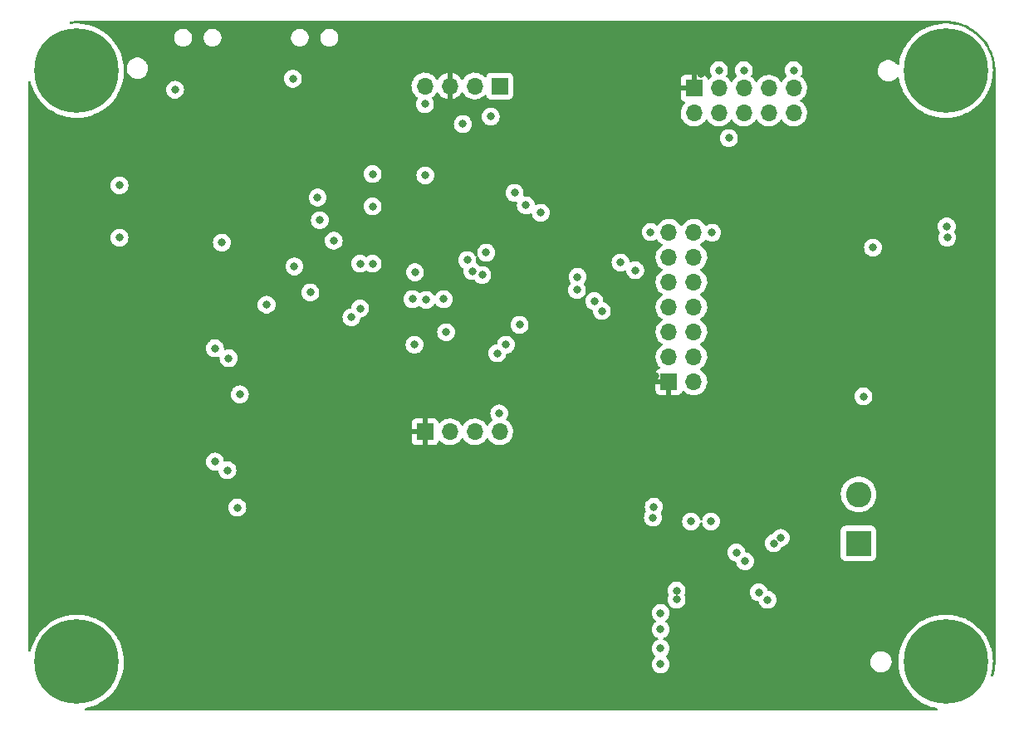
<source format=gbr>
%TF.GenerationSoftware,KiCad,Pcbnew,(6.0.9)*%
%TF.CreationDate,2022-12-02T11:09:33-06:00*%
%TF.ProjectId,First_stm32,46697273-745f-4737-946d-33322e6b6963,rev?*%
%TF.SameCoordinates,Original*%
%TF.FileFunction,Copper,L3,Inr*%
%TF.FilePolarity,Positive*%
%FSLAX46Y46*%
G04 Gerber Fmt 4.6, Leading zero omitted, Abs format (unit mm)*
G04 Created by KiCad (PCBNEW (6.0.9)) date 2022-12-02 11:09:33*
%MOMM*%
%LPD*%
G01*
G04 APERTURE LIST*
%TA.AperFunction,ComponentPad*%
%ADD10R,1.700000X1.700000*%
%TD*%
%TA.AperFunction,ComponentPad*%
%ADD11O,1.700000X1.700000*%
%TD*%
%TA.AperFunction,ComponentPad*%
%ADD12C,0.900000*%
%TD*%
%TA.AperFunction,ComponentPad*%
%ADD13C,8.600000*%
%TD*%
%TA.AperFunction,ComponentPad*%
%ADD14R,2.600000X2.600000*%
%TD*%
%TA.AperFunction,ComponentPad*%
%ADD15C,2.600000*%
%TD*%
%TA.AperFunction,ViaPad*%
%ADD16C,0.800000*%
%TD*%
G04 APERTURE END LIST*
D10*
%TO.N,+3.3V*%
%TO.C,J2*%
X154432000Y-61976000D03*
D11*
%TO.N,SWDIO*%
X154432000Y-64516000D03*
%TO.N,GND*%
X156972000Y-61976000D03*
%TO.N,SWCLK*%
X156972000Y-64516000D03*
%TO.N,GND*%
X159512000Y-61976000D03*
%TO.N,SWO*%
X159512000Y-64516000D03*
%TO.N,unconnected-(J2-Pad7)*%
X162052000Y-61976000D03*
%TO.N,unconnected-(J2-Pad8)*%
X162052000Y-64516000D03*
%TO.N,GND*%
X164592000Y-61976000D03*
%TO.N,NRST*%
X164592000Y-64516000D03*
%TD*%
D12*
%TO.N,GND*%
%TO.C,H1*%
X177805581Y-62478419D03*
X176861000Y-60198000D03*
X182366419Y-62478419D03*
X182366419Y-57917581D03*
X180086000Y-63423000D03*
X183311000Y-60198000D03*
X180086000Y-56973000D03*
X177805581Y-57917581D03*
D13*
X180086000Y-60198000D03*
%TD*%
D10*
%TO.N,+3.3V*%
%TO.C,J6*%
X151872000Y-91928000D03*
D11*
%TO.N,+5V*%
X154412000Y-91928000D03*
%TO.N,PIN_1*%
X151872000Y-89388000D03*
%TO.N,PIN_2*%
X154412000Y-89388000D03*
%TO.N,PIN_3*%
X151872000Y-86848000D03*
%TO.N,PIN_4*%
X154412000Y-86848000D03*
%TO.N,PIN_5*%
X151872000Y-84308000D03*
%TO.N,PIN_6*%
X154412000Y-84308000D03*
%TO.N,PWM_1*%
X151872000Y-81768000D03*
%TO.N,PWM_2*%
X154412000Y-81768000D03*
%TO.N,ANALOG_1*%
X151872000Y-79228000D03*
%TO.N,ANALOG_2*%
X154412000Y-79228000D03*
%TO.N,GND*%
X151872000Y-76688000D03*
X154412000Y-76688000D03*
%TD*%
D12*
%TO.N,GND*%
%TO.C,H4*%
X93771219Y-122778019D03*
X94715800Y-120497600D03*
X88265800Y-120497600D03*
X89210381Y-118217181D03*
D13*
X91490800Y-120497600D03*
D12*
X93771219Y-118217181D03*
X91490800Y-123722600D03*
X91490800Y-117272600D03*
X89210381Y-122778019D03*
%TD*%
%TO.N,GND*%
%TO.C,H3*%
X180086000Y-123722600D03*
X180086000Y-117272600D03*
X183311000Y-120497600D03*
X177805581Y-122778019D03*
D13*
X180086000Y-120497600D03*
D12*
X177805581Y-118217181D03*
X176861000Y-120497600D03*
X182366419Y-122778019D03*
X182366419Y-118217181D03*
%TD*%
D14*
%TO.N,+12V*%
%TO.C,J1*%
X171204000Y-108418000D03*
D15*
%TO.N,GND*%
X171204000Y-103418000D03*
%TD*%
D10*
%TO.N,+3.3V*%
%TO.C,J4*%
X127000000Y-97028000D03*
D11*
%TO.N,USART3_TX*%
X129540000Y-97028000D03*
%TO.N,USART3_RX*%
X132080000Y-97028000D03*
%TO.N,GND*%
X134620000Y-97028000D03*
%TD*%
D10*
%TO.N,I2C1_SDA*%
%TO.C,J3*%
X134610000Y-61747000D03*
D11*
%TO.N,I2C1_SCL*%
X132070000Y-61747000D03*
%TO.N,+3.3V*%
X129530000Y-61747000D03*
%TO.N,GND*%
X126990000Y-61747000D03*
%TD*%
D12*
%TO.N,GND*%
%TO.C,H2*%
X94715800Y-60198000D03*
X93771219Y-57917581D03*
X91490800Y-56973000D03*
X89210381Y-57917581D03*
X89210381Y-62478419D03*
D13*
X91490800Y-60198000D03*
D12*
X91490800Y-63423000D03*
X93771219Y-62478419D03*
X88265800Y-60198000D03*
%TD*%
D16*
%TO.N,GND*%
X127000000Y-63601600D03*
X95859600Y-71882000D03*
X113538000Y-61010800D03*
X161036000Y-113411000D03*
X136144000Y-72644000D03*
X154127200Y-106172000D03*
X161925000Y-114173000D03*
X136652000Y-86106000D03*
X180248000Y-77216000D03*
X115316000Y-82804000D03*
X106857800Y-100960800D03*
X121666000Y-70739000D03*
X106984800Y-89530800D03*
X162560000Y-108407200D03*
X156972000Y-60147200D03*
X137287000Y-73914000D03*
X134569200Y-95148400D03*
X95859600Y-77216000D03*
X152654000Y-113233200D03*
X105587800Y-100071800D03*
X151028400Y-120751600D03*
X150329285Y-104686715D03*
X152654000Y-114147600D03*
X134366000Y-89027000D03*
X138811000Y-74676000D03*
X105587800Y-88514800D03*
X120396000Y-84455000D03*
X101523800Y-62128400D03*
X127040500Y-70866000D03*
X135255000Y-88138000D03*
X164592000Y-60147200D03*
X151028400Y-117195600D03*
X125933200Y-88138000D03*
X116281200Y-75438000D03*
X159512000Y-60147200D03*
X172669200Y-78232000D03*
X150241000Y-105791000D03*
X158750000Y-109347000D03*
X121666000Y-74041000D03*
X121666000Y-79883000D03*
X113690400Y-80162400D03*
X150012400Y-76657200D03*
X156260800Y-76708000D03*
X159639000Y-110236000D03*
X120396000Y-79883000D03*
X151028400Y-115519200D03*
X171704000Y-93421200D03*
X119507000Y-85344000D03*
X163271200Y-107848400D03*
X156159200Y-106172000D03*
X180200498Y-76073000D03*
X151028400Y-119126000D03*
X117703600Y-77520800D03*
%TO.N,+3.3V*%
X106095800Y-62280800D03*
X133096000Y-68326000D03*
X118110000Y-81788000D03*
X118110000Y-83312000D03*
X150520400Y-91338400D03*
X129530000Y-63779400D03*
X155143200Y-60553600D03*
X125222000Y-70967600D03*
X155702000Y-116713000D03*
X120904000Y-75692000D03*
X175514000Y-93472000D03*
X134874000Y-86868000D03*
X146177000Y-119888000D03*
X127635000Y-87376000D03*
X123190000Y-70739000D03*
X125069600Y-97891600D03*
X154813000Y-115951000D03*
X140004800Y-112801400D03*
X143916400Y-112877600D03*
X118035200Y-60984000D03*
X130556000Y-68326000D03*
X148082000Y-116586000D03*
X143916400Y-113969800D03*
X148082000Y-119888000D03*
X140004800Y-113969800D03*
X135382000Y-74422000D03*
X146177000Y-116586000D03*
%TO.N,I2C1_SDA*%
X133705600Y-64871600D03*
X130860800Y-65633600D03*
%TO.N,SWITCH*%
X116052600Y-73126600D03*
X125984000Y-80752000D03*
%TO.N,NRST*%
X133235000Y-78752000D03*
%TO.N,ANALOG_1*%
X144272000Y-83693000D03*
%TO.N,ANALOG_2*%
X145034000Y-84709000D03*
%TO.N,LED_GREEN*%
X125730000Y-83501500D03*
X110859000Y-84062000D03*
%TO.N,LED_WHITE*%
X127127000Y-83566000D03*
X106299000Y-77724000D03*
%TO.N,BUTTON_1*%
X129159000Y-86868000D03*
X107873800Y-104770800D03*
%TO.N,BUTTON_2*%
X128905000Y-83501500D03*
X108127800Y-93213800D03*
%TO.N,PWM_2*%
X142494000Y-82550000D03*
X148437600Y-80543400D03*
%TO.N,PWM_1*%
X146939000Y-79756000D03*
X142557500Y-81216500D03*
%TO.N,PIN_4*%
X132842000Y-81026000D03*
%TO.N,PIN_5*%
X131826000Y-80645000D03*
%TO.N,PIN_6*%
X131318000Y-79501500D03*
%TO.N,SWDIO*%
X157988000Y-67056000D03*
%TD*%
%TA.AperFunction,Conductor*%
%TO.N,+3.3V*%
G36*
X180056018Y-55120000D02*
G01*
X180070851Y-55122310D01*
X180070855Y-55122310D01*
X180079724Y-55123691D01*
X180100664Y-55120953D01*
X180122202Y-55119997D01*
X180295399Y-55127161D01*
X180500256Y-55135634D01*
X180510634Y-55136494D01*
X180713760Y-55161814D01*
X180916893Y-55187134D01*
X180927150Y-55188846D01*
X181060796Y-55216868D01*
X181327839Y-55272861D01*
X181337934Y-55275417D01*
X181730321Y-55392236D01*
X181740163Y-55395614D01*
X182121583Y-55544445D01*
X182131082Y-55548612D01*
X182498887Y-55728421D01*
X182508043Y-55733376D01*
X182523586Y-55742637D01*
X182859748Y-55942947D01*
X182868466Y-55948643D01*
X183201656Y-56186536D01*
X183209873Y-56192932D01*
X183522279Y-56457525D01*
X183529941Y-56464579D01*
X183819421Y-56754059D01*
X183826475Y-56761721D01*
X184091068Y-57074127D01*
X184097464Y-57082344D01*
X184335357Y-57415534D01*
X184341053Y-57424252D01*
X184504768Y-57698999D01*
X184535325Y-57750280D01*
X184550623Y-57775954D01*
X184555577Y-57785110D01*
X184722132Y-58125801D01*
X184735384Y-58152909D01*
X184739555Y-58162417D01*
X184880199Y-58522856D01*
X184888383Y-58543829D01*
X184891764Y-58553679D01*
X185008583Y-58946066D01*
X185011139Y-58956161D01*
X185033512Y-59062862D01*
X185094994Y-59356082D01*
X185095153Y-59356842D01*
X185096866Y-59367107D01*
X185118244Y-59538612D01*
X185147506Y-59773366D01*
X185148366Y-59783744D01*
X185153020Y-59896270D01*
X185163526Y-60150270D01*
X185163694Y-60154335D01*
X185162302Y-60178920D01*
X185160309Y-60191724D01*
X185161473Y-60200626D01*
X185161473Y-60200628D01*
X185164436Y-60223283D01*
X185165500Y-60239621D01*
X185165500Y-120493206D01*
X185163623Y-120514871D01*
X185160511Y-120532701D01*
X185161511Y-120541620D01*
X185161511Y-120541625D01*
X185162869Y-120553735D01*
X185163432Y-120575258D01*
X185153330Y-120745035D01*
X185141394Y-120945629D01*
X185141349Y-120946379D01*
X185140311Y-120956670D01*
X185083451Y-121355496D01*
X185081571Y-121365668D01*
X185031594Y-121585253D01*
X185026206Y-121608924D01*
X185007504Y-121642407D01*
X185011826Y-121656564D01*
X185008691Y-121685876D01*
X184992167Y-121758476D01*
X184989458Y-121768464D01*
X184975385Y-121813013D01*
X184952592Y-121885169D01*
X184913000Y-121944100D01*
X184847832Y-121972272D01*
X184777778Y-121960739D01*
X184725080Y-121913162D01*
X184706470Y-121844648D01*
X184711175Y-121813013D01*
X184723739Y-121768467D01*
X184764564Y-121623711D01*
X184780853Y-121597758D01*
X184777589Y-121588744D01*
X184779518Y-121557675D01*
X184850811Y-121178554D01*
X184850813Y-121178542D01*
X184851327Y-121175807D01*
X184892750Y-120749511D01*
X184895036Y-120662213D01*
X184899289Y-120499834D01*
X184899289Y-120499820D01*
X184899347Y-120497600D01*
X184880291Y-120069721D01*
X184823275Y-119645230D01*
X184816098Y-119613508D01*
X184729368Y-119230218D01*
X184729368Y-119230217D01*
X184728750Y-119227487D01*
X184637019Y-118942635D01*
X184598318Y-118822456D01*
X184598316Y-118822449D01*
X184597463Y-118819802D01*
X184439659Y-118447134D01*
X184431550Y-118427984D01*
X184431548Y-118427979D01*
X184430456Y-118425401D01*
X184229050Y-118047407D01*
X184227516Y-118045058D01*
X183996381Y-117691173D01*
X183996378Y-117691169D01*
X183994840Y-117688814D01*
X183729680Y-117352460D01*
X183435670Y-117041009D01*
X183433579Y-117039156D01*
X183433571Y-117039148D01*
X183117237Y-116758788D01*
X183117235Y-116758786D01*
X183115137Y-116756927D01*
X182770621Y-116502463D01*
X182455219Y-116310318D01*
X182407237Y-116281087D01*
X182407230Y-116281083D01*
X182404848Y-116279632D01*
X182287514Y-116221769D01*
X182023228Y-116091438D01*
X182020714Y-116090198D01*
X181621262Y-115935662D01*
X181374678Y-115864722D01*
X181212335Y-115818017D01*
X181212329Y-115818015D01*
X181209654Y-115817246D01*
X181206917Y-115816717D01*
X181206911Y-115816715D01*
X181061828Y-115788646D01*
X180789148Y-115735889D01*
X180786374Y-115735605D01*
X180786362Y-115735603D01*
X180463906Y-115702565D01*
X180363076Y-115692234D01*
X180360286Y-115692197D01*
X180360278Y-115692197D01*
X180092825Y-115688696D01*
X179934809Y-115686628D01*
X179932009Y-115686841D01*
X179932008Y-115686841D01*
X179857364Y-115692519D01*
X179507740Y-115719114D01*
X179085249Y-115789436D01*
X178999671Y-115811648D01*
X178673400Y-115896331D01*
X178673389Y-115896334D01*
X178670682Y-115897037D01*
X178412575Y-115989199D01*
X178269964Y-116040120D01*
X178269959Y-116040122D01*
X178267321Y-116041064D01*
X178264781Y-116042235D01*
X178264776Y-116042237D01*
X178162930Y-116089189D01*
X177878361Y-116220377D01*
X177506880Y-116433557D01*
X177504577Y-116435166D01*
X177504570Y-116435171D01*
X177176625Y-116664374D01*
X177155820Y-116678915D01*
X176827961Y-116954509D01*
X176525899Y-117258157D01*
X176252025Y-117587455D01*
X176250431Y-117589762D01*
X176250429Y-117589764D01*
X176151748Y-117732544D01*
X176008508Y-117939794D01*
X175797276Y-118312386D01*
X175620002Y-118702280D01*
X175619080Y-118704906D01*
X175619075Y-118704918D01*
X175603693Y-118748721D01*
X175478089Y-119106390D01*
X175477398Y-119109110D01*
X175477397Y-119109114D01*
X175377292Y-119503279D01*
X175372661Y-119521514D01*
X175304552Y-119944368D01*
X175274302Y-120371601D01*
X175282151Y-120799833D01*
X175328036Y-121225671D01*
X175328582Y-121228417D01*
X175328583Y-121228422D01*
X175348118Y-121326628D01*
X175411594Y-121645744D01*
X175532163Y-122056727D01*
X175533190Y-122059340D01*
X175533190Y-122059341D01*
X175671651Y-122411745D01*
X175688789Y-122455365D01*
X175690044Y-122457876D01*
X175858161Y-122794331D01*
X175880231Y-122838501D01*
X176104974Y-123203102D01*
X176361239Y-123546282D01*
X176363100Y-123548360D01*
X176363101Y-123548361D01*
X176645127Y-123863237D01*
X176645133Y-123863243D01*
X176646995Y-123865322D01*
X176959981Y-124157698D01*
X177297719Y-124421093D01*
X177657533Y-124653422D01*
X177660012Y-124654726D01*
X177660015Y-124654728D01*
X178034077Y-124851532D01*
X178034083Y-124851535D01*
X178036577Y-124852847D01*
X178039175Y-124853931D01*
X178039179Y-124853933D01*
X178429263Y-125016709D01*
X178429268Y-125016711D01*
X178431847Y-125017787D01*
X178434512Y-125018630D01*
X178434518Y-125018632D01*
X178614489Y-125075549D01*
X178840214Y-125146936D01*
X179177710Y-125221448D01*
X179203645Y-125227174D01*
X179265852Y-125261392D01*
X179299684Y-125323809D01*
X179294400Y-125394609D01*
X179251678Y-125451312D01*
X179185081Y-125475917D01*
X179176481Y-125476211D01*
X92408848Y-125476211D01*
X92340727Y-125456209D01*
X92294234Y-125402553D01*
X92284130Y-125332279D01*
X92313624Y-125267699D01*
X92373350Y-125229315D01*
X92380397Y-125227465D01*
X92725222Y-125147539D01*
X92785204Y-125133636D01*
X92999107Y-125063515D01*
X93189544Y-125001087D01*
X93189550Y-125001085D01*
X93192197Y-125000217D01*
X93585718Y-124831147D01*
X93962652Y-124627764D01*
X94320014Y-124391680D01*
X94654975Y-124124762D01*
X94964882Y-123829125D01*
X94966719Y-123827031D01*
X94966727Y-123827022D01*
X95245435Y-123509216D01*
X95247282Y-123507110D01*
X95499939Y-123161266D01*
X95501385Y-123158865D01*
X95719401Y-122796742D01*
X95719406Y-122796733D01*
X95720852Y-122794331D01*
X95908271Y-122409211D01*
X96041524Y-122059341D01*
X96059718Y-122011571D01*
X96059720Y-122011564D01*
X96060714Y-122008955D01*
X96176973Y-121596732D01*
X96179174Y-121585026D01*
X96255611Y-121178554D01*
X96255613Y-121178542D01*
X96256127Y-121175807D01*
X96297347Y-120751600D01*
X150114896Y-120751600D01*
X150115586Y-120758165D01*
X150126963Y-120866407D01*
X150134858Y-120941528D01*
X150193873Y-121123156D01*
X150289360Y-121288544D01*
X150293778Y-121293451D01*
X150293779Y-121293452D01*
X150385388Y-121395194D01*
X150417147Y-121430466D01*
X150446167Y-121451550D01*
X150558877Y-121533439D01*
X150571648Y-121542718D01*
X150577676Y-121545402D01*
X150577678Y-121545403D01*
X150740081Y-121617709D01*
X150746112Y-121620394D01*
X150839512Y-121640247D01*
X150926456Y-121658728D01*
X150926461Y-121658728D01*
X150932913Y-121660100D01*
X151123887Y-121660100D01*
X151130339Y-121658728D01*
X151130344Y-121658728D01*
X151217288Y-121640247D01*
X151310688Y-121620394D01*
X151316719Y-121617709D01*
X151479122Y-121545403D01*
X151479124Y-121545402D01*
X151485152Y-121542718D01*
X151497924Y-121533439D01*
X151610633Y-121451550D01*
X151639653Y-121430466D01*
X151671412Y-121395194D01*
X151763021Y-121293452D01*
X151763022Y-121293451D01*
X151767440Y-121288544D01*
X151862927Y-121123156D01*
X151921942Y-120941528D01*
X151929838Y-120866407D01*
X151941214Y-120758165D01*
X151941904Y-120751600D01*
X151923370Y-120575258D01*
X151922632Y-120568235D01*
X151922632Y-120568233D01*
X151921942Y-120561672D01*
X151891860Y-120469089D01*
X172393227Y-120469089D01*
X172395096Y-120497600D01*
X172406263Y-120667980D01*
X172407684Y-120673576D01*
X172407685Y-120673581D01*
X172444089Y-120816918D01*
X172455326Y-120861164D01*
X172457743Y-120866407D01*
X172495268Y-120947806D01*
X172538772Y-121042173D01*
X172653807Y-121204944D01*
X172796578Y-121344025D01*
X172962304Y-121454760D01*
X172967607Y-121457038D01*
X172967610Y-121457040D01*
X173061335Y-121497307D01*
X173145435Y-121533439D01*
X173217516Y-121549749D01*
X173334201Y-121576153D01*
X173334207Y-121576154D01*
X173339838Y-121577428D01*
X173345609Y-121577655D01*
X173345611Y-121577655D01*
X173406556Y-121580049D01*
X173539001Y-121585253D01*
X173638959Y-121570760D01*
X173730535Y-121557483D01*
X173730540Y-121557482D01*
X173736256Y-121556653D01*
X173741728Y-121554795D01*
X173741730Y-121554795D01*
X173919532Y-121494439D01*
X173919534Y-121494438D01*
X173924996Y-121492584D01*
X174098899Y-121395194D01*
X174252143Y-121267743D01*
X174379594Y-121114499D01*
X174476984Y-120940596D01*
X174478896Y-120934965D01*
X174539195Y-120757330D01*
X174539195Y-120757328D01*
X174541053Y-120751856D01*
X174541882Y-120746140D01*
X174541883Y-120746135D01*
X174567676Y-120568235D01*
X174569653Y-120554601D01*
X174571146Y-120497600D01*
X174552908Y-120299119D01*
X174498805Y-120107285D01*
X174485746Y-120080802D01*
X174413205Y-119933704D01*
X174410650Y-119928523D01*
X174402134Y-119917118D01*
X174321210Y-119808749D01*
X174291393Y-119768819D01*
X174145030Y-119633522D01*
X174140147Y-119630441D01*
X174140143Y-119630438D01*
X173981346Y-119530245D01*
X173981341Y-119530243D01*
X173976462Y-119527164D01*
X173791334Y-119453305D01*
X173595847Y-119414420D01*
X173590072Y-119414344D01*
X173590068Y-119414344D01*
X173490588Y-119413042D01*
X173396547Y-119411811D01*
X173390850Y-119412790D01*
X173390849Y-119412790D01*
X173374805Y-119415547D01*
X173200108Y-119445566D01*
X173013111Y-119514553D01*
X173008149Y-119517505D01*
X173001411Y-119521514D01*
X172841816Y-119616462D01*
X172691961Y-119747881D01*
X172568565Y-119904409D01*
X172565876Y-119909520D01*
X172565874Y-119909523D01*
X172537306Y-119963823D01*
X172475760Y-120080802D01*
X172467537Y-120107285D01*
X172432422Y-120220374D01*
X172416654Y-120271154D01*
X172393227Y-120469089D01*
X151891860Y-120469089D01*
X151862927Y-120380044D01*
X151858053Y-120371601D01*
X151770741Y-120220374D01*
X151767440Y-120214656D01*
X151646918Y-120080802D01*
X151644075Y-120077645D01*
X151644074Y-120077644D01*
X151639653Y-120072734D01*
X151595612Y-120040736D01*
X151552258Y-119984513D01*
X151546183Y-119913777D01*
X151579315Y-119850985D01*
X151595612Y-119836864D01*
X151609318Y-119826905D01*
X151639653Y-119804866D01*
X151686884Y-119752411D01*
X151763021Y-119667852D01*
X151763022Y-119667851D01*
X151767440Y-119662944D01*
X151850666Y-119518793D01*
X151859623Y-119503279D01*
X151859624Y-119503278D01*
X151862927Y-119497556D01*
X151921942Y-119315928D01*
X151931238Y-119227487D01*
X151941214Y-119132565D01*
X151941904Y-119126000D01*
X151921942Y-118936072D01*
X151862927Y-118754444D01*
X151767440Y-118589056D01*
X151639653Y-118447134D01*
X151485152Y-118334882D01*
X151479124Y-118332198D01*
X151479122Y-118332197D01*
X151352691Y-118275907D01*
X151298596Y-118229927D01*
X151277946Y-118162000D01*
X151297298Y-118093692D01*
X151352691Y-118045693D01*
X151354118Y-118045058D01*
X151396454Y-118026209D01*
X151479122Y-117989403D01*
X151479124Y-117989402D01*
X151485152Y-117986718D01*
X151639653Y-117874466D01*
X151767440Y-117732544D01*
X151862927Y-117567156D01*
X151921942Y-117385528D01*
X151941904Y-117195600D01*
X151941214Y-117189035D01*
X151922632Y-117012235D01*
X151922632Y-117012233D01*
X151921942Y-117005672D01*
X151862927Y-116824044D01*
X151767440Y-116658656D01*
X151639653Y-116516734D01*
X151560652Y-116459336D01*
X151517298Y-116403113D01*
X151511223Y-116332377D01*
X151544355Y-116269586D01*
X151560652Y-116255464D01*
X151607029Y-116221769D01*
X151639653Y-116198066D01*
X151767440Y-116056144D01*
X151825714Y-115955210D01*
X151859623Y-115896479D01*
X151859624Y-115896478D01*
X151862927Y-115890756D01*
X151921942Y-115709128D01*
X151923722Y-115692197D01*
X151941214Y-115525765D01*
X151941904Y-115519200D01*
X151921942Y-115329272D01*
X151862927Y-115147644D01*
X151767440Y-114982256D01*
X151751109Y-114964118D01*
X151644075Y-114845245D01*
X151644074Y-114845244D01*
X151639653Y-114840334D01*
X151485152Y-114728082D01*
X151479124Y-114725398D01*
X151479122Y-114725397D01*
X151316719Y-114653091D01*
X151316718Y-114653091D01*
X151310688Y-114650406D01*
X151217287Y-114630553D01*
X151130344Y-114612072D01*
X151130339Y-114612072D01*
X151123887Y-114610700D01*
X150932913Y-114610700D01*
X150926461Y-114612072D01*
X150926456Y-114612072D01*
X150839513Y-114630553D01*
X150746112Y-114650406D01*
X150740082Y-114653091D01*
X150740081Y-114653091D01*
X150577678Y-114725397D01*
X150577676Y-114725398D01*
X150571648Y-114728082D01*
X150417147Y-114840334D01*
X150412726Y-114845244D01*
X150412725Y-114845245D01*
X150305692Y-114964118D01*
X150289360Y-114982256D01*
X150193873Y-115147644D01*
X150134858Y-115329272D01*
X150114896Y-115519200D01*
X150115586Y-115525765D01*
X150133079Y-115692197D01*
X150134858Y-115709128D01*
X150193873Y-115890756D01*
X150197176Y-115896478D01*
X150197177Y-115896479D01*
X150231086Y-115955210D01*
X150289360Y-116056144D01*
X150417147Y-116198066D01*
X150449771Y-116221769D01*
X150496148Y-116255464D01*
X150539502Y-116311687D01*
X150545577Y-116382423D01*
X150512445Y-116445214D01*
X150496148Y-116459336D01*
X150417147Y-116516734D01*
X150289360Y-116658656D01*
X150193873Y-116824044D01*
X150134858Y-117005672D01*
X150134168Y-117012233D01*
X150134168Y-117012235D01*
X150115586Y-117189035D01*
X150114896Y-117195600D01*
X150134858Y-117385528D01*
X150193873Y-117567156D01*
X150289360Y-117732544D01*
X150417147Y-117874466D01*
X150571648Y-117986718D01*
X150577676Y-117989402D01*
X150577678Y-117989403D01*
X150660346Y-118026209D01*
X150702683Y-118045058D01*
X150704109Y-118045693D01*
X150758204Y-118091673D01*
X150778854Y-118159600D01*
X150759502Y-118227908D01*
X150704109Y-118275907D01*
X150577678Y-118332197D01*
X150577676Y-118332198D01*
X150571648Y-118334882D01*
X150417147Y-118447134D01*
X150289360Y-118589056D01*
X150193873Y-118754444D01*
X150134858Y-118936072D01*
X150114896Y-119126000D01*
X150115586Y-119132565D01*
X150125563Y-119227487D01*
X150134858Y-119315928D01*
X150193873Y-119497556D01*
X150197176Y-119503278D01*
X150197177Y-119503279D01*
X150206134Y-119518793D01*
X150289360Y-119662944D01*
X150293778Y-119667851D01*
X150293779Y-119667852D01*
X150369916Y-119752411D01*
X150417147Y-119804866D01*
X150447482Y-119826905D01*
X150461188Y-119836864D01*
X150504542Y-119893087D01*
X150510617Y-119963823D01*
X150477485Y-120026615D01*
X150461188Y-120040736D01*
X150417147Y-120072734D01*
X150412726Y-120077644D01*
X150412725Y-120077645D01*
X150409883Y-120080802D01*
X150289360Y-120214656D01*
X150286059Y-120220374D01*
X150198748Y-120371601D01*
X150193873Y-120380044D01*
X150134858Y-120561672D01*
X150134168Y-120568233D01*
X150134168Y-120568235D01*
X150133430Y-120575258D01*
X150114896Y-120751600D01*
X96297347Y-120751600D01*
X96297550Y-120749511D01*
X96299836Y-120662213D01*
X96304089Y-120499834D01*
X96304089Y-120499820D01*
X96304147Y-120497600D01*
X96285091Y-120069721D01*
X96228075Y-119645230D01*
X96220898Y-119613508D01*
X96134168Y-119230218D01*
X96134168Y-119230217D01*
X96133550Y-119227487D01*
X96041819Y-118942635D01*
X96003118Y-118822456D01*
X96003116Y-118822449D01*
X96002263Y-118819802D01*
X95844459Y-118447134D01*
X95836350Y-118427984D01*
X95836348Y-118427979D01*
X95835256Y-118425401D01*
X95633850Y-118047407D01*
X95632316Y-118045058D01*
X95401181Y-117691173D01*
X95401178Y-117691169D01*
X95399640Y-117688814D01*
X95134480Y-117352460D01*
X94840470Y-117041009D01*
X94838379Y-117039156D01*
X94838371Y-117039148D01*
X94522037Y-116758788D01*
X94522035Y-116758786D01*
X94519937Y-116756927D01*
X94175421Y-116502463D01*
X93860019Y-116310318D01*
X93812037Y-116281087D01*
X93812030Y-116281083D01*
X93809648Y-116279632D01*
X93692314Y-116221769D01*
X93428028Y-116091438D01*
X93425514Y-116090198D01*
X93026062Y-115935662D01*
X92779478Y-115864722D01*
X92617135Y-115818017D01*
X92617129Y-115818015D01*
X92614454Y-115817246D01*
X92611717Y-115816717D01*
X92611711Y-115816715D01*
X92466628Y-115788646D01*
X92193948Y-115735889D01*
X92191174Y-115735605D01*
X92191162Y-115735603D01*
X91868706Y-115702565D01*
X91767876Y-115692234D01*
X91765086Y-115692197D01*
X91765078Y-115692197D01*
X91497625Y-115688696D01*
X91339609Y-115686628D01*
X91336809Y-115686841D01*
X91336808Y-115686841D01*
X91262164Y-115692519D01*
X90912540Y-115719114D01*
X90490049Y-115789436D01*
X90404471Y-115811648D01*
X90078200Y-115896331D01*
X90078189Y-115896334D01*
X90075482Y-115897037D01*
X89817375Y-115989199D01*
X89674764Y-116040120D01*
X89674759Y-116040122D01*
X89672121Y-116041064D01*
X89669581Y-116042235D01*
X89669576Y-116042237D01*
X89567730Y-116089189D01*
X89283161Y-116220377D01*
X88911680Y-116433557D01*
X88909377Y-116435166D01*
X88909370Y-116435171D01*
X88581425Y-116664374D01*
X88560620Y-116678915D01*
X88232761Y-116954509D01*
X87930699Y-117258157D01*
X87656825Y-117587455D01*
X87655231Y-117589762D01*
X87655229Y-117589764D01*
X87556548Y-117732544D01*
X87413308Y-117939794D01*
X87202076Y-118312386D01*
X87024802Y-118702280D01*
X87023880Y-118704906D01*
X87023875Y-118704918D01*
X87008493Y-118748721D01*
X86882889Y-119106390D01*
X86882198Y-119109110D01*
X86882197Y-119109114D01*
X86811138Y-119388910D01*
X86774983Y-119450011D01*
X86711534Y-119481866D01*
X86640935Y-119474361D01*
X86585602Y-119429879D01*
X86563015Y-119357895D01*
X86563015Y-114147600D01*
X151740496Y-114147600D01*
X151741186Y-114154165D01*
X151758468Y-114318591D01*
X151760458Y-114337528D01*
X151819473Y-114519156D01*
X151914960Y-114684544D01*
X152042747Y-114826466D01*
X152197248Y-114938718D01*
X152203276Y-114941402D01*
X152203278Y-114941403D01*
X152295036Y-114982256D01*
X152371712Y-115016394D01*
X152465113Y-115036247D01*
X152552056Y-115054728D01*
X152552061Y-115054728D01*
X152558513Y-115056100D01*
X152749487Y-115056100D01*
X152755939Y-115054728D01*
X152755944Y-115054728D01*
X152842887Y-115036247D01*
X152936288Y-115016394D01*
X153012964Y-114982256D01*
X153104722Y-114941403D01*
X153104724Y-114941402D01*
X153110752Y-114938718D01*
X153265253Y-114826466D01*
X153393040Y-114684544D01*
X153488527Y-114519156D01*
X153547542Y-114337528D01*
X153549533Y-114318591D01*
X153566814Y-114154165D01*
X153567504Y-114147600D01*
X153560920Y-114084955D01*
X153548232Y-113964235D01*
X153548232Y-113964233D01*
X153547542Y-113957672D01*
X153488527Y-113776044D01*
X153475454Y-113753400D01*
X153458715Y-113684407D01*
X153475453Y-113627400D01*
X153488527Y-113604756D01*
X153547542Y-113423128D01*
X153548817Y-113411000D01*
X160122496Y-113411000D01*
X160123186Y-113417565D01*
X160130826Y-113490251D01*
X160142458Y-113600928D01*
X160201473Y-113782556D01*
X160296960Y-113947944D01*
X160301378Y-113952851D01*
X160301379Y-113952852D01*
X160328589Y-113983072D01*
X160424747Y-114089866D01*
X160495175Y-114141035D01*
X160548207Y-114179565D01*
X160579248Y-114202118D01*
X160585276Y-114204802D01*
X160585278Y-114204803D01*
X160747681Y-114277109D01*
X160753712Y-114279794D01*
X160940513Y-114319500D01*
X160940666Y-114319500D01*
X161004113Y-114345606D01*
X161045116Y-114404963D01*
X161090473Y-114544556D01*
X161185960Y-114709944D01*
X161190378Y-114714851D01*
X161190379Y-114714852D01*
X161307785Y-114845245D01*
X161313747Y-114851866D01*
X161412843Y-114923864D01*
X161436984Y-114941403D01*
X161468248Y-114964118D01*
X161474276Y-114966802D01*
X161474278Y-114966803D01*
X161585662Y-115016394D01*
X161642712Y-115041794D01*
X161736113Y-115061647D01*
X161823056Y-115080128D01*
X161823061Y-115080128D01*
X161829513Y-115081500D01*
X162020487Y-115081500D01*
X162026939Y-115080128D01*
X162026944Y-115080128D01*
X162113887Y-115061647D01*
X162207288Y-115041794D01*
X162264338Y-115016394D01*
X162375722Y-114966803D01*
X162375724Y-114966802D01*
X162381752Y-114964118D01*
X162413017Y-114941403D01*
X162437157Y-114923864D01*
X162536253Y-114851866D01*
X162542215Y-114845245D01*
X162659621Y-114714852D01*
X162659622Y-114714851D01*
X162664040Y-114709944D01*
X162759527Y-114544556D01*
X162818542Y-114362928D01*
X162821902Y-114330965D01*
X162837814Y-114179565D01*
X162838504Y-114173000D01*
X162835144Y-114141035D01*
X162819232Y-113989635D01*
X162819232Y-113989633D01*
X162818542Y-113983072D01*
X162759527Y-113801444D01*
X162664040Y-113636056D01*
X162638064Y-113607206D01*
X162540675Y-113499045D01*
X162540674Y-113499044D01*
X162536253Y-113494134D01*
X162421829Y-113411000D01*
X162387094Y-113385763D01*
X162387093Y-113385762D01*
X162381752Y-113381882D01*
X162375724Y-113379198D01*
X162375722Y-113379197D01*
X162213319Y-113306891D01*
X162213318Y-113306891D01*
X162207288Y-113304206D01*
X162020487Y-113264500D01*
X162020334Y-113264500D01*
X161956887Y-113238394D01*
X161915884Y-113179037D01*
X161872568Y-113045726D01*
X161870527Y-113039444D01*
X161775040Y-112874056D01*
X161647253Y-112732134D01*
X161492752Y-112619882D01*
X161486724Y-112617198D01*
X161486722Y-112617197D01*
X161324319Y-112544891D01*
X161324318Y-112544891D01*
X161318288Y-112542206D01*
X161224888Y-112522353D01*
X161137944Y-112503872D01*
X161137939Y-112503872D01*
X161131487Y-112502500D01*
X160940513Y-112502500D01*
X160934061Y-112503872D01*
X160934056Y-112503872D01*
X160847112Y-112522353D01*
X160753712Y-112542206D01*
X160747682Y-112544891D01*
X160747681Y-112544891D01*
X160585278Y-112617197D01*
X160585276Y-112617198D01*
X160579248Y-112619882D01*
X160424747Y-112732134D01*
X160296960Y-112874056D01*
X160201473Y-113039444D01*
X160142458Y-113221072D01*
X160141768Y-113227633D01*
X160141768Y-113227635D01*
X160133720Y-113304206D01*
X160122496Y-113411000D01*
X153548817Y-113411000D01*
X153567504Y-113233200D01*
X153547542Y-113043272D01*
X153488527Y-112861644D01*
X153393040Y-112696256D01*
X153265253Y-112554334D01*
X153110752Y-112442082D01*
X153104724Y-112439398D01*
X153104722Y-112439397D01*
X152942319Y-112367091D01*
X152942318Y-112367091D01*
X152936288Y-112364406D01*
X152842887Y-112344553D01*
X152755944Y-112326072D01*
X152755939Y-112326072D01*
X152749487Y-112324700D01*
X152558513Y-112324700D01*
X152552061Y-112326072D01*
X152552056Y-112326072D01*
X152465112Y-112344553D01*
X152371712Y-112364406D01*
X152365682Y-112367091D01*
X152365681Y-112367091D01*
X152203278Y-112439397D01*
X152203276Y-112439398D01*
X152197248Y-112442082D01*
X152042747Y-112554334D01*
X151914960Y-112696256D01*
X151819473Y-112861644D01*
X151760458Y-113043272D01*
X151740496Y-113233200D01*
X151760458Y-113423128D01*
X151819473Y-113604756D01*
X151832546Y-113627400D01*
X151849285Y-113696393D01*
X151832547Y-113753400D01*
X151819473Y-113776044D01*
X151760458Y-113957672D01*
X151759768Y-113964233D01*
X151759768Y-113964235D01*
X151747080Y-114084955D01*
X151740496Y-114147600D01*
X86563015Y-114147600D01*
X86563015Y-109347000D01*
X157836496Y-109347000D01*
X157837186Y-109353565D01*
X157847192Y-109448763D01*
X157856458Y-109536928D01*
X157915473Y-109718556D01*
X158010960Y-109883944D01*
X158138747Y-110025866D01*
X158293248Y-110138118D01*
X158299276Y-110140802D01*
X158299278Y-110140803D01*
X158368825Y-110171767D01*
X158467712Y-110215794D01*
X158639672Y-110252345D01*
X158702144Y-110286073D01*
X158736466Y-110348223D01*
X158738783Y-110362416D01*
X158745458Y-110425928D01*
X158804473Y-110607556D01*
X158899960Y-110772944D01*
X159027747Y-110914866D01*
X159182248Y-111027118D01*
X159188276Y-111029802D01*
X159188278Y-111029803D01*
X159350681Y-111102109D01*
X159356712Y-111104794D01*
X159450112Y-111124647D01*
X159537056Y-111143128D01*
X159537061Y-111143128D01*
X159543513Y-111144500D01*
X159734487Y-111144500D01*
X159740939Y-111143128D01*
X159740944Y-111143128D01*
X159827888Y-111124647D01*
X159921288Y-111104794D01*
X159927319Y-111102109D01*
X160089722Y-111029803D01*
X160089724Y-111029802D01*
X160095752Y-111027118D01*
X160250253Y-110914866D01*
X160378040Y-110772944D01*
X160473527Y-110607556D01*
X160532542Y-110425928D01*
X160550455Y-110255500D01*
X160551814Y-110242565D01*
X160552504Y-110236000D01*
X160550796Y-110219745D01*
X160533232Y-110052635D01*
X160533232Y-110052633D01*
X160532542Y-110046072D01*
X160473527Y-109864444D01*
X160452669Y-109828316D01*
X160418729Y-109769531D01*
X160416768Y-109766134D01*
X169395500Y-109766134D01*
X169402255Y-109828316D01*
X169453385Y-109964705D01*
X169540739Y-110081261D01*
X169657295Y-110168615D01*
X169793684Y-110219745D01*
X169855866Y-110226500D01*
X172552134Y-110226500D01*
X172614316Y-110219745D01*
X172750705Y-110168615D01*
X172867261Y-110081261D01*
X172954615Y-109964705D01*
X173005745Y-109828316D01*
X173012500Y-109766134D01*
X173012500Y-107069866D01*
X173005745Y-107007684D01*
X172954615Y-106871295D01*
X172867261Y-106754739D01*
X172750705Y-106667385D01*
X172614316Y-106616255D01*
X172552134Y-106609500D01*
X169855866Y-106609500D01*
X169793684Y-106616255D01*
X169657295Y-106667385D01*
X169540739Y-106754739D01*
X169453385Y-106871295D01*
X169402255Y-107007684D01*
X169395500Y-107069866D01*
X169395500Y-109766134D01*
X160416768Y-109766134D01*
X160378040Y-109699056D01*
X160250253Y-109557134D01*
X160095752Y-109444882D01*
X160089724Y-109442198D01*
X160089722Y-109442197D01*
X159927319Y-109369891D01*
X159927318Y-109369891D01*
X159921288Y-109367206D01*
X159749328Y-109330655D01*
X159686856Y-109296927D01*
X159652534Y-109234777D01*
X159650216Y-109220577D01*
X159644232Y-109163636D01*
X159644232Y-109163635D01*
X159643542Y-109157072D01*
X159584527Y-108975444D01*
X159489040Y-108810056D01*
X159466011Y-108784479D01*
X159365675Y-108673045D01*
X159365674Y-108673044D01*
X159361253Y-108668134D01*
X159206752Y-108555882D01*
X159200724Y-108553198D01*
X159200722Y-108553197D01*
X159038319Y-108480891D01*
X159038318Y-108480891D01*
X159032288Y-108478206D01*
X158938887Y-108458353D01*
X158851944Y-108439872D01*
X158851939Y-108439872D01*
X158845487Y-108438500D01*
X158654513Y-108438500D01*
X158648061Y-108439872D01*
X158648056Y-108439872D01*
X158561113Y-108458353D01*
X158467712Y-108478206D01*
X158461682Y-108480891D01*
X158461681Y-108480891D01*
X158299278Y-108553197D01*
X158299276Y-108553198D01*
X158293248Y-108555882D01*
X158138747Y-108668134D01*
X158134326Y-108673044D01*
X158134325Y-108673045D01*
X158033990Y-108784479D01*
X158010960Y-108810056D01*
X157915473Y-108975444D01*
X157856458Y-109157072D01*
X157855768Y-109163633D01*
X157855768Y-109163635D01*
X157838214Y-109330655D01*
X157836496Y-109347000D01*
X86563015Y-109347000D01*
X86563015Y-108407200D01*
X161646496Y-108407200D01*
X161666458Y-108597128D01*
X161725473Y-108778756D01*
X161820960Y-108944144D01*
X161825378Y-108949051D01*
X161825379Y-108949052D01*
X161944325Y-109081155D01*
X161948747Y-109086066D01*
X162037837Y-109150794D01*
X162055513Y-109163636D01*
X162103248Y-109198318D01*
X162109276Y-109201002D01*
X162109278Y-109201003D01*
X162271681Y-109273309D01*
X162277712Y-109275994D01*
X162371112Y-109295847D01*
X162458056Y-109314328D01*
X162458061Y-109314328D01*
X162464513Y-109315700D01*
X162655487Y-109315700D01*
X162661939Y-109314328D01*
X162661944Y-109314328D01*
X162748888Y-109295847D01*
X162842288Y-109275994D01*
X162848319Y-109273309D01*
X163010722Y-109201003D01*
X163010724Y-109201002D01*
X163016752Y-109198318D01*
X163064488Y-109163636D01*
X163082163Y-109150794D01*
X163171253Y-109086066D01*
X163175675Y-109081155D01*
X163294621Y-108949052D01*
X163294622Y-108949051D01*
X163299040Y-108944144D01*
X163384756Y-108795680D01*
X163436137Y-108746688D01*
X163467677Y-108735434D01*
X163483775Y-108732012D01*
X163553488Y-108717194D01*
X163652649Y-108673045D01*
X163721922Y-108642203D01*
X163721924Y-108642202D01*
X163727952Y-108639518D01*
X163882453Y-108527266D01*
X164010240Y-108385344D01*
X164105727Y-108219956D01*
X164164742Y-108038328D01*
X164184704Y-107848400D01*
X164164742Y-107658472D01*
X164105727Y-107476844D01*
X164010240Y-107311456D01*
X163882453Y-107169534D01*
X163758020Y-107079128D01*
X163733294Y-107061163D01*
X163733293Y-107061162D01*
X163727952Y-107057282D01*
X163721924Y-107054598D01*
X163721922Y-107054597D01*
X163559519Y-106982291D01*
X163559518Y-106982291D01*
X163553488Y-106979606D01*
X163457660Y-106959237D01*
X163373144Y-106941272D01*
X163373139Y-106941272D01*
X163366687Y-106939900D01*
X163175713Y-106939900D01*
X163169261Y-106941272D01*
X163169256Y-106941272D01*
X163084740Y-106959237D01*
X162988912Y-106979606D01*
X162982882Y-106982291D01*
X162982881Y-106982291D01*
X162820478Y-107054597D01*
X162820476Y-107054598D01*
X162814448Y-107057282D01*
X162809107Y-107061162D01*
X162809106Y-107061163D01*
X162784380Y-107079128D01*
X162659947Y-107169534D01*
X162532160Y-107311456D01*
X162528859Y-107317174D01*
X162446445Y-107459919D01*
X162395063Y-107508912D01*
X162363523Y-107520166D01*
X162347425Y-107523588D01*
X162277712Y-107538406D01*
X162271682Y-107541091D01*
X162271681Y-107541091D01*
X162109278Y-107613397D01*
X162109276Y-107613398D01*
X162103248Y-107616082D01*
X161948747Y-107728334D01*
X161820960Y-107870256D01*
X161725473Y-108035644D01*
X161666458Y-108217272D01*
X161646496Y-108407200D01*
X86563015Y-108407200D01*
X86563015Y-105791000D01*
X149327496Y-105791000D01*
X149347458Y-105980928D01*
X149406473Y-106162556D01*
X149409776Y-106168278D01*
X149409777Y-106168279D01*
X149415716Y-106178565D01*
X149501960Y-106327944D01*
X149506378Y-106332851D01*
X149506379Y-106332852D01*
X149538212Y-106368206D01*
X149629747Y-106469866D01*
X149784248Y-106582118D01*
X149790276Y-106584802D01*
X149790278Y-106584803D01*
X149952681Y-106657109D01*
X149958712Y-106659794D01*
X150019764Y-106672771D01*
X150139056Y-106698128D01*
X150139061Y-106698128D01*
X150145513Y-106699500D01*
X150336487Y-106699500D01*
X150342939Y-106698128D01*
X150342944Y-106698128D01*
X150462236Y-106672771D01*
X150523288Y-106659794D01*
X150529319Y-106657109D01*
X150691722Y-106584803D01*
X150691724Y-106584802D01*
X150697752Y-106582118D01*
X150852253Y-106469866D01*
X150943788Y-106368206D01*
X150975621Y-106332852D01*
X150975622Y-106332851D01*
X150980040Y-106327944D01*
X151066284Y-106178565D01*
X151070075Y-106172000D01*
X153213696Y-106172000D01*
X153214386Y-106178565D01*
X153224023Y-106270252D01*
X153233658Y-106361928D01*
X153292673Y-106543556D01*
X153388160Y-106708944D01*
X153515947Y-106850866D01*
X153670448Y-106963118D01*
X153676476Y-106965802D01*
X153676478Y-106965803D01*
X153770545Y-107007684D01*
X153844912Y-107040794D01*
X153909850Y-107054597D01*
X154025256Y-107079128D01*
X154025261Y-107079128D01*
X154031713Y-107080500D01*
X154222687Y-107080500D01*
X154229139Y-107079128D01*
X154229144Y-107079128D01*
X154344550Y-107054597D01*
X154409488Y-107040794D01*
X154483855Y-107007684D01*
X154577922Y-106965803D01*
X154577924Y-106965802D01*
X154583952Y-106963118D01*
X154738453Y-106850866D01*
X154866240Y-106708944D01*
X154961727Y-106543556D01*
X155020742Y-106361928D01*
X155020882Y-106360599D01*
X155053682Y-106299844D01*
X155115832Y-106265523D01*
X155186671Y-106270252D01*
X155243708Y-106312528D01*
X155265476Y-106360192D01*
X155265658Y-106361928D01*
X155324673Y-106543556D01*
X155420160Y-106708944D01*
X155547947Y-106850866D01*
X155702448Y-106963118D01*
X155708476Y-106965802D01*
X155708478Y-106965803D01*
X155802545Y-107007684D01*
X155876912Y-107040794D01*
X155941850Y-107054597D01*
X156057256Y-107079128D01*
X156057261Y-107079128D01*
X156063713Y-107080500D01*
X156254687Y-107080500D01*
X156261139Y-107079128D01*
X156261144Y-107079128D01*
X156376550Y-107054597D01*
X156441488Y-107040794D01*
X156515855Y-107007684D01*
X156609922Y-106965803D01*
X156609924Y-106965802D01*
X156615952Y-106963118D01*
X156770453Y-106850866D01*
X156898240Y-106708944D01*
X156993727Y-106543556D01*
X157052742Y-106361928D01*
X157062378Y-106270252D01*
X157072014Y-106178565D01*
X157072704Y-106172000D01*
X157071051Y-106156271D01*
X157053432Y-105988635D01*
X157053432Y-105988633D01*
X157052742Y-105982072D01*
X156993727Y-105800444D01*
X156988275Y-105791000D01*
X156901541Y-105640774D01*
X156898240Y-105635056D01*
X156770453Y-105493134D01*
X156615952Y-105380882D01*
X156609924Y-105378198D01*
X156609922Y-105378197D01*
X156447519Y-105305891D01*
X156447518Y-105305891D01*
X156441488Y-105303206D01*
X156348088Y-105283353D01*
X156261144Y-105264872D01*
X156261139Y-105264872D01*
X156254687Y-105263500D01*
X156063713Y-105263500D01*
X156057261Y-105264872D01*
X156057256Y-105264872D01*
X155970313Y-105283353D01*
X155876912Y-105303206D01*
X155870882Y-105305891D01*
X155870881Y-105305891D01*
X155708478Y-105378197D01*
X155708476Y-105378198D01*
X155702448Y-105380882D01*
X155547947Y-105493134D01*
X155420160Y-105635056D01*
X155416859Y-105640774D01*
X155330126Y-105791000D01*
X155324673Y-105800444D01*
X155265658Y-105982072D01*
X155265518Y-105983401D01*
X155232718Y-106044156D01*
X155170568Y-106078477D01*
X155099729Y-106073748D01*
X155042692Y-106031472D01*
X155020924Y-105983808D01*
X155020742Y-105982072D01*
X154961727Y-105800444D01*
X154956275Y-105791000D01*
X154869541Y-105640774D01*
X154866240Y-105635056D01*
X154738453Y-105493134D01*
X154583952Y-105380882D01*
X154577924Y-105378198D01*
X154577922Y-105378197D01*
X154415519Y-105305891D01*
X154415518Y-105305891D01*
X154409488Y-105303206D01*
X154316088Y-105283353D01*
X154229144Y-105264872D01*
X154229139Y-105264872D01*
X154222687Y-105263500D01*
X154031713Y-105263500D01*
X154025261Y-105264872D01*
X154025256Y-105264872D01*
X153938313Y-105283353D01*
X153844912Y-105303206D01*
X153838882Y-105305891D01*
X153838881Y-105305891D01*
X153676478Y-105378197D01*
X153676476Y-105378198D01*
X153670448Y-105380882D01*
X153515947Y-105493134D01*
X153388160Y-105635056D01*
X153384859Y-105640774D01*
X153298126Y-105791000D01*
X153292673Y-105800444D01*
X153233658Y-105982072D01*
X153232968Y-105988633D01*
X153232968Y-105988635D01*
X153215349Y-106156271D01*
X153213696Y-106172000D01*
X151070075Y-106172000D01*
X151072223Y-106168279D01*
X151072224Y-106168278D01*
X151075527Y-106162556D01*
X151134542Y-105980928D01*
X151154504Y-105791000D01*
X151134542Y-105601072D01*
X151075527Y-105419444D01*
X151049610Y-105374556D01*
X151032873Y-105305563D01*
X151056093Y-105238471D01*
X151062662Y-105230278D01*
X151063903Y-105228571D01*
X151068325Y-105223659D01*
X151149710Y-105082697D01*
X151160508Y-105063994D01*
X151160509Y-105063993D01*
X151163812Y-105058271D01*
X151222827Y-104876643D01*
X151231193Y-104797050D01*
X151242099Y-104693280D01*
X151242789Y-104686715D01*
X151231005Y-104574594D01*
X151223517Y-104503350D01*
X151223517Y-104503348D01*
X151222827Y-104496787D01*
X151163812Y-104315159D01*
X151068325Y-104149771D01*
X151016249Y-104091934D01*
X150944960Y-104012760D01*
X150944959Y-104012759D01*
X150940538Y-104007849D01*
X150786037Y-103895597D01*
X150780009Y-103892913D01*
X150780007Y-103892912D01*
X150617604Y-103820606D01*
X150617603Y-103820606D01*
X150611573Y-103817921D01*
X150518173Y-103798068D01*
X150431229Y-103779587D01*
X150431224Y-103779587D01*
X150424772Y-103778215D01*
X150233798Y-103778215D01*
X150227346Y-103779587D01*
X150227341Y-103779587D01*
X150140398Y-103798068D01*
X150046997Y-103817921D01*
X150040967Y-103820606D01*
X150040966Y-103820606D01*
X149878563Y-103892912D01*
X149878561Y-103892913D01*
X149872533Y-103895597D01*
X149718032Y-104007849D01*
X149713611Y-104012759D01*
X149713610Y-104012760D01*
X149642322Y-104091934D01*
X149590245Y-104149771D01*
X149494758Y-104315159D01*
X149435743Y-104496787D01*
X149435053Y-104503348D01*
X149435053Y-104503350D01*
X149427565Y-104574594D01*
X149415781Y-104686715D01*
X149416471Y-104693280D01*
X149427378Y-104797050D01*
X149435743Y-104876643D01*
X149494758Y-105058271D01*
X149520675Y-105103159D01*
X149537412Y-105172152D01*
X149514192Y-105239244D01*
X149507623Y-105247437D01*
X149506382Y-105249144D01*
X149501960Y-105254056D01*
X149406473Y-105419444D01*
X149347458Y-105601072D01*
X149327496Y-105791000D01*
X86563015Y-105791000D01*
X86563015Y-104770800D01*
X106960296Y-104770800D01*
X106980258Y-104960728D01*
X107039273Y-105142356D01*
X107134760Y-105307744D01*
X107139178Y-105312651D01*
X107139179Y-105312652D01*
X107235335Y-105419444D01*
X107262547Y-105449666D01*
X107417048Y-105561918D01*
X107423076Y-105564602D01*
X107423078Y-105564603D01*
X107581319Y-105635056D01*
X107591512Y-105639594D01*
X107684913Y-105659447D01*
X107771856Y-105677928D01*
X107771861Y-105677928D01*
X107778313Y-105679300D01*
X107969287Y-105679300D01*
X107975739Y-105677928D01*
X107975744Y-105677928D01*
X108062687Y-105659447D01*
X108156088Y-105639594D01*
X108166281Y-105635056D01*
X108324522Y-105564603D01*
X108324524Y-105564602D01*
X108330552Y-105561918D01*
X108485053Y-105449666D01*
X108512265Y-105419444D01*
X108608421Y-105312652D01*
X108608422Y-105312651D01*
X108612840Y-105307744D01*
X108708327Y-105142356D01*
X108767342Y-104960728D01*
X108787304Y-104770800D01*
X108780705Y-104708014D01*
X108768032Y-104587435D01*
X108768032Y-104587433D01*
X108767342Y-104580872D01*
X108708327Y-104399244D01*
X108612840Y-104233856D01*
X108542420Y-104155646D01*
X108489475Y-104096845D01*
X108489474Y-104096844D01*
X108485053Y-104091934D01*
X108330552Y-103979682D01*
X108324524Y-103976998D01*
X108324522Y-103976997D01*
X108162119Y-103904691D01*
X108162118Y-103904691D01*
X108156088Y-103902006D01*
X108062687Y-103882153D01*
X107975744Y-103863672D01*
X107975739Y-103863672D01*
X107969287Y-103862300D01*
X107778313Y-103862300D01*
X107771861Y-103863672D01*
X107771856Y-103863672D01*
X107684913Y-103882153D01*
X107591512Y-103902006D01*
X107585482Y-103904691D01*
X107585481Y-103904691D01*
X107423078Y-103976997D01*
X107423076Y-103976998D01*
X107417048Y-103979682D01*
X107262547Y-104091934D01*
X107258126Y-104096844D01*
X107258125Y-104096845D01*
X107205181Y-104155646D01*
X107134760Y-104233856D01*
X107039273Y-104399244D01*
X106980258Y-104580872D01*
X106979568Y-104587433D01*
X106979568Y-104587435D01*
X106966895Y-104708014D01*
X106960296Y-104770800D01*
X86563015Y-104770800D01*
X86563015Y-103370526D01*
X169391050Y-103370526D01*
X169403947Y-103639019D01*
X169456388Y-103902656D01*
X169547220Y-104155646D01*
X169674450Y-104392431D01*
X169677241Y-104396168D01*
X169677245Y-104396175D01*
X169747688Y-104490509D01*
X169835281Y-104607810D01*
X169838590Y-104611090D01*
X169838595Y-104611096D01*
X169993077Y-104764235D01*
X170026180Y-104797050D01*
X170029942Y-104799808D01*
X170029945Y-104799811D01*
X170134731Y-104876643D01*
X170242954Y-104955995D01*
X170247089Y-104958171D01*
X170247093Y-104958173D01*
X170448215Y-105063989D01*
X170480840Y-105081154D01*
X170623346Y-105130919D01*
X170656097Y-105142356D01*
X170734613Y-105169775D01*
X170739206Y-105170647D01*
X170994109Y-105219042D01*
X170994112Y-105219042D01*
X170998698Y-105219913D01*
X171126370Y-105224929D01*
X171262625Y-105230283D01*
X171262630Y-105230283D01*
X171267293Y-105230466D01*
X171371607Y-105219042D01*
X171529844Y-105201713D01*
X171529850Y-105201712D01*
X171534497Y-105201203D01*
X171644840Y-105172152D01*
X171789918Y-105133956D01*
X171789920Y-105133955D01*
X171794441Y-105132765D01*
X171798738Y-105130919D01*
X172037120Y-105028502D01*
X172037122Y-105028501D01*
X172041414Y-105026657D01*
X172160071Y-104953230D01*
X172266017Y-104887669D01*
X172266021Y-104887666D01*
X172269990Y-104885210D01*
X172475149Y-104711530D01*
X172652382Y-104509434D01*
X172656296Y-104503350D01*
X172795269Y-104287291D01*
X172797797Y-104283361D01*
X172908199Y-104038278D01*
X172945875Y-103904691D01*
X172979893Y-103784072D01*
X172979894Y-103784069D01*
X172981163Y-103779568D01*
X172999043Y-103639019D01*
X173014688Y-103516045D01*
X173014688Y-103516041D01*
X173015086Y-103512915D01*
X173017571Y-103418000D01*
X172997650Y-103149937D01*
X172938327Y-102887763D01*
X172840902Y-102637238D01*
X172707518Y-102403864D01*
X172541105Y-102192769D01*
X172345317Y-102008591D01*
X172144531Y-101869300D01*
X172128299Y-101858039D01*
X172128296Y-101858037D01*
X172124457Y-101855374D01*
X172120264Y-101853306D01*
X171887564Y-101738551D01*
X171887561Y-101738550D01*
X171883376Y-101736486D01*
X171835745Y-101721239D01*
X171781621Y-101703914D01*
X171627370Y-101654538D01*
X171622763Y-101653788D01*
X171622760Y-101653787D01*
X171366674Y-101612081D01*
X171366675Y-101612081D01*
X171362063Y-101611330D01*
X171231719Y-101609624D01*
X171097961Y-101607873D01*
X171097958Y-101607873D01*
X171093284Y-101607812D01*
X170826937Y-101644060D01*
X170568874Y-101719278D01*
X170324763Y-101831815D01*
X170320854Y-101834378D01*
X170103881Y-101976631D01*
X170103876Y-101976635D01*
X170099968Y-101979197D01*
X169899426Y-102158188D01*
X169727544Y-102364854D01*
X169588096Y-102594656D01*
X169484148Y-102842545D01*
X169417981Y-103103077D01*
X169391050Y-103370526D01*
X86563015Y-103370526D01*
X86563015Y-100071800D01*
X104674296Y-100071800D01*
X104674986Y-100078365D01*
X104684992Y-100173563D01*
X104694258Y-100261728D01*
X104753273Y-100443356D01*
X104848760Y-100608744D01*
X104976547Y-100750666D01*
X105131048Y-100862918D01*
X105137076Y-100865602D01*
X105137078Y-100865603D01*
X105299481Y-100937909D01*
X105305512Y-100940594D01*
X105369688Y-100954235D01*
X105485856Y-100978928D01*
X105485861Y-100978928D01*
X105492313Y-100980300D01*
X105683287Y-100980300D01*
X105689739Y-100978928D01*
X105689744Y-100978928D01*
X105803717Y-100954702D01*
X105874508Y-100960104D01*
X105931141Y-101002921D01*
X105955224Y-101064778D01*
X105964258Y-101150728D01*
X106023273Y-101332356D01*
X106118760Y-101497744D01*
X106123178Y-101502651D01*
X106123179Y-101502652D01*
X106217920Y-101607873D01*
X106246547Y-101639666D01*
X106401048Y-101751918D01*
X106407076Y-101754602D01*
X106407078Y-101754603D01*
X106569481Y-101826909D01*
X106575512Y-101829594D01*
X106668912Y-101849447D01*
X106755856Y-101867928D01*
X106755861Y-101867928D01*
X106762313Y-101869300D01*
X106953287Y-101869300D01*
X106959739Y-101867928D01*
X106959744Y-101867928D01*
X107046688Y-101849447D01*
X107140088Y-101829594D01*
X107146119Y-101826909D01*
X107308522Y-101754603D01*
X107308524Y-101754602D01*
X107314552Y-101751918D01*
X107469053Y-101639666D01*
X107497680Y-101607873D01*
X107592421Y-101502652D01*
X107592422Y-101502651D01*
X107596840Y-101497744D01*
X107692327Y-101332356D01*
X107751342Y-101150728D01*
X107769255Y-100980300D01*
X107770614Y-100967365D01*
X107771304Y-100960800D01*
X107770614Y-100954235D01*
X107752032Y-100777435D01*
X107752032Y-100777433D01*
X107751342Y-100770872D01*
X107692327Y-100589244D01*
X107596840Y-100423856D01*
X107469053Y-100281934D01*
X107314552Y-100169682D01*
X107308524Y-100166998D01*
X107308522Y-100166997D01*
X107146119Y-100094691D01*
X107146118Y-100094691D01*
X107140088Y-100092006D01*
X107045027Y-100071800D01*
X106959744Y-100053672D01*
X106959739Y-100053672D01*
X106953287Y-100052300D01*
X106762313Y-100052300D01*
X106755861Y-100053672D01*
X106755856Y-100053672D01*
X106641883Y-100077898D01*
X106571092Y-100072496D01*
X106514459Y-100029679D01*
X106490376Y-99967822D01*
X106482032Y-99888435D01*
X106482032Y-99888433D01*
X106481342Y-99881872D01*
X106422327Y-99700244D01*
X106326840Y-99534856D01*
X106199053Y-99392934D01*
X106044552Y-99280682D01*
X106038524Y-99277998D01*
X106038522Y-99277997D01*
X105876119Y-99205691D01*
X105876118Y-99205691D01*
X105870088Y-99203006D01*
X105776687Y-99183153D01*
X105689744Y-99164672D01*
X105689739Y-99164672D01*
X105683287Y-99163300D01*
X105492313Y-99163300D01*
X105485861Y-99164672D01*
X105485856Y-99164672D01*
X105398912Y-99183153D01*
X105305512Y-99203006D01*
X105299482Y-99205691D01*
X105299481Y-99205691D01*
X105137078Y-99277997D01*
X105137076Y-99277998D01*
X105131048Y-99280682D01*
X104976547Y-99392934D01*
X104848760Y-99534856D01*
X104753273Y-99700244D01*
X104694258Y-99881872D01*
X104693568Y-99888433D01*
X104693568Y-99888435D01*
X104676201Y-100053672D01*
X104674296Y-100071800D01*
X86563015Y-100071800D01*
X86563015Y-97922669D01*
X125642001Y-97922669D01*
X125642371Y-97929490D01*
X125647895Y-97980352D01*
X125651521Y-97995604D01*
X125696676Y-98116054D01*
X125705214Y-98131649D01*
X125781715Y-98233724D01*
X125794276Y-98246285D01*
X125896351Y-98322786D01*
X125911946Y-98331324D01*
X126032394Y-98376478D01*
X126047649Y-98380105D01*
X126098514Y-98385631D01*
X126105328Y-98386000D01*
X126727885Y-98386000D01*
X126743124Y-98381525D01*
X126744329Y-98380135D01*
X126746000Y-98372452D01*
X126746000Y-98367884D01*
X127254000Y-98367884D01*
X127258475Y-98383123D01*
X127259865Y-98384328D01*
X127267548Y-98385999D01*
X127894669Y-98385999D01*
X127901490Y-98385629D01*
X127952352Y-98380105D01*
X127967604Y-98376479D01*
X128088054Y-98331324D01*
X128103649Y-98322786D01*
X128205724Y-98246285D01*
X128218285Y-98233724D01*
X128294786Y-98131649D01*
X128303324Y-98116054D01*
X128344225Y-98006952D01*
X128386867Y-97950188D01*
X128453428Y-97925488D01*
X128522777Y-97940696D01*
X128557444Y-97968684D01*
X128582865Y-97998031D01*
X128582869Y-97998035D01*
X128586250Y-98001938D01*
X128758126Y-98144632D01*
X128951000Y-98257338D01*
X129159692Y-98337030D01*
X129164760Y-98338061D01*
X129164763Y-98338062D01*
X129272017Y-98359883D01*
X129378597Y-98381567D01*
X129383772Y-98381757D01*
X129383774Y-98381757D01*
X129596673Y-98389564D01*
X129596677Y-98389564D01*
X129601837Y-98389753D01*
X129606957Y-98389097D01*
X129606959Y-98389097D01*
X129818288Y-98362025D01*
X129818289Y-98362025D01*
X129823416Y-98361368D01*
X129828366Y-98359883D01*
X130032429Y-98298661D01*
X130032434Y-98298659D01*
X130037384Y-98297174D01*
X130237994Y-98198896D01*
X130419860Y-98069173D01*
X130578096Y-97911489D01*
X130708453Y-97730077D01*
X130709776Y-97731028D01*
X130756645Y-97687857D01*
X130826580Y-97675625D01*
X130892026Y-97703144D01*
X130919875Y-97734994D01*
X130979987Y-97833088D01*
X131126250Y-98001938D01*
X131298126Y-98144632D01*
X131491000Y-98257338D01*
X131699692Y-98337030D01*
X131704760Y-98338061D01*
X131704763Y-98338062D01*
X131812017Y-98359883D01*
X131918597Y-98381567D01*
X131923772Y-98381757D01*
X131923774Y-98381757D01*
X132136673Y-98389564D01*
X132136677Y-98389564D01*
X132141837Y-98389753D01*
X132146957Y-98389097D01*
X132146959Y-98389097D01*
X132358288Y-98362025D01*
X132358289Y-98362025D01*
X132363416Y-98361368D01*
X132368366Y-98359883D01*
X132572429Y-98298661D01*
X132572434Y-98298659D01*
X132577384Y-98297174D01*
X132777994Y-98198896D01*
X132959860Y-98069173D01*
X133118096Y-97911489D01*
X133248453Y-97730077D01*
X133249776Y-97731028D01*
X133296645Y-97687857D01*
X133366580Y-97675625D01*
X133432026Y-97703144D01*
X133459875Y-97734994D01*
X133519987Y-97833088D01*
X133666250Y-98001938D01*
X133838126Y-98144632D01*
X134031000Y-98257338D01*
X134239692Y-98337030D01*
X134244760Y-98338061D01*
X134244763Y-98338062D01*
X134352017Y-98359883D01*
X134458597Y-98381567D01*
X134463772Y-98381757D01*
X134463774Y-98381757D01*
X134676673Y-98389564D01*
X134676677Y-98389564D01*
X134681837Y-98389753D01*
X134686957Y-98389097D01*
X134686959Y-98389097D01*
X134898288Y-98362025D01*
X134898289Y-98362025D01*
X134903416Y-98361368D01*
X134908366Y-98359883D01*
X135112429Y-98298661D01*
X135112434Y-98298659D01*
X135117384Y-98297174D01*
X135317994Y-98198896D01*
X135499860Y-98069173D01*
X135658096Y-97911489D01*
X135788453Y-97730077D01*
X135809320Y-97687857D01*
X135885136Y-97534453D01*
X135885137Y-97534451D01*
X135887430Y-97529811D01*
X135952370Y-97316069D01*
X135981529Y-97094590D01*
X135983156Y-97028000D01*
X135964852Y-96805361D01*
X135910431Y-96588702D01*
X135821354Y-96383840D01*
X135700014Y-96196277D01*
X135549670Y-96031051D01*
X135545619Y-96027852D01*
X135545615Y-96027848D01*
X135378414Y-95895800D01*
X135378410Y-95895798D01*
X135374359Y-95892598D01*
X135343984Y-95875830D01*
X135294014Y-95825399D01*
X135279242Y-95755956D01*
X135302943Y-95691459D01*
X135303816Y-95690257D01*
X135308240Y-95685344D01*
X135403727Y-95519956D01*
X135462742Y-95338328D01*
X135482704Y-95148400D01*
X135462742Y-94958472D01*
X135403727Y-94776844D01*
X135308240Y-94611456D01*
X135180453Y-94469534D01*
X135025952Y-94357282D01*
X135019924Y-94354598D01*
X135019922Y-94354597D01*
X134857519Y-94282291D01*
X134857518Y-94282291D01*
X134851488Y-94279606D01*
X134758087Y-94259753D01*
X134671144Y-94241272D01*
X134671139Y-94241272D01*
X134664687Y-94239900D01*
X134473713Y-94239900D01*
X134467261Y-94241272D01*
X134467256Y-94241272D01*
X134380312Y-94259753D01*
X134286912Y-94279606D01*
X134280882Y-94282291D01*
X134280881Y-94282291D01*
X134118478Y-94354597D01*
X134118476Y-94354598D01*
X134112448Y-94357282D01*
X133957947Y-94469534D01*
X133830160Y-94611456D01*
X133734673Y-94776844D01*
X133675658Y-94958472D01*
X133655696Y-95148400D01*
X133675658Y-95338328D01*
X133734673Y-95519956D01*
X133830160Y-95685344D01*
X133865205Y-95724266D01*
X133895921Y-95788271D01*
X133887158Y-95858724D01*
X133847221Y-95909334D01*
X133806450Y-95939946D01*
X133714965Y-96008635D01*
X133560629Y-96170138D01*
X133453201Y-96327621D01*
X133398293Y-96372621D01*
X133327768Y-96380792D01*
X133264021Y-96349538D01*
X133243324Y-96325054D01*
X133162822Y-96200617D01*
X133162820Y-96200614D01*
X133160014Y-96196277D01*
X133009670Y-96031051D01*
X133005619Y-96027852D01*
X133005615Y-96027848D01*
X132838414Y-95895800D01*
X132838410Y-95895798D01*
X132834359Y-95892598D01*
X132638789Y-95784638D01*
X132633920Y-95782914D01*
X132633916Y-95782912D01*
X132433087Y-95711795D01*
X132433083Y-95711794D01*
X132428212Y-95710069D01*
X132423119Y-95709162D01*
X132423116Y-95709161D01*
X132213373Y-95671800D01*
X132213367Y-95671799D01*
X132208284Y-95670894D01*
X132134452Y-95669992D01*
X131990081Y-95668228D01*
X131990079Y-95668228D01*
X131984911Y-95668165D01*
X131764091Y-95701955D01*
X131551756Y-95771357D01*
X131353607Y-95874507D01*
X131349474Y-95877610D01*
X131349471Y-95877612D01*
X131266450Y-95939946D01*
X131174965Y-96008635D01*
X131020629Y-96170138D01*
X130913201Y-96327621D01*
X130858293Y-96372621D01*
X130787768Y-96380792D01*
X130724021Y-96349538D01*
X130703324Y-96325054D01*
X130622822Y-96200617D01*
X130622820Y-96200614D01*
X130620014Y-96196277D01*
X130469670Y-96031051D01*
X130465619Y-96027852D01*
X130465615Y-96027848D01*
X130298414Y-95895800D01*
X130298410Y-95895798D01*
X130294359Y-95892598D01*
X130098789Y-95784638D01*
X130093920Y-95782914D01*
X130093916Y-95782912D01*
X129893087Y-95711795D01*
X129893083Y-95711794D01*
X129888212Y-95710069D01*
X129883119Y-95709162D01*
X129883116Y-95709161D01*
X129673373Y-95671800D01*
X129673367Y-95671799D01*
X129668284Y-95670894D01*
X129594452Y-95669992D01*
X129450081Y-95668228D01*
X129450079Y-95668228D01*
X129444911Y-95668165D01*
X129224091Y-95701955D01*
X129011756Y-95771357D01*
X128813607Y-95874507D01*
X128809474Y-95877610D01*
X128809471Y-95877612D01*
X128726450Y-95939946D01*
X128634965Y-96008635D01*
X128631393Y-96012373D01*
X128553898Y-96093466D01*
X128492374Y-96128895D01*
X128421462Y-96125438D01*
X128363676Y-96084192D01*
X128344823Y-96050644D01*
X128303324Y-95939946D01*
X128294786Y-95924351D01*
X128218285Y-95822276D01*
X128205724Y-95809715D01*
X128103649Y-95733214D01*
X128088054Y-95724676D01*
X127967606Y-95679522D01*
X127952351Y-95675895D01*
X127901486Y-95670369D01*
X127894672Y-95670000D01*
X127272115Y-95670000D01*
X127256876Y-95674475D01*
X127255671Y-95675865D01*
X127254000Y-95683548D01*
X127254000Y-98367884D01*
X126746000Y-98367884D01*
X126746000Y-97300115D01*
X126741525Y-97284876D01*
X126740135Y-97283671D01*
X126732452Y-97282000D01*
X125660116Y-97282000D01*
X125644877Y-97286475D01*
X125643672Y-97287865D01*
X125642001Y-97295548D01*
X125642001Y-97922669D01*
X86563015Y-97922669D01*
X86563015Y-96755885D01*
X125642000Y-96755885D01*
X125646475Y-96771124D01*
X125647865Y-96772329D01*
X125655548Y-96774000D01*
X126727885Y-96774000D01*
X126743124Y-96769525D01*
X126744329Y-96768135D01*
X126746000Y-96760452D01*
X126746000Y-95688116D01*
X126741525Y-95672877D01*
X126740135Y-95671672D01*
X126732452Y-95670001D01*
X126105331Y-95670001D01*
X126098510Y-95670371D01*
X126047648Y-95675895D01*
X126032396Y-95679521D01*
X125911946Y-95724676D01*
X125896351Y-95733214D01*
X125794276Y-95809715D01*
X125781715Y-95822276D01*
X125705214Y-95924351D01*
X125696676Y-95939946D01*
X125651522Y-96060394D01*
X125647895Y-96075649D01*
X125642369Y-96126514D01*
X125642000Y-96133328D01*
X125642000Y-96755885D01*
X86563015Y-96755885D01*
X86563015Y-93213800D01*
X107214296Y-93213800D01*
X107214986Y-93220365D01*
X107221419Y-93281567D01*
X107234258Y-93403728D01*
X107293273Y-93585356D01*
X107296576Y-93591078D01*
X107296577Y-93591079D01*
X107311777Y-93617406D01*
X107388760Y-93750744D01*
X107516547Y-93892666D01*
X107671048Y-94004918D01*
X107677076Y-94007602D01*
X107677078Y-94007603D01*
X107839481Y-94079909D01*
X107845512Y-94082594D01*
X107904607Y-94095155D01*
X108025856Y-94120928D01*
X108025861Y-94120928D01*
X108032313Y-94122300D01*
X108223287Y-94122300D01*
X108229739Y-94120928D01*
X108229744Y-94120928D01*
X108350993Y-94095155D01*
X108410088Y-94082594D01*
X108416119Y-94079909D01*
X108578522Y-94007603D01*
X108578524Y-94007602D01*
X108584552Y-94004918D01*
X108739053Y-93892666D01*
X108866840Y-93750744D01*
X108943823Y-93617406D01*
X108959023Y-93591079D01*
X108959024Y-93591078D01*
X108962327Y-93585356D01*
X109015665Y-93421200D01*
X170790496Y-93421200D01*
X170810458Y-93611128D01*
X170869473Y-93792756D01*
X170964960Y-93958144D01*
X170969378Y-93963051D01*
X170969379Y-93963052D01*
X171088325Y-94095155D01*
X171092747Y-94100066D01*
X171247248Y-94212318D01*
X171253276Y-94215002D01*
X171253278Y-94215003D01*
X171415681Y-94287309D01*
X171421712Y-94289994D01*
X171515112Y-94309847D01*
X171602056Y-94328328D01*
X171602061Y-94328328D01*
X171608513Y-94329700D01*
X171799487Y-94329700D01*
X171805939Y-94328328D01*
X171805944Y-94328328D01*
X171892888Y-94309847D01*
X171986288Y-94289994D01*
X171992319Y-94287309D01*
X172154722Y-94215003D01*
X172154724Y-94215002D01*
X172160752Y-94212318D01*
X172315253Y-94100066D01*
X172319675Y-94095155D01*
X172438621Y-93963052D01*
X172438622Y-93963051D01*
X172443040Y-93958144D01*
X172538527Y-93792756D01*
X172597542Y-93611128D01*
X172617504Y-93421200D01*
X172602678Y-93280135D01*
X172598232Y-93237835D01*
X172598232Y-93237833D01*
X172597542Y-93231272D01*
X172538527Y-93049644D01*
X172523648Y-93023872D01*
X172489963Y-92965529D01*
X172443040Y-92884256D01*
X172403819Y-92840696D01*
X172319675Y-92747245D01*
X172319674Y-92747244D01*
X172315253Y-92742334D01*
X172160752Y-92630082D01*
X172154724Y-92627398D01*
X172154722Y-92627397D01*
X171992319Y-92555091D01*
X171992318Y-92555091D01*
X171986288Y-92552406D01*
X171885821Y-92531051D01*
X171805944Y-92514072D01*
X171805939Y-92514072D01*
X171799487Y-92512700D01*
X171608513Y-92512700D01*
X171602061Y-92514072D01*
X171602056Y-92514072D01*
X171522179Y-92531051D01*
X171421712Y-92552406D01*
X171415682Y-92555091D01*
X171415681Y-92555091D01*
X171253278Y-92627397D01*
X171253276Y-92627398D01*
X171247248Y-92630082D01*
X171092747Y-92742334D01*
X171088326Y-92747244D01*
X171088325Y-92747245D01*
X171004182Y-92840696D01*
X170964960Y-92884256D01*
X170918037Y-92965529D01*
X170884353Y-93023872D01*
X170869473Y-93049644D01*
X170810458Y-93231272D01*
X170809768Y-93237833D01*
X170809768Y-93237835D01*
X170805322Y-93280135D01*
X170790496Y-93421200D01*
X109015665Y-93421200D01*
X109021342Y-93403728D01*
X109034182Y-93281567D01*
X109040614Y-93220365D01*
X109041304Y-93213800D01*
X109023177Y-93041327D01*
X109022032Y-93030435D01*
X109022032Y-93030433D01*
X109021342Y-93023872D01*
X108962327Y-92842244D01*
X108954964Y-92829490D01*
X108951026Y-92822669D01*
X150514001Y-92822669D01*
X150514371Y-92829490D01*
X150519895Y-92880352D01*
X150523521Y-92895604D01*
X150568676Y-93016054D01*
X150577214Y-93031649D01*
X150653715Y-93133724D01*
X150666276Y-93146285D01*
X150768351Y-93222786D01*
X150783946Y-93231324D01*
X150904394Y-93276478D01*
X150919649Y-93280105D01*
X150970514Y-93285631D01*
X150977328Y-93286000D01*
X151599885Y-93286000D01*
X151615124Y-93281525D01*
X151616329Y-93280135D01*
X151618000Y-93272452D01*
X151618000Y-92200115D01*
X151613525Y-92184876D01*
X151612135Y-92183671D01*
X151604452Y-92182000D01*
X150532116Y-92182000D01*
X150516877Y-92186475D01*
X150515672Y-92187865D01*
X150514001Y-92195548D01*
X150514001Y-92822669D01*
X108951026Y-92822669D01*
X108902402Y-92738451D01*
X108866840Y-92676856D01*
X108757203Y-92555091D01*
X108743475Y-92539845D01*
X108743474Y-92539844D01*
X108739053Y-92534934D01*
X108639957Y-92462936D01*
X108589894Y-92426563D01*
X108589893Y-92426562D01*
X108584552Y-92422682D01*
X108578524Y-92419998D01*
X108578522Y-92419997D01*
X108416119Y-92347691D01*
X108416118Y-92347691D01*
X108410088Y-92345006D01*
X108316688Y-92325153D01*
X108229744Y-92306672D01*
X108229739Y-92306672D01*
X108223287Y-92305300D01*
X108032313Y-92305300D01*
X108025861Y-92306672D01*
X108025856Y-92306672D01*
X107938913Y-92325153D01*
X107845512Y-92345006D01*
X107839482Y-92347691D01*
X107839481Y-92347691D01*
X107677078Y-92419997D01*
X107677076Y-92419998D01*
X107671048Y-92422682D01*
X107665707Y-92426562D01*
X107665706Y-92426563D01*
X107615643Y-92462936D01*
X107516547Y-92534934D01*
X107512126Y-92539844D01*
X107512125Y-92539845D01*
X107498398Y-92555091D01*
X107388760Y-92676856D01*
X107353198Y-92738451D01*
X107300637Y-92829490D01*
X107293273Y-92842244D01*
X107234258Y-93023872D01*
X107233568Y-93030433D01*
X107233568Y-93030435D01*
X107232423Y-93041327D01*
X107214296Y-93213800D01*
X86563015Y-93213800D01*
X86563015Y-88514800D01*
X104674296Y-88514800D01*
X104674986Y-88521365D01*
X104692460Y-88687618D01*
X104694258Y-88704728D01*
X104753273Y-88886356D01*
X104756576Y-88892078D01*
X104756577Y-88892079D01*
X104775721Y-88925237D01*
X104848760Y-89051744D01*
X104976547Y-89193666D01*
X105131048Y-89305918D01*
X105137076Y-89308602D01*
X105137078Y-89308603D01*
X105299477Y-89380907D01*
X105305512Y-89383594D01*
X105398913Y-89403447D01*
X105485856Y-89421928D01*
X105485861Y-89421928D01*
X105492313Y-89423300D01*
X105683287Y-89423300D01*
X105689739Y-89421928D01*
X105689744Y-89421928D01*
X105776687Y-89403447D01*
X105870088Y-89383594D01*
X105877703Y-89380204D01*
X105898035Y-89371152D01*
X105968402Y-89361718D01*
X106032699Y-89391825D01*
X106070512Y-89451915D01*
X106074593Y-89499429D01*
X106071296Y-89530800D01*
X106091258Y-89720728D01*
X106150273Y-89902356D01*
X106245760Y-90067744D01*
X106373547Y-90209666D01*
X106528048Y-90321918D01*
X106534076Y-90324602D01*
X106534078Y-90324603D01*
X106625351Y-90365240D01*
X106702512Y-90399594D01*
X106795913Y-90419447D01*
X106882856Y-90437928D01*
X106882861Y-90437928D01*
X106889313Y-90439300D01*
X107080287Y-90439300D01*
X107086739Y-90437928D01*
X107086744Y-90437928D01*
X107173687Y-90419447D01*
X107267088Y-90399594D01*
X107344249Y-90365240D01*
X107435522Y-90324603D01*
X107435524Y-90324602D01*
X107441552Y-90321918D01*
X107596053Y-90209666D01*
X107723840Y-90067744D01*
X107819327Y-89902356D01*
X107878342Y-89720728D01*
X107898304Y-89530800D01*
X107889942Y-89451240D01*
X107879032Y-89347435D01*
X107879032Y-89347433D01*
X107878342Y-89340872D01*
X107819327Y-89159244D01*
X107723840Y-88993856D01*
X107687702Y-88953720D01*
X107600475Y-88856845D01*
X107600474Y-88856844D01*
X107596053Y-88851934D01*
X107441552Y-88739682D01*
X107435524Y-88736998D01*
X107435522Y-88736997D01*
X107273119Y-88664691D01*
X107273118Y-88664691D01*
X107267088Y-88662006D01*
X107173687Y-88642153D01*
X107086744Y-88623672D01*
X107086739Y-88623672D01*
X107080287Y-88622300D01*
X106889313Y-88622300D01*
X106882861Y-88623672D01*
X106882856Y-88623672D01*
X106795913Y-88642153D01*
X106702512Y-88662006D01*
X106696477Y-88664693D01*
X106674565Y-88674448D01*
X106604198Y-88683882D01*
X106539901Y-88653775D01*
X106502088Y-88593685D01*
X106498007Y-88546171D01*
X106500614Y-88521365D01*
X106501304Y-88514800D01*
X106498703Y-88490056D01*
X106482032Y-88331435D01*
X106482032Y-88331433D01*
X106481342Y-88324872D01*
X106422327Y-88143244D01*
X106419299Y-88138000D01*
X125019696Y-88138000D01*
X125020386Y-88144565D01*
X125031741Y-88252598D01*
X125039658Y-88327928D01*
X125098673Y-88509556D01*
X125194160Y-88674944D01*
X125198578Y-88679851D01*
X125198579Y-88679852D01*
X125250033Y-88736997D01*
X125321947Y-88816866D01*
X125370214Y-88851934D01*
X125467060Y-88922297D01*
X125476448Y-88929118D01*
X125482476Y-88931802D01*
X125482478Y-88931803D01*
X125644881Y-89004109D01*
X125650912Y-89006794D01*
X125715088Y-89020435D01*
X125831256Y-89045128D01*
X125831261Y-89045128D01*
X125837713Y-89046500D01*
X126028687Y-89046500D01*
X126035139Y-89045128D01*
X126035144Y-89045128D01*
X126120427Y-89027000D01*
X133452496Y-89027000D01*
X133453186Y-89033565D01*
X133467581Y-89170522D01*
X133472458Y-89216928D01*
X133531473Y-89398556D01*
X133626960Y-89563944D01*
X133631378Y-89568851D01*
X133631379Y-89568852D01*
X133727918Y-89676069D01*
X133754747Y-89705866D01*
X133909248Y-89818118D01*
X133915276Y-89820802D01*
X133915278Y-89820803D01*
X134038535Y-89875680D01*
X134083712Y-89895794D01*
X134177112Y-89915647D01*
X134264056Y-89934128D01*
X134264061Y-89934128D01*
X134270513Y-89935500D01*
X134461487Y-89935500D01*
X134467939Y-89934128D01*
X134467944Y-89934128D01*
X134554888Y-89915647D01*
X134648288Y-89895794D01*
X134693465Y-89875680D01*
X134816722Y-89820803D01*
X134816724Y-89820802D01*
X134822752Y-89818118D01*
X134977253Y-89705866D01*
X135004082Y-89676069D01*
X135100621Y-89568852D01*
X135100622Y-89568851D01*
X135105040Y-89563944D01*
X135200527Y-89398556D01*
X135259542Y-89216928D01*
X135266217Y-89153422D01*
X135293228Y-89087766D01*
X135351449Y-89047135D01*
X135365325Y-89043346D01*
X135537288Y-89006794D01*
X135543319Y-89004109D01*
X135705722Y-88931803D01*
X135705724Y-88931802D01*
X135711752Y-88929118D01*
X135721141Y-88922297D01*
X135817986Y-88851934D01*
X135866253Y-88816866D01*
X135938167Y-88736997D01*
X135989621Y-88679852D01*
X135989622Y-88679851D01*
X135994040Y-88674944D01*
X136089527Y-88509556D01*
X136148542Y-88327928D01*
X136156460Y-88252598D01*
X136167814Y-88144565D01*
X136168504Y-88138000D01*
X136166591Y-88119797D01*
X136149232Y-87954635D01*
X136149232Y-87954633D01*
X136148542Y-87948072D01*
X136089527Y-87766444D01*
X135994040Y-87601056D01*
X135948744Y-87550749D01*
X135870675Y-87464045D01*
X135870674Y-87464044D01*
X135866253Y-87459134D01*
X135711752Y-87346882D01*
X135705724Y-87344198D01*
X135705722Y-87344197D01*
X135543319Y-87271891D01*
X135543318Y-87271891D01*
X135537288Y-87269206D01*
X135424721Y-87245279D01*
X135356944Y-87230872D01*
X135356939Y-87230872D01*
X135350487Y-87229500D01*
X135159513Y-87229500D01*
X135153061Y-87230872D01*
X135153056Y-87230872D01*
X135085279Y-87245279D01*
X134972712Y-87269206D01*
X134966682Y-87271891D01*
X134966681Y-87271891D01*
X134804278Y-87344197D01*
X134804276Y-87344198D01*
X134798248Y-87346882D01*
X134643747Y-87459134D01*
X134639326Y-87464044D01*
X134639325Y-87464045D01*
X134561257Y-87550749D01*
X134515960Y-87601056D01*
X134420473Y-87766444D01*
X134361458Y-87948072D01*
X134360768Y-87954635D01*
X134360768Y-87954636D01*
X134354784Y-88011577D01*
X134327772Y-88077234D01*
X134269551Y-88117865D01*
X134255675Y-88121654D01*
X134083712Y-88158206D01*
X134077682Y-88160891D01*
X134077681Y-88160891D01*
X133915278Y-88233197D01*
X133915276Y-88233198D01*
X133909248Y-88235882D01*
X133754747Y-88348134D01*
X133750326Y-88353044D01*
X133750325Y-88353045D01*
X133739084Y-88365530D01*
X133626960Y-88490056D01*
X133531473Y-88655444D01*
X133472458Y-88837072D01*
X133471768Y-88843633D01*
X133471768Y-88843635D01*
X133453186Y-89020435D01*
X133452496Y-89027000D01*
X126120427Y-89027000D01*
X126151312Y-89020435D01*
X126215488Y-89006794D01*
X126221519Y-89004109D01*
X126383922Y-88931803D01*
X126383924Y-88931802D01*
X126389952Y-88929118D01*
X126399341Y-88922297D01*
X126496186Y-88851934D01*
X126544453Y-88816866D01*
X126616367Y-88736997D01*
X126667821Y-88679852D01*
X126667822Y-88679851D01*
X126672240Y-88674944D01*
X126767727Y-88509556D01*
X126826742Y-88327928D01*
X126834660Y-88252598D01*
X126846014Y-88144565D01*
X126846704Y-88138000D01*
X126844791Y-88119797D01*
X126827432Y-87954635D01*
X126827432Y-87954633D01*
X126826742Y-87948072D01*
X126767727Y-87766444D01*
X126672240Y-87601056D01*
X126626944Y-87550749D01*
X126548875Y-87464045D01*
X126548874Y-87464044D01*
X126544453Y-87459134D01*
X126389952Y-87346882D01*
X126383924Y-87344198D01*
X126383922Y-87344197D01*
X126221519Y-87271891D01*
X126221518Y-87271891D01*
X126215488Y-87269206D01*
X126102921Y-87245279D01*
X126035144Y-87230872D01*
X126035139Y-87230872D01*
X126028687Y-87229500D01*
X125837713Y-87229500D01*
X125831261Y-87230872D01*
X125831256Y-87230872D01*
X125763479Y-87245279D01*
X125650912Y-87269206D01*
X125644882Y-87271891D01*
X125644881Y-87271891D01*
X125482478Y-87344197D01*
X125482476Y-87344198D01*
X125476448Y-87346882D01*
X125321947Y-87459134D01*
X125317526Y-87464044D01*
X125317525Y-87464045D01*
X125239457Y-87550749D01*
X125194160Y-87601056D01*
X125098673Y-87766444D01*
X125039658Y-87948072D01*
X125038968Y-87954633D01*
X125038968Y-87954635D01*
X125021609Y-88119797D01*
X125019696Y-88138000D01*
X106419299Y-88138000D01*
X106407675Y-88117865D01*
X106364749Y-88043516D01*
X106326840Y-87977856D01*
X106300023Y-87948072D01*
X106203475Y-87840845D01*
X106203474Y-87840844D01*
X106199053Y-87835934D01*
X106095532Y-87760721D01*
X106049894Y-87727563D01*
X106049893Y-87727562D01*
X106044552Y-87723682D01*
X106038524Y-87720998D01*
X106038522Y-87720997D01*
X105876119Y-87648691D01*
X105876118Y-87648691D01*
X105870088Y-87646006D01*
X105776687Y-87626153D01*
X105689744Y-87607672D01*
X105689739Y-87607672D01*
X105683287Y-87606300D01*
X105492313Y-87606300D01*
X105485861Y-87607672D01*
X105485856Y-87607672D01*
X105398913Y-87626153D01*
X105305512Y-87646006D01*
X105299482Y-87648691D01*
X105299481Y-87648691D01*
X105137078Y-87720997D01*
X105137076Y-87720998D01*
X105131048Y-87723682D01*
X105125707Y-87727562D01*
X105125706Y-87727563D01*
X105080068Y-87760721D01*
X104976547Y-87835934D01*
X104972126Y-87840844D01*
X104972125Y-87840845D01*
X104875578Y-87948072D01*
X104848760Y-87977856D01*
X104810851Y-88043516D01*
X104767926Y-88117865D01*
X104753273Y-88143244D01*
X104694258Y-88324872D01*
X104693568Y-88331433D01*
X104693568Y-88331435D01*
X104676897Y-88490056D01*
X104674296Y-88514800D01*
X86563015Y-88514800D01*
X86563015Y-86868000D01*
X128245496Y-86868000D01*
X128246186Y-86874565D01*
X128263865Y-87042767D01*
X128265458Y-87057928D01*
X128324473Y-87239556D01*
X128327776Y-87245278D01*
X128327777Y-87245279D01*
X128336522Y-87260425D01*
X128419960Y-87404944D01*
X128424378Y-87409851D01*
X128424379Y-87409852D01*
X128467578Y-87457829D01*
X128547747Y-87546866D01*
X128615578Y-87596148D01*
X128687897Y-87648691D01*
X128702248Y-87659118D01*
X128708276Y-87661802D01*
X128708278Y-87661803D01*
X128870681Y-87734109D01*
X128876712Y-87736794D01*
X128970112Y-87756647D01*
X129057056Y-87775128D01*
X129057061Y-87775128D01*
X129063513Y-87776500D01*
X129254487Y-87776500D01*
X129260939Y-87775128D01*
X129260944Y-87775128D01*
X129347887Y-87756647D01*
X129441288Y-87736794D01*
X129447319Y-87734109D01*
X129609722Y-87661803D01*
X129609724Y-87661802D01*
X129615752Y-87659118D01*
X129630104Y-87648691D01*
X129702422Y-87596148D01*
X129770253Y-87546866D01*
X129850422Y-87457829D01*
X129893621Y-87409852D01*
X129893622Y-87409851D01*
X129898040Y-87404944D01*
X129981478Y-87260425D01*
X129990223Y-87245279D01*
X129990224Y-87245278D01*
X129993527Y-87239556D01*
X130052542Y-87057928D01*
X130054136Y-87042767D01*
X130071814Y-86874565D01*
X130072504Y-86868000D01*
X130067443Y-86819851D01*
X130053232Y-86684635D01*
X130053232Y-86684633D01*
X130052542Y-86678072D01*
X129993527Y-86496444D01*
X129898040Y-86331056D01*
X129872064Y-86302206D01*
X129774675Y-86194045D01*
X129774674Y-86194044D01*
X129770253Y-86189134D01*
X129655829Y-86106000D01*
X135738496Y-86106000D01*
X135739186Y-86112565D01*
X135753894Y-86252500D01*
X135758458Y-86295928D01*
X135817473Y-86477556D01*
X135912960Y-86642944D01*
X135917378Y-86647851D01*
X135917379Y-86647852D01*
X135944589Y-86678072D01*
X136040747Y-86784866D01*
X136074738Y-86809562D01*
X136164207Y-86874565D01*
X136195248Y-86897118D01*
X136201276Y-86899802D01*
X136201278Y-86899803D01*
X136241943Y-86917908D01*
X136369712Y-86974794D01*
X136463112Y-86994647D01*
X136550056Y-87013128D01*
X136550061Y-87013128D01*
X136556513Y-87014500D01*
X136747487Y-87014500D01*
X136753939Y-87013128D01*
X136753944Y-87013128D01*
X136840888Y-86994647D01*
X136934288Y-86974794D01*
X137062057Y-86917908D01*
X137102722Y-86899803D01*
X137102724Y-86899802D01*
X137108752Y-86897118D01*
X137139794Y-86874565D01*
X137229262Y-86809562D01*
X137263253Y-86784866D01*
X137359411Y-86678072D01*
X137386621Y-86647852D01*
X137386622Y-86647851D01*
X137391040Y-86642944D01*
X137486527Y-86477556D01*
X137545542Y-86295928D01*
X137550107Y-86252500D01*
X137564814Y-86112565D01*
X137565504Y-86106000D01*
X137562161Y-86074197D01*
X137546232Y-85922635D01*
X137546232Y-85922633D01*
X137545542Y-85916072D01*
X137486527Y-85734444D01*
X137391040Y-85569056D01*
X137365064Y-85540206D01*
X137267675Y-85432045D01*
X137267674Y-85432044D01*
X137263253Y-85427134D01*
X137148829Y-85344000D01*
X137114094Y-85318763D01*
X137114093Y-85318762D01*
X137108752Y-85314882D01*
X137102724Y-85312198D01*
X137102722Y-85312197D01*
X136940319Y-85239891D01*
X136940318Y-85239891D01*
X136934288Y-85237206D01*
X136840888Y-85217353D01*
X136753944Y-85198872D01*
X136753939Y-85198872D01*
X136747487Y-85197500D01*
X136556513Y-85197500D01*
X136550061Y-85198872D01*
X136550056Y-85198872D01*
X136463113Y-85217353D01*
X136369712Y-85237206D01*
X136363682Y-85239891D01*
X136363681Y-85239891D01*
X136201278Y-85312197D01*
X136201276Y-85312198D01*
X136195248Y-85314882D01*
X136189907Y-85318762D01*
X136189906Y-85318763D01*
X136155171Y-85344000D01*
X136040747Y-85427134D01*
X136036326Y-85432044D01*
X136036325Y-85432045D01*
X135938937Y-85540206D01*
X135912960Y-85569056D01*
X135817473Y-85734444D01*
X135758458Y-85916072D01*
X135757768Y-85922633D01*
X135757768Y-85922635D01*
X135741839Y-86074197D01*
X135738496Y-86106000D01*
X129655829Y-86106000D01*
X129621094Y-86080763D01*
X129621093Y-86080762D01*
X129615752Y-86076882D01*
X129609724Y-86074198D01*
X129609722Y-86074197D01*
X129447319Y-86001891D01*
X129447318Y-86001891D01*
X129441288Y-85999206D01*
X129347888Y-85979353D01*
X129260944Y-85960872D01*
X129260939Y-85960872D01*
X129254487Y-85959500D01*
X129063513Y-85959500D01*
X129057061Y-85960872D01*
X129057056Y-85960872D01*
X128970112Y-85979353D01*
X128876712Y-85999206D01*
X128870682Y-86001891D01*
X128870681Y-86001891D01*
X128708278Y-86074197D01*
X128708276Y-86074198D01*
X128702248Y-86076882D01*
X128696907Y-86080762D01*
X128696906Y-86080763D01*
X128662171Y-86106000D01*
X128547747Y-86189134D01*
X128543326Y-86194044D01*
X128543325Y-86194045D01*
X128445937Y-86302206D01*
X128419960Y-86331056D01*
X128324473Y-86496444D01*
X128265458Y-86678072D01*
X128264768Y-86684633D01*
X128264768Y-86684635D01*
X128250557Y-86819851D01*
X128245496Y-86868000D01*
X86563015Y-86868000D01*
X86563015Y-85344000D01*
X118593496Y-85344000D01*
X118594186Y-85350565D01*
X118610262Y-85503516D01*
X118613458Y-85533928D01*
X118672473Y-85715556D01*
X118767960Y-85880944D01*
X118772378Y-85885851D01*
X118772379Y-85885852D01*
X118870119Y-85994403D01*
X118895747Y-86022866D01*
X118966398Y-86074197D01*
X119019207Y-86112565D01*
X119050248Y-86135118D01*
X119056276Y-86137802D01*
X119056278Y-86137803D01*
X119218681Y-86210109D01*
X119224712Y-86212794D01*
X119318113Y-86232647D01*
X119405056Y-86251128D01*
X119405061Y-86251128D01*
X119411513Y-86252500D01*
X119602487Y-86252500D01*
X119608939Y-86251128D01*
X119608944Y-86251128D01*
X119695887Y-86232647D01*
X119789288Y-86212794D01*
X119795319Y-86210109D01*
X119957722Y-86137803D01*
X119957724Y-86137802D01*
X119963752Y-86135118D01*
X119994794Y-86112565D01*
X120047602Y-86074197D01*
X120118253Y-86022866D01*
X120143881Y-85994403D01*
X120241621Y-85885852D01*
X120241622Y-85885851D01*
X120246040Y-85880944D01*
X120341527Y-85715556D01*
X120400542Y-85533928D01*
X120407217Y-85470422D01*
X120434228Y-85404766D01*
X120492449Y-85364135D01*
X120506325Y-85360346D01*
X120678288Y-85323794D01*
X120698305Y-85314882D01*
X120846722Y-85248803D01*
X120846724Y-85248802D01*
X120852752Y-85246118D01*
X120865019Y-85237206D01*
X120933719Y-85187292D01*
X121007253Y-85133866D01*
X121025962Y-85113088D01*
X121130621Y-84996852D01*
X121130622Y-84996851D01*
X121135040Y-84991944D01*
X121213641Y-84855803D01*
X121227223Y-84832279D01*
X121227224Y-84832278D01*
X121230527Y-84826556D01*
X121289542Y-84644928D01*
X121295217Y-84590939D01*
X121308814Y-84461565D01*
X121309504Y-84455000D01*
X121307786Y-84438655D01*
X121290232Y-84271635D01*
X121290232Y-84271633D01*
X121289542Y-84265072D01*
X121230527Y-84083444D01*
X121209826Y-84047588D01*
X121182325Y-83999956D01*
X121135040Y-83918056D01*
X121109064Y-83889206D01*
X121011675Y-83781045D01*
X121011674Y-83781044D01*
X121007253Y-83776134D01*
X120889311Y-83690444D01*
X120858094Y-83667763D01*
X120858093Y-83667762D01*
X120852752Y-83663882D01*
X120846724Y-83661198D01*
X120846722Y-83661197D01*
X120684319Y-83588891D01*
X120684318Y-83588891D01*
X120678288Y-83586206D01*
X120584888Y-83566353D01*
X120497944Y-83547872D01*
X120497939Y-83547872D01*
X120491487Y-83546500D01*
X120300513Y-83546500D01*
X120294061Y-83547872D01*
X120294056Y-83547872D01*
X120207112Y-83566353D01*
X120113712Y-83586206D01*
X120107682Y-83588891D01*
X120107681Y-83588891D01*
X119945278Y-83661197D01*
X119945276Y-83661198D01*
X119939248Y-83663882D01*
X119933907Y-83667762D01*
X119933906Y-83667763D01*
X119902689Y-83690444D01*
X119784747Y-83776134D01*
X119780326Y-83781044D01*
X119780325Y-83781045D01*
X119682937Y-83889206D01*
X119656960Y-83918056D01*
X119609675Y-83999956D01*
X119582175Y-84047588D01*
X119561473Y-84083444D01*
X119502458Y-84265072D01*
X119501768Y-84271635D01*
X119501768Y-84271636D01*
X119495784Y-84328577D01*
X119468772Y-84394234D01*
X119410551Y-84434865D01*
X119396675Y-84438654D01*
X119224712Y-84475206D01*
X119218682Y-84477891D01*
X119218681Y-84477891D01*
X119056278Y-84550197D01*
X119056276Y-84550198D01*
X119050248Y-84552882D01*
X119044907Y-84556762D01*
X119044906Y-84556763D01*
X119036092Y-84563167D01*
X118895747Y-84665134D01*
X118891326Y-84670044D01*
X118891325Y-84670045D01*
X118831980Y-84735955D01*
X118767960Y-84807056D01*
X118743607Y-84849237D01*
X118695728Y-84932166D01*
X118672473Y-84972444D01*
X118613458Y-85154072D01*
X118612768Y-85160633D01*
X118612768Y-85160635D01*
X118594186Y-85337435D01*
X118593496Y-85344000D01*
X86563015Y-85344000D01*
X86563015Y-84062000D01*
X109945496Y-84062000D01*
X109946186Y-84068565D01*
X109964200Y-84239955D01*
X109965458Y-84251928D01*
X110024473Y-84433556D01*
X110027776Y-84439278D01*
X110027777Y-84439279D01*
X110048112Y-84474500D01*
X110119960Y-84598944D01*
X110124378Y-84603851D01*
X110124379Y-84603852D01*
X110229342Y-84720425D01*
X110247747Y-84740866D01*
X110402248Y-84853118D01*
X110408276Y-84855802D01*
X110408278Y-84855803D01*
X110568235Y-84927020D01*
X110576712Y-84930794D01*
X110670112Y-84950647D01*
X110757056Y-84969128D01*
X110757061Y-84969128D01*
X110763513Y-84970500D01*
X110954487Y-84970500D01*
X110960939Y-84969128D01*
X110960944Y-84969128D01*
X111047888Y-84950647D01*
X111141288Y-84930794D01*
X111149765Y-84927020D01*
X111309722Y-84855803D01*
X111309724Y-84855802D01*
X111315752Y-84853118D01*
X111470253Y-84740866D01*
X111488658Y-84720425D01*
X111593621Y-84603852D01*
X111593622Y-84603851D01*
X111598040Y-84598944D01*
X111669888Y-84474500D01*
X111690223Y-84439279D01*
X111690224Y-84439278D01*
X111693527Y-84433556D01*
X111752542Y-84251928D01*
X111753801Y-84239955D01*
X111771814Y-84068565D01*
X111772504Y-84062000D01*
X111759425Y-83937556D01*
X111753232Y-83878635D01*
X111753232Y-83878633D01*
X111752542Y-83872072D01*
X111693527Y-83690444D01*
X111678192Y-83663882D01*
X111644227Y-83605054D01*
X111598040Y-83525056D01*
X111536878Y-83457128D01*
X111474675Y-83388045D01*
X111474674Y-83388044D01*
X111470253Y-83383134D01*
X111315752Y-83270882D01*
X111309724Y-83268198D01*
X111309722Y-83268197D01*
X111147319Y-83195891D01*
X111147318Y-83195891D01*
X111141288Y-83193206D01*
X111044336Y-83172598D01*
X110960944Y-83154872D01*
X110960939Y-83154872D01*
X110954487Y-83153500D01*
X110763513Y-83153500D01*
X110757061Y-83154872D01*
X110757056Y-83154872D01*
X110673664Y-83172598D01*
X110576712Y-83193206D01*
X110570682Y-83195891D01*
X110570681Y-83195891D01*
X110408278Y-83268197D01*
X110408276Y-83268198D01*
X110402248Y-83270882D01*
X110247747Y-83383134D01*
X110243326Y-83388044D01*
X110243325Y-83388045D01*
X110181123Y-83457128D01*
X110119960Y-83525056D01*
X110073773Y-83605054D01*
X110039809Y-83663882D01*
X110024473Y-83690444D01*
X109965458Y-83872072D01*
X109964768Y-83878633D01*
X109964768Y-83878635D01*
X109958575Y-83937556D01*
X109945496Y-84062000D01*
X86563015Y-84062000D01*
X86563015Y-82804000D01*
X114402496Y-82804000D01*
X114403186Y-82810565D01*
X114419262Y-82963516D01*
X114422458Y-82993928D01*
X114481473Y-83175556D01*
X114576960Y-83340944D01*
X114581378Y-83345851D01*
X114581379Y-83345852D01*
X114679119Y-83454403D01*
X114704747Y-83482866D01*
X114792331Y-83546500D01*
X114846982Y-83586206D01*
X114859248Y-83595118D01*
X114865276Y-83597802D01*
X114865278Y-83597803D01*
X115027681Y-83670109D01*
X115033712Y-83672794D01*
X115121378Y-83691428D01*
X115214056Y-83711128D01*
X115214061Y-83711128D01*
X115220513Y-83712500D01*
X115411487Y-83712500D01*
X115417939Y-83711128D01*
X115417944Y-83711128D01*
X115510622Y-83691428D01*
X115598288Y-83672794D01*
X115604319Y-83670109D01*
X115766722Y-83597803D01*
X115766724Y-83597802D01*
X115772752Y-83595118D01*
X115785019Y-83586206D01*
X115839669Y-83546500D01*
X115901606Y-83501500D01*
X124816496Y-83501500D01*
X124817186Y-83508065D01*
X124834500Y-83672794D01*
X124836458Y-83691428D01*
X124895473Y-83873056D01*
X124898776Y-83878778D01*
X124898777Y-83878779D01*
X124904797Y-83889206D01*
X124990960Y-84038444D01*
X125118747Y-84180366D01*
X125273248Y-84292618D01*
X125279276Y-84295302D01*
X125279278Y-84295303D01*
X125440212Y-84366955D01*
X125447712Y-84370294D01*
X125541112Y-84390147D01*
X125628056Y-84408628D01*
X125628061Y-84408628D01*
X125634513Y-84410000D01*
X125825487Y-84410000D01*
X125831939Y-84408628D01*
X125831944Y-84408628D01*
X125918888Y-84390147D01*
X126012288Y-84370294D01*
X126019788Y-84366955D01*
X126180722Y-84295303D01*
X126180724Y-84295302D01*
X126186752Y-84292618D01*
X126242757Y-84251928D01*
X126319848Y-84195918D01*
X126386716Y-84172059D01*
X126455867Y-84188140D01*
X126487541Y-84213540D01*
X126515747Y-84244866D01*
X126552593Y-84271636D01*
X126651820Y-84343729D01*
X126670248Y-84357118D01*
X126676276Y-84359802D01*
X126676278Y-84359803D01*
X126789023Y-84410000D01*
X126844712Y-84434794D01*
X126908888Y-84448435D01*
X127025056Y-84473128D01*
X127025061Y-84473128D01*
X127031513Y-84474500D01*
X127222487Y-84474500D01*
X127228939Y-84473128D01*
X127228944Y-84473128D01*
X127345112Y-84448435D01*
X127409288Y-84434794D01*
X127464977Y-84410000D01*
X127577722Y-84359803D01*
X127577724Y-84359802D01*
X127583752Y-84357118D01*
X127602181Y-84343729D01*
X127701407Y-84271636D01*
X127738253Y-84244866D01*
X127756837Y-84224226D01*
X127861621Y-84107852D01*
X127861622Y-84107851D01*
X127866040Y-84102944D01*
X127925501Y-83999955D01*
X127976884Y-83950962D01*
X128046597Y-83937526D01*
X128112508Y-83963912D01*
X128143737Y-83999952D01*
X128165960Y-84038444D01*
X128293747Y-84180366D01*
X128448248Y-84292618D01*
X128454276Y-84295302D01*
X128454278Y-84295303D01*
X128615212Y-84366955D01*
X128622712Y-84370294D01*
X128716112Y-84390147D01*
X128803056Y-84408628D01*
X128803061Y-84408628D01*
X128809513Y-84410000D01*
X129000487Y-84410000D01*
X129006939Y-84408628D01*
X129006944Y-84408628D01*
X129093888Y-84390147D01*
X129187288Y-84370294D01*
X129194788Y-84366955D01*
X129355722Y-84295303D01*
X129355724Y-84295302D01*
X129361752Y-84292618D01*
X129516253Y-84180366D01*
X129644040Y-84038444D01*
X129730203Y-83889206D01*
X129736223Y-83878779D01*
X129736224Y-83878778D01*
X129739527Y-83873056D01*
X129798031Y-83693000D01*
X143358496Y-83693000D01*
X143359186Y-83699565D01*
X143374188Y-83842297D01*
X143378458Y-83882928D01*
X143437473Y-84064556D01*
X143440776Y-84070278D01*
X143440777Y-84070279D01*
X143456335Y-84097226D01*
X143532960Y-84229944D01*
X143537378Y-84234851D01*
X143537379Y-84234852D01*
X143573254Y-84274695D01*
X143660747Y-84371866D01*
X143713234Y-84410000D01*
X143802982Y-84475206D01*
X143815248Y-84484118D01*
X143821276Y-84486802D01*
X143821278Y-84486803D01*
X143969695Y-84552882D01*
X143989712Y-84561794D01*
X143996173Y-84563167D01*
X143996172Y-84563167D01*
X144021798Y-84568614D01*
X144084272Y-84602341D01*
X144118594Y-84664490D01*
X144120387Y-84695829D01*
X144121186Y-84695829D01*
X144121186Y-84702435D01*
X144120496Y-84709000D01*
X144121186Y-84715565D01*
X144131092Y-84809811D01*
X144140458Y-84898928D01*
X144199473Y-85080556D01*
X144294960Y-85245944D01*
X144299378Y-85250851D01*
X144299379Y-85250852D01*
X144418325Y-85382955D01*
X144422747Y-85387866D01*
X144446008Y-85404766D01*
X144548039Y-85478896D01*
X144577248Y-85500118D01*
X144583276Y-85502802D01*
X144583278Y-85502803D01*
X144744929Y-85574774D01*
X144751712Y-85577794D01*
X144815521Y-85591357D01*
X144932056Y-85616128D01*
X144932061Y-85616128D01*
X144938513Y-85617500D01*
X145129487Y-85617500D01*
X145135939Y-85616128D01*
X145135944Y-85616128D01*
X145252479Y-85591357D01*
X145316288Y-85577794D01*
X145323071Y-85574774D01*
X145484722Y-85502803D01*
X145484724Y-85502802D01*
X145490752Y-85500118D01*
X145519962Y-85478896D01*
X145621992Y-85404766D01*
X145645253Y-85387866D01*
X145649675Y-85382955D01*
X145768621Y-85250852D01*
X145768622Y-85250851D01*
X145773040Y-85245944D01*
X145868527Y-85080556D01*
X145927542Y-84898928D01*
X145936909Y-84809811D01*
X145946814Y-84715565D01*
X145947504Y-84709000D01*
X145935228Y-84592202D01*
X145928232Y-84525635D01*
X145928232Y-84525633D01*
X145927542Y-84519072D01*
X145868527Y-84337444D01*
X145851528Y-84308000D01*
X145812244Y-84239960D01*
X145773040Y-84172056D01*
X145693254Y-84083444D01*
X145649675Y-84035045D01*
X145649674Y-84035044D01*
X145645253Y-84030134D01*
X145490752Y-83917882D01*
X145484724Y-83915198D01*
X145484722Y-83915197D01*
X145322319Y-83842891D01*
X145322318Y-83842891D01*
X145316288Y-83840206D01*
X145284202Y-83833386D01*
X145221728Y-83799659D01*
X145187406Y-83737510D01*
X145185613Y-83706171D01*
X145184814Y-83706171D01*
X145184814Y-83699565D01*
X145185504Y-83693000D01*
X145184634Y-83684721D01*
X145166232Y-83509635D01*
X145166232Y-83509633D01*
X145165542Y-83503072D01*
X145106527Y-83321444D01*
X145102732Y-83314870D01*
X145053077Y-83228866D01*
X145011040Y-83156056D01*
X145005405Y-83149797D01*
X144887675Y-83019045D01*
X144887674Y-83019044D01*
X144883253Y-83014134D01*
X144755831Y-82921556D01*
X144734094Y-82905763D01*
X144734093Y-82905762D01*
X144728752Y-82901882D01*
X144722724Y-82899198D01*
X144722722Y-82899197D01*
X144560319Y-82826891D01*
X144560318Y-82826891D01*
X144554288Y-82824206D01*
X144459227Y-82804000D01*
X144373944Y-82785872D01*
X144373939Y-82785872D01*
X144367487Y-82784500D01*
X144176513Y-82784500D01*
X144170061Y-82785872D01*
X144170056Y-82785872D01*
X144084773Y-82804000D01*
X143989712Y-82824206D01*
X143983682Y-82826891D01*
X143983681Y-82826891D01*
X143821278Y-82899197D01*
X143821276Y-82899198D01*
X143815248Y-82901882D01*
X143809907Y-82905762D01*
X143809906Y-82905763D01*
X143788169Y-82921556D01*
X143660747Y-83014134D01*
X143656326Y-83019044D01*
X143656325Y-83019045D01*
X143538596Y-83149797D01*
X143532960Y-83156056D01*
X143490923Y-83228866D01*
X143441269Y-83314870D01*
X143437473Y-83321444D01*
X143378458Y-83503072D01*
X143377768Y-83509633D01*
X143377768Y-83509635D01*
X143359366Y-83684721D01*
X143358496Y-83693000D01*
X129798031Y-83693000D01*
X129798542Y-83691428D01*
X129800501Y-83672794D01*
X129817814Y-83508065D01*
X129818504Y-83501500D01*
X129815853Y-83476277D01*
X129799232Y-83318135D01*
X129799232Y-83318133D01*
X129798542Y-83311572D01*
X129739527Y-83129944D01*
X129644040Y-82964556D01*
X129544456Y-82853956D01*
X129520675Y-82827545D01*
X129520674Y-82827544D01*
X129516253Y-82822634D01*
X129402418Y-82739928D01*
X129367094Y-82714263D01*
X129367093Y-82714262D01*
X129361752Y-82710382D01*
X129355724Y-82707698D01*
X129355722Y-82707697D01*
X129193319Y-82635391D01*
X129193318Y-82635391D01*
X129187288Y-82632706D01*
X129093887Y-82612853D01*
X129006944Y-82594372D01*
X129006939Y-82594372D01*
X129000487Y-82593000D01*
X128809513Y-82593000D01*
X128803061Y-82594372D01*
X128803056Y-82594372D01*
X128716113Y-82612853D01*
X128622712Y-82632706D01*
X128616682Y-82635391D01*
X128616681Y-82635391D01*
X128454278Y-82707697D01*
X128454276Y-82707698D01*
X128448248Y-82710382D01*
X128442907Y-82714262D01*
X128442906Y-82714263D01*
X128407582Y-82739928D01*
X128293747Y-82822634D01*
X128289326Y-82827544D01*
X128289325Y-82827545D01*
X128265545Y-82853956D01*
X128165960Y-82964556D01*
X128128721Y-83029056D01*
X128106499Y-83067545D01*
X128055116Y-83116538D01*
X127985403Y-83129974D01*
X127919492Y-83103588D01*
X127888263Y-83067548D01*
X127866040Y-83029056D01*
X127840064Y-83000206D01*
X127742675Y-82892045D01*
X127742674Y-82892044D01*
X127738253Y-82887134D01*
X127623829Y-82804000D01*
X127589094Y-82778763D01*
X127589093Y-82778762D01*
X127583752Y-82774882D01*
X127577724Y-82772198D01*
X127577722Y-82772197D01*
X127415319Y-82699891D01*
X127415318Y-82699891D01*
X127409288Y-82697206D01*
X127315888Y-82677353D01*
X127228944Y-82658872D01*
X127228939Y-82658872D01*
X127222487Y-82657500D01*
X127031513Y-82657500D01*
X127025061Y-82658872D01*
X127025056Y-82658872D01*
X126938112Y-82677353D01*
X126844712Y-82697206D01*
X126838682Y-82699891D01*
X126838681Y-82699891D01*
X126676278Y-82772197D01*
X126676276Y-82772198D01*
X126670248Y-82774882D01*
X126664907Y-82778762D01*
X126664906Y-82778763D01*
X126537152Y-82871582D01*
X126470284Y-82895441D01*
X126401133Y-82879360D01*
X126369459Y-82853960D01*
X126341253Y-82822634D01*
X126227418Y-82739928D01*
X126192094Y-82714263D01*
X126192093Y-82714262D01*
X126186752Y-82710382D01*
X126180724Y-82707698D01*
X126180722Y-82707697D01*
X126018319Y-82635391D01*
X126018318Y-82635391D01*
X126012288Y-82632706D01*
X125918887Y-82612853D01*
X125831944Y-82594372D01*
X125831939Y-82594372D01*
X125825487Y-82593000D01*
X125634513Y-82593000D01*
X125628061Y-82594372D01*
X125628056Y-82594372D01*
X125541113Y-82612853D01*
X125447712Y-82632706D01*
X125441682Y-82635391D01*
X125441681Y-82635391D01*
X125279278Y-82707697D01*
X125279276Y-82707698D01*
X125273248Y-82710382D01*
X125267907Y-82714262D01*
X125267906Y-82714263D01*
X125232582Y-82739928D01*
X125118747Y-82822634D01*
X125114326Y-82827544D01*
X125114325Y-82827545D01*
X125090545Y-82853956D01*
X124990960Y-82964556D01*
X124895473Y-83129944D01*
X124836458Y-83311572D01*
X124835768Y-83318133D01*
X124835768Y-83318135D01*
X124819147Y-83476277D01*
X124816496Y-83501500D01*
X115901606Y-83501500D01*
X115927253Y-83482866D01*
X115952881Y-83454403D01*
X116050621Y-83345852D01*
X116050622Y-83345851D01*
X116055040Y-83340944D01*
X116150527Y-83175556D01*
X116209542Y-82993928D01*
X116212739Y-82963516D01*
X116228814Y-82810565D01*
X116229504Y-82804000D01*
X116227599Y-82785872D01*
X116210232Y-82620635D01*
X116210232Y-82620633D01*
X116209542Y-82614072D01*
X116188724Y-82550000D01*
X141580496Y-82550000D01*
X141581186Y-82556565D01*
X141597761Y-82714263D01*
X141600458Y-82739928D01*
X141659473Y-82921556D01*
X141754960Y-83086944D01*
X141759378Y-83091851D01*
X141759379Y-83091852D01*
X141851753Y-83194444D01*
X141882747Y-83228866D01*
X141940577Y-83270882D01*
X142018820Y-83327729D01*
X142037248Y-83341118D01*
X142043276Y-83343802D01*
X142043278Y-83343803D01*
X142142648Y-83388045D01*
X142211712Y-83418794D01*
X142305112Y-83438647D01*
X142392056Y-83457128D01*
X142392061Y-83457128D01*
X142398513Y-83458500D01*
X142589487Y-83458500D01*
X142595939Y-83457128D01*
X142595944Y-83457128D01*
X142682888Y-83438647D01*
X142776288Y-83418794D01*
X142845352Y-83388045D01*
X142944722Y-83343803D01*
X142944724Y-83343802D01*
X142950752Y-83341118D01*
X142969181Y-83327729D01*
X143047423Y-83270882D01*
X143105253Y-83228866D01*
X143136247Y-83194444D01*
X143228621Y-83091852D01*
X143228622Y-83091851D01*
X143233040Y-83086944D01*
X143328527Y-82921556D01*
X143387542Y-82739928D01*
X143390240Y-82714263D01*
X143406814Y-82556565D01*
X143407504Y-82550000D01*
X143395149Y-82432444D01*
X143388232Y-82366635D01*
X143388232Y-82366633D01*
X143387542Y-82360072D01*
X143328527Y-82178444D01*
X143297749Y-82125134D01*
X143236343Y-82018777D01*
X143236341Y-82018774D01*
X143233040Y-82013056D01*
X143228620Y-82008147D01*
X143228617Y-82008143D01*
X143223827Y-82002823D01*
X143193109Y-81938816D01*
X143201872Y-81868362D01*
X143223825Y-81834202D01*
X143236790Y-81819803D01*
X143296540Y-81753444D01*
X143392027Y-81588056D01*
X143451042Y-81406428D01*
X143451975Y-81397556D01*
X143470314Y-81223065D01*
X143471004Y-81216500D01*
X143457660Y-81089538D01*
X143451732Y-81033135D01*
X143451732Y-81033133D01*
X143451042Y-81026572D01*
X143392027Y-80844944D01*
X143296540Y-80679556D01*
X143248468Y-80626166D01*
X143173175Y-80542545D01*
X143173174Y-80542544D01*
X143168753Y-80537634D01*
X143064150Y-80461635D01*
X143019594Y-80429263D01*
X143019593Y-80429262D01*
X143014252Y-80425382D01*
X143008224Y-80422698D01*
X143008222Y-80422697D01*
X142845819Y-80350391D01*
X142845818Y-80350391D01*
X142839788Y-80347706D01*
X142746387Y-80327853D01*
X142659444Y-80309372D01*
X142659439Y-80309372D01*
X142652987Y-80308000D01*
X142462013Y-80308000D01*
X142455561Y-80309372D01*
X142455556Y-80309372D01*
X142368613Y-80327853D01*
X142275212Y-80347706D01*
X142269182Y-80350391D01*
X142269181Y-80350391D01*
X142106778Y-80422697D01*
X142106776Y-80422698D01*
X142100748Y-80425382D01*
X142095407Y-80429262D01*
X142095406Y-80429263D01*
X142050850Y-80461635D01*
X141946247Y-80537634D01*
X141941826Y-80542544D01*
X141941825Y-80542545D01*
X141866533Y-80626166D01*
X141818460Y-80679556D01*
X141722973Y-80844944D01*
X141663958Y-81026572D01*
X141663268Y-81033133D01*
X141663268Y-81033135D01*
X141657340Y-81089538D01*
X141643996Y-81216500D01*
X141644686Y-81223065D01*
X141663026Y-81397556D01*
X141663958Y-81406428D01*
X141722973Y-81588056D01*
X141726276Y-81593778D01*
X141726277Y-81593779D01*
X141764799Y-81660500D01*
X141818460Y-81753444D01*
X141822880Y-81758353D01*
X141822883Y-81758357D01*
X141827673Y-81763677D01*
X141858391Y-81827684D01*
X141849628Y-81898138D01*
X141827676Y-81932297D01*
X141754960Y-82013056D01*
X141659473Y-82178444D01*
X141600458Y-82360072D01*
X141599768Y-82366633D01*
X141599768Y-82366635D01*
X141592851Y-82432444D01*
X141580496Y-82550000D01*
X116188724Y-82550000D01*
X116150527Y-82432444D01*
X116055040Y-82267056D01*
X115975254Y-82178444D01*
X115931675Y-82130045D01*
X115931674Y-82130044D01*
X115927253Y-82125134D01*
X115772752Y-82012882D01*
X115766724Y-82010198D01*
X115766722Y-82010197D01*
X115604319Y-81937891D01*
X115604318Y-81937891D01*
X115598288Y-81935206D01*
X115496984Y-81913673D01*
X115417944Y-81896872D01*
X115417939Y-81896872D01*
X115411487Y-81895500D01*
X115220513Y-81895500D01*
X115214061Y-81896872D01*
X115214056Y-81896872D01*
X115135016Y-81913673D01*
X115033712Y-81935206D01*
X115027682Y-81937891D01*
X115027681Y-81937891D01*
X114865278Y-82010197D01*
X114865276Y-82010198D01*
X114859248Y-82012882D01*
X114704747Y-82125134D01*
X114700326Y-82130044D01*
X114700325Y-82130045D01*
X114656747Y-82178444D01*
X114576960Y-82267056D01*
X114481473Y-82432444D01*
X114422458Y-82614072D01*
X114421768Y-82620633D01*
X114421768Y-82620635D01*
X114404401Y-82785872D01*
X114402496Y-82804000D01*
X86563015Y-82804000D01*
X86563015Y-80162400D01*
X112776896Y-80162400D01*
X112777586Y-80168965D01*
X112790617Y-80292944D01*
X112796858Y-80352328D01*
X112855873Y-80533956D01*
X112859176Y-80539678D01*
X112859177Y-80539679D01*
X112879379Y-80574669D01*
X112951360Y-80699344D01*
X112955778Y-80704251D01*
X112955779Y-80704252D01*
X113073440Y-80834928D01*
X113079147Y-80841266D01*
X113092860Y-80851229D01*
X113226337Y-80948206D01*
X113233648Y-80953518D01*
X113239676Y-80956202D01*
X113239678Y-80956203D01*
X113402081Y-81028509D01*
X113408112Y-81031194D01*
X113501513Y-81051047D01*
X113588456Y-81069528D01*
X113588461Y-81069528D01*
X113594913Y-81070900D01*
X113785887Y-81070900D01*
X113792339Y-81069528D01*
X113792344Y-81069528D01*
X113879287Y-81051047D01*
X113972688Y-81031194D01*
X113978719Y-81028509D01*
X114141122Y-80956203D01*
X114141124Y-80956202D01*
X114147152Y-80953518D01*
X114154464Y-80948206D01*
X114287940Y-80851229D01*
X114301653Y-80841266D01*
X114307360Y-80834928D01*
X114425021Y-80704252D01*
X114425022Y-80704251D01*
X114429440Y-80699344D01*
X114501421Y-80574669D01*
X114521623Y-80539679D01*
X114521624Y-80539678D01*
X114524927Y-80533956D01*
X114583942Y-80352328D01*
X114590184Y-80292944D01*
X114603214Y-80168965D01*
X114603904Y-80162400D01*
X114594114Y-80069251D01*
X114584632Y-79979035D01*
X114584632Y-79979033D01*
X114583942Y-79972472D01*
X114554871Y-79883000D01*
X119482496Y-79883000D01*
X119483186Y-79889565D01*
X119498834Y-80038444D01*
X119502458Y-80072928D01*
X119561473Y-80254556D01*
X119656960Y-80419944D01*
X119661378Y-80424851D01*
X119661379Y-80424852D01*
X119751227Y-80524638D01*
X119784747Y-80561866D01*
X119867663Y-80622108D01*
X119926477Y-80664839D01*
X119939248Y-80674118D01*
X119945276Y-80676802D01*
X119945278Y-80676803D01*
X120107681Y-80749109D01*
X120113712Y-80751794D01*
X120189240Y-80767848D01*
X120294056Y-80790128D01*
X120294061Y-80790128D01*
X120300513Y-80791500D01*
X120491487Y-80791500D01*
X120497939Y-80790128D01*
X120497944Y-80790128D01*
X120602760Y-80767848D01*
X120678288Y-80751794D01*
X120684319Y-80749109D01*
X120846722Y-80676803D01*
X120846724Y-80676802D01*
X120852752Y-80674118D01*
X120865524Y-80664839D01*
X120924337Y-80622108D01*
X120956940Y-80598421D01*
X121023806Y-80574563D01*
X121092958Y-80590643D01*
X121105056Y-80598418D01*
X121137663Y-80622108D01*
X121196477Y-80664839D01*
X121209248Y-80674118D01*
X121215276Y-80676802D01*
X121215278Y-80676803D01*
X121377681Y-80749109D01*
X121383712Y-80751794D01*
X121459240Y-80767848D01*
X121564056Y-80790128D01*
X121564061Y-80790128D01*
X121570513Y-80791500D01*
X121761487Y-80791500D01*
X121767939Y-80790128D01*
X121767944Y-80790128D01*
X121872760Y-80767848D01*
X121947319Y-80752000D01*
X125070496Y-80752000D01*
X125071186Y-80758565D01*
X125089463Y-80932457D01*
X125090458Y-80941928D01*
X125149473Y-81123556D01*
X125244960Y-81288944D01*
X125249378Y-81293851D01*
X125249379Y-81293852D01*
X125350743Y-81406428D01*
X125372747Y-81430866D01*
X125401698Y-81451900D01*
X125488776Y-81515166D01*
X125527248Y-81543118D01*
X125533276Y-81545802D01*
X125533278Y-81545803D01*
X125641035Y-81593779D01*
X125701712Y-81620794D01*
X125795113Y-81640647D01*
X125882056Y-81659128D01*
X125882061Y-81659128D01*
X125888513Y-81660500D01*
X126079487Y-81660500D01*
X126085939Y-81659128D01*
X126085944Y-81659128D01*
X126172887Y-81640647D01*
X126266288Y-81620794D01*
X126326965Y-81593779D01*
X126434722Y-81545803D01*
X126434724Y-81545802D01*
X126440752Y-81543118D01*
X126479225Y-81515166D01*
X126566302Y-81451900D01*
X126595253Y-81430866D01*
X126617257Y-81406428D01*
X126718621Y-81293852D01*
X126718622Y-81293851D01*
X126723040Y-81288944D01*
X126818527Y-81123556D01*
X126877542Y-80941928D01*
X126878538Y-80932457D01*
X126896814Y-80758565D01*
X126897504Y-80752000D01*
X126889318Y-80674118D01*
X126878232Y-80568635D01*
X126878232Y-80568633D01*
X126877542Y-80562072D01*
X126818527Y-80380444D01*
X126799296Y-80347134D01*
X126768009Y-80292944D01*
X126723040Y-80215056D01*
X126675629Y-80162400D01*
X126599675Y-80078045D01*
X126599674Y-80078044D01*
X126595253Y-80073134D01*
X126496157Y-80001136D01*
X126446094Y-79964763D01*
X126446093Y-79964762D01*
X126440752Y-79960882D01*
X126434724Y-79958198D01*
X126434722Y-79958197D01*
X126272319Y-79885891D01*
X126272318Y-79885891D01*
X126266288Y-79883206D01*
X126146589Y-79857763D01*
X126085944Y-79844872D01*
X126085939Y-79844872D01*
X126079487Y-79843500D01*
X125888513Y-79843500D01*
X125882061Y-79844872D01*
X125882056Y-79844872D01*
X125821411Y-79857763D01*
X125701712Y-79883206D01*
X125695682Y-79885891D01*
X125695681Y-79885891D01*
X125533278Y-79958197D01*
X125533276Y-79958198D01*
X125527248Y-79960882D01*
X125521907Y-79964762D01*
X125521906Y-79964763D01*
X125471843Y-80001136D01*
X125372747Y-80073134D01*
X125368326Y-80078044D01*
X125368325Y-80078045D01*
X125292372Y-80162400D01*
X125244960Y-80215056D01*
X125199991Y-80292944D01*
X125168705Y-80347134D01*
X125149473Y-80380444D01*
X125090458Y-80562072D01*
X125089768Y-80568633D01*
X125089768Y-80568635D01*
X125078682Y-80674118D01*
X125070496Y-80752000D01*
X121947319Y-80752000D01*
X121948288Y-80751794D01*
X121954319Y-80749109D01*
X122116722Y-80676803D01*
X122116724Y-80676802D01*
X122122752Y-80674118D01*
X122135524Y-80664839D01*
X122194337Y-80622108D01*
X122277253Y-80561866D01*
X122310773Y-80524638D01*
X122400621Y-80424852D01*
X122400622Y-80424851D01*
X122405040Y-80419944D01*
X122500527Y-80254556D01*
X122559542Y-80072928D01*
X122563167Y-80038444D01*
X122578814Y-79889565D01*
X122579504Y-79883000D01*
X122563891Y-79734453D01*
X122560232Y-79699635D01*
X122560232Y-79699633D01*
X122559542Y-79693072D01*
X122500527Y-79511444D01*
X122494786Y-79501500D01*
X130404496Y-79501500D01*
X130405186Y-79508065D01*
X130420707Y-79655736D01*
X130424458Y-79691428D01*
X130483473Y-79873056D01*
X130578960Y-80038444D01*
X130583378Y-80043351D01*
X130583379Y-80043352D01*
X130699074Y-80171844D01*
X130706747Y-80180366D01*
X130762364Y-80220774D01*
X130853827Y-80287226D01*
X130861248Y-80292618D01*
X130867278Y-80295303D01*
X130873001Y-80298607D01*
X130872184Y-80300022D01*
X130920019Y-80340672D01*
X130940675Y-80408597D01*
X130935509Y-80442257D01*
X130935871Y-80442334D01*
X130934528Y-80448654D01*
X130934514Y-80448746D01*
X130932458Y-80455072D01*
X130931768Y-80461633D01*
X130931768Y-80461635D01*
X130914062Y-80630104D01*
X130912496Y-80645000D01*
X130913186Y-80651565D01*
X130927894Y-80791500D01*
X130932458Y-80834928D01*
X130991473Y-81016556D01*
X130994776Y-81022278D01*
X130994777Y-81022279D01*
X130997256Y-81026572D01*
X131086960Y-81181944D01*
X131091378Y-81186851D01*
X131091379Y-81186852D01*
X131183303Y-81288944D01*
X131214747Y-81323866D01*
X131233104Y-81337203D01*
X131336320Y-81412194D01*
X131369248Y-81436118D01*
X131375276Y-81438802D01*
X131375278Y-81438803D01*
X131404695Y-81451900D01*
X131543712Y-81513794D01*
X131637112Y-81533647D01*
X131724056Y-81552128D01*
X131724061Y-81552128D01*
X131730513Y-81553500D01*
X131921487Y-81553500D01*
X131927939Y-81552128D01*
X131927944Y-81552128D01*
X131995515Y-81537765D01*
X132066306Y-81543167D01*
X132115347Y-81576702D01*
X132230747Y-81704866D01*
X132385248Y-81817118D01*
X132391276Y-81819802D01*
X132391278Y-81819803D01*
X132553681Y-81892109D01*
X132559712Y-81894794D01*
X132648530Y-81913673D01*
X132740056Y-81933128D01*
X132740061Y-81933128D01*
X132746513Y-81934500D01*
X132937487Y-81934500D01*
X132943939Y-81933128D01*
X132943944Y-81933128D01*
X133035470Y-81913673D01*
X133124288Y-81894794D01*
X133130319Y-81892109D01*
X133292722Y-81819803D01*
X133292724Y-81819802D01*
X133298752Y-81817118D01*
X133453253Y-81704866D01*
X133581040Y-81562944D01*
X133656504Y-81432237D01*
X133673223Y-81403279D01*
X133673224Y-81403278D01*
X133676527Y-81397556D01*
X133735542Y-81215928D01*
X133744722Y-81128590D01*
X133754814Y-81032565D01*
X133755504Y-81026000D01*
X133745672Y-80932457D01*
X133736232Y-80842635D01*
X133736232Y-80842633D01*
X133735542Y-80836072D01*
X133676527Y-80654444D01*
X133671075Y-80645000D01*
X133621632Y-80559364D01*
X133581040Y-80489056D01*
X133544793Y-80448799D01*
X133457675Y-80352045D01*
X133457674Y-80352044D01*
X133453253Y-80347134D01*
X133325831Y-80254556D01*
X133304094Y-80238763D01*
X133304093Y-80238762D01*
X133298752Y-80234882D01*
X133292724Y-80232198D01*
X133292722Y-80232197D01*
X133130319Y-80159891D01*
X133130318Y-80159891D01*
X133124288Y-80157206D01*
X133011514Y-80133235D01*
X132943944Y-80118872D01*
X132943939Y-80118872D01*
X132937487Y-80117500D01*
X132746513Y-80117500D01*
X132740061Y-80118872D01*
X132740056Y-80118872D01*
X132672485Y-80133235D01*
X132601694Y-80127833D01*
X132552652Y-80094298D01*
X132533411Y-80072928D01*
X132437253Y-79966134D01*
X132322829Y-79883000D01*
X132288094Y-79857763D01*
X132288093Y-79857762D01*
X132282752Y-79853882D01*
X132276722Y-79851197D01*
X132270999Y-79847893D01*
X132271816Y-79846478D01*
X132223981Y-79805828D01*
X132208828Y-79756000D01*
X146025496Y-79756000D01*
X146026186Y-79762565D01*
X146039355Y-79887857D01*
X146045458Y-79945928D01*
X146104473Y-80127556D01*
X146107776Y-80133278D01*
X146107777Y-80133279D01*
X146130043Y-80171844D01*
X146199960Y-80292944D01*
X146204378Y-80297851D01*
X146204379Y-80297852D01*
X146322702Y-80429263D01*
X146327747Y-80434866D01*
X146426843Y-80506864D01*
X146468095Y-80536835D01*
X146482248Y-80547118D01*
X146488276Y-80549802D01*
X146488278Y-80549803D01*
X146623028Y-80609797D01*
X146656712Y-80624794D01*
X146720888Y-80638435D01*
X146837056Y-80663128D01*
X146837061Y-80663128D01*
X146843513Y-80664500D01*
X147034487Y-80664500D01*
X147040939Y-80663128D01*
X147040944Y-80663128D01*
X147157112Y-80638435D01*
X147221288Y-80624794D01*
X147227315Y-80622111D01*
X147227323Y-80622108D01*
X147360302Y-80562902D01*
X147430669Y-80553468D01*
X147494966Y-80583575D01*
X147532779Y-80643664D01*
X147536859Y-80664834D01*
X147544058Y-80733328D01*
X147603073Y-80914956D01*
X147698560Y-81080344D01*
X147702978Y-81085251D01*
X147702979Y-81085252D01*
X147737468Y-81123556D01*
X147826347Y-81222266D01*
X147980848Y-81334518D01*
X147986876Y-81337202D01*
X147986878Y-81337203D01*
X148108318Y-81391271D01*
X148155312Y-81412194D01*
X148248713Y-81432047D01*
X148335656Y-81450528D01*
X148335661Y-81450528D01*
X148342113Y-81451900D01*
X148533087Y-81451900D01*
X148539539Y-81450528D01*
X148539544Y-81450528D01*
X148626487Y-81432047D01*
X148719888Y-81412194D01*
X148766882Y-81391271D01*
X148888322Y-81337203D01*
X148888324Y-81337202D01*
X148894352Y-81334518D01*
X149048853Y-81222266D01*
X149137732Y-81123556D01*
X149172221Y-81085252D01*
X149172222Y-81085251D01*
X149176640Y-81080344D01*
X149272127Y-80914956D01*
X149331142Y-80733328D01*
X149337310Y-80674648D01*
X149350414Y-80549965D01*
X149351104Y-80543400D01*
X149345392Y-80489056D01*
X149331832Y-80360035D01*
X149331832Y-80360033D01*
X149331142Y-80353472D01*
X149272127Y-80171844D01*
X149266675Y-80162400D01*
X149212895Y-80069251D01*
X149176640Y-80006456D01*
X149139100Y-79964763D01*
X149053275Y-79869445D01*
X149053274Y-79869444D01*
X149048853Y-79864534D01*
X148939551Y-79785121D01*
X148899694Y-79756163D01*
X148899693Y-79756162D01*
X148894352Y-79752282D01*
X148888324Y-79749598D01*
X148888322Y-79749597D01*
X148725919Y-79677291D01*
X148725918Y-79677291D01*
X148719888Y-79674606D01*
X148626488Y-79654753D01*
X148539544Y-79636272D01*
X148539539Y-79636272D01*
X148533087Y-79634900D01*
X148342113Y-79634900D01*
X148335661Y-79636272D01*
X148335656Y-79636272D01*
X148248712Y-79654753D01*
X148155312Y-79674606D01*
X148149285Y-79677289D01*
X148149277Y-79677292D01*
X148016298Y-79736498D01*
X147945931Y-79745932D01*
X147881634Y-79715825D01*
X147843821Y-79655736D01*
X147839740Y-79634561D01*
X147839324Y-79630596D01*
X147832542Y-79566072D01*
X147773527Y-79384444D01*
X147678040Y-79219056D01*
X147635040Y-79171299D01*
X147554675Y-79082045D01*
X147554674Y-79082044D01*
X147550253Y-79077134D01*
X147413404Y-78977707D01*
X147401094Y-78968763D01*
X147401093Y-78968762D01*
X147395752Y-78964882D01*
X147389724Y-78962198D01*
X147389722Y-78962197D01*
X147227319Y-78889891D01*
X147227318Y-78889891D01*
X147221288Y-78887206D01*
X147127888Y-78867353D01*
X147040944Y-78848872D01*
X147040939Y-78848872D01*
X147034487Y-78847500D01*
X146843513Y-78847500D01*
X146837061Y-78848872D01*
X146837056Y-78848872D01*
X146750112Y-78867353D01*
X146656712Y-78887206D01*
X146650682Y-78889891D01*
X146650681Y-78889891D01*
X146488278Y-78962197D01*
X146488276Y-78962198D01*
X146482248Y-78964882D01*
X146476907Y-78968762D01*
X146476906Y-78968763D01*
X146464596Y-78977707D01*
X146327747Y-79077134D01*
X146323326Y-79082044D01*
X146323325Y-79082045D01*
X146242961Y-79171299D01*
X146199960Y-79219056D01*
X146104473Y-79384444D01*
X146045458Y-79566072D01*
X146044768Y-79572633D01*
X146044768Y-79572635D01*
X146028769Y-79724857D01*
X146025496Y-79756000D01*
X132208828Y-79756000D01*
X132203325Y-79737903D01*
X132208491Y-79704243D01*
X132208129Y-79704166D01*
X132209472Y-79697846D01*
X132209486Y-79697754D01*
X132211542Y-79691428D01*
X132215294Y-79655736D01*
X132230814Y-79508065D01*
X132231504Y-79501500D01*
X132217818Y-79371282D01*
X132212232Y-79318135D01*
X132212232Y-79318133D01*
X132211542Y-79311572D01*
X132199085Y-79273233D01*
X132197057Y-79202269D01*
X132233719Y-79141471D01*
X132234746Y-79140966D01*
X132185035Y-79135263D01*
X132157238Y-79112534D01*
X132318254Y-79112534D01*
X132367965Y-79118237D01*
X132422927Y-79163178D01*
X132428037Y-79171299D01*
X132492658Y-79283226D01*
X132492661Y-79283231D01*
X132495960Y-79288944D01*
X132500378Y-79293851D01*
X132500379Y-79293852D01*
X132611906Y-79417715D01*
X132623747Y-79430866D01*
X132778248Y-79543118D01*
X132784276Y-79545802D01*
X132784278Y-79545803D01*
X132946681Y-79618109D01*
X132952712Y-79620794D01*
X133022552Y-79635639D01*
X133133056Y-79659128D01*
X133133061Y-79659128D01*
X133139513Y-79660500D01*
X133330487Y-79660500D01*
X133336939Y-79659128D01*
X133336944Y-79659128D01*
X133447448Y-79635639D01*
X133517288Y-79620794D01*
X133523319Y-79618109D01*
X133685722Y-79545803D01*
X133685724Y-79545802D01*
X133691752Y-79543118D01*
X133846253Y-79430866D01*
X133858094Y-79417715D01*
X133969621Y-79293852D01*
X133969622Y-79293851D01*
X133974040Y-79288944D01*
X134059475Y-79140966D01*
X134066223Y-79129279D01*
X134066224Y-79129278D01*
X134069527Y-79123556D01*
X134128542Y-78941928D01*
X134134294Y-78887206D01*
X134147814Y-78758565D01*
X134148504Y-78752000D01*
X134128542Y-78562072D01*
X134069527Y-78380444D01*
X133974040Y-78215056D01*
X133863779Y-78092598D01*
X133850675Y-78078045D01*
X133850674Y-78078044D01*
X133846253Y-78073134D01*
X133691752Y-77960882D01*
X133685724Y-77958198D01*
X133685722Y-77958197D01*
X133523319Y-77885891D01*
X133523318Y-77885891D01*
X133517288Y-77883206D01*
X133410202Y-77860444D01*
X133336944Y-77844872D01*
X133336939Y-77844872D01*
X133330487Y-77843500D01*
X133139513Y-77843500D01*
X133133061Y-77844872D01*
X133133056Y-77844872D01*
X133059798Y-77860444D01*
X132952712Y-77883206D01*
X132946682Y-77885891D01*
X132946681Y-77885891D01*
X132784278Y-77958197D01*
X132784276Y-77958198D01*
X132778248Y-77960882D01*
X132623747Y-78073134D01*
X132619326Y-78078044D01*
X132619325Y-78078045D01*
X132606222Y-78092598D01*
X132495960Y-78215056D01*
X132400473Y-78380444D01*
X132341458Y-78562072D01*
X132321496Y-78752000D01*
X132322186Y-78758565D01*
X132335707Y-78887206D01*
X132341458Y-78941928D01*
X132353915Y-78980267D01*
X132355943Y-79051231D01*
X132319281Y-79112029D01*
X132318254Y-79112534D01*
X132157238Y-79112534D01*
X132130073Y-79090322D01*
X132124963Y-79082201D01*
X132060342Y-78970274D01*
X132060339Y-78970269D01*
X132057040Y-78964556D01*
X132042319Y-78948206D01*
X131933675Y-78827545D01*
X131933674Y-78827544D01*
X131929253Y-78822634D01*
X131774752Y-78710382D01*
X131768724Y-78707698D01*
X131768722Y-78707697D01*
X131606319Y-78635391D01*
X131606318Y-78635391D01*
X131600288Y-78632706D01*
X131506887Y-78612853D01*
X131419944Y-78594372D01*
X131419939Y-78594372D01*
X131413487Y-78593000D01*
X131222513Y-78593000D01*
X131216061Y-78594372D01*
X131216056Y-78594372D01*
X131129113Y-78612853D01*
X131035712Y-78632706D01*
X131029682Y-78635391D01*
X131029681Y-78635391D01*
X130867278Y-78707697D01*
X130867276Y-78707698D01*
X130861248Y-78710382D01*
X130706747Y-78822634D01*
X130702326Y-78827544D01*
X130702325Y-78827545D01*
X130593682Y-78948206D01*
X130578960Y-78964556D01*
X130483473Y-79129944D01*
X130424458Y-79311572D01*
X130423768Y-79318133D01*
X130423768Y-79318135D01*
X130418182Y-79371282D01*
X130404496Y-79501500D01*
X122494786Y-79501500D01*
X122487249Y-79488445D01*
X122408341Y-79351774D01*
X122405040Y-79346056D01*
X122361688Y-79297908D01*
X122281675Y-79209045D01*
X122281674Y-79209044D01*
X122277253Y-79204134D01*
X122166347Y-79123556D01*
X122128094Y-79095763D01*
X122128093Y-79095762D01*
X122122752Y-79091882D01*
X122116724Y-79089198D01*
X122116722Y-79089197D01*
X121954319Y-79016891D01*
X121954318Y-79016891D01*
X121948288Y-79014206D01*
X121854887Y-78994353D01*
X121767944Y-78975872D01*
X121767939Y-78975872D01*
X121761487Y-78974500D01*
X121570513Y-78974500D01*
X121564061Y-78975872D01*
X121564056Y-78975872D01*
X121477113Y-78994353D01*
X121383712Y-79014206D01*
X121377682Y-79016891D01*
X121377681Y-79016891D01*
X121215278Y-79089197D01*
X121215276Y-79089198D01*
X121209248Y-79091882D01*
X121105060Y-79167579D01*
X121038194Y-79191437D01*
X120969042Y-79175357D01*
X120956944Y-79167582D01*
X120852752Y-79091882D01*
X120846724Y-79089198D01*
X120846722Y-79089197D01*
X120684319Y-79016891D01*
X120684318Y-79016891D01*
X120678288Y-79014206D01*
X120584887Y-78994353D01*
X120497944Y-78975872D01*
X120497939Y-78975872D01*
X120491487Y-78974500D01*
X120300513Y-78974500D01*
X120294061Y-78975872D01*
X120294056Y-78975872D01*
X120207113Y-78994353D01*
X120113712Y-79014206D01*
X120107682Y-79016891D01*
X120107681Y-79016891D01*
X119945278Y-79089197D01*
X119945276Y-79089198D01*
X119939248Y-79091882D01*
X119933907Y-79095762D01*
X119933906Y-79095763D01*
X119895653Y-79123556D01*
X119784747Y-79204134D01*
X119780326Y-79209044D01*
X119780325Y-79209045D01*
X119700313Y-79297908D01*
X119656960Y-79346056D01*
X119653659Y-79351774D01*
X119574752Y-79488445D01*
X119561473Y-79511444D01*
X119502458Y-79693072D01*
X119501768Y-79699633D01*
X119501768Y-79699635D01*
X119498109Y-79734453D01*
X119482496Y-79883000D01*
X114554871Y-79883000D01*
X114524927Y-79790844D01*
X114501020Y-79749435D01*
X114467529Y-79691428D01*
X114429440Y-79625456D01*
X114375971Y-79566072D01*
X114306075Y-79488445D01*
X114306074Y-79488444D01*
X114301653Y-79483534D01*
X114202557Y-79411536D01*
X114152494Y-79375163D01*
X114152493Y-79375162D01*
X114147152Y-79371282D01*
X114141124Y-79368598D01*
X114141122Y-79368597D01*
X113978719Y-79296291D01*
X113978718Y-79296291D01*
X113972688Y-79293606D01*
X113876860Y-79273237D01*
X113792344Y-79255272D01*
X113792339Y-79255272D01*
X113785887Y-79253900D01*
X113594913Y-79253900D01*
X113588461Y-79255272D01*
X113588456Y-79255272D01*
X113503940Y-79273237D01*
X113408112Y-79293606D01*
X113402082Y-79296291D01*
X113402081Y-79296291D01*
X113239678Y-79368597D01*
X113239676Y-79368598D01*
X113233648Y-79371282D01*
X113228307Y-79375162D01*
X113228306Y-79375163D01*
X113178243Y-79411536D01*
X113079147Y-79483534D01*
X113074726Y-79488444D01*
X113074725Y-79488445D01*
X113004830Y-79566072D01*
X112951360Y-79625456D01*
X112913271Y-79691428D01*
X112879781Y-79749435D01*
X112855873Y-79790844D01*
X112796858Y-79972472D01*
X112796168Y-79979033D01*
X112796168Y-79979035D01*
X112786686Y-80069251D01*
X112776896Y-80162400D01*
X86563015Y-80162400D01*
X86563015Y-77216000D01*
X94946096Y-77216000D01*
X94946786Y-77222565D01*
X94964463Y-77390749D01*
X94966058Y-77405928D01*
X95025073Y-77587556D01*
X95120560Y-77752944D01*
X95124978Y-77757851D01*
X95124979Y-77757852D01*
X95217353Y-77860444D01*
X95248347Y-77894866D01*
X95402848Y-78007118D01*
X95408876Y-78009802D01*
X95408878Y-78009803D01*
X95543628Y-78069797D01*
X95577312Y-78084794D01*
X95670713Y-78104647D01*
X95757656Y-78123128D01*
X95757661Y-78123128D01*
X95764113Y-78124500D01*
X95955087Y-78124500D01*
X95961539Y-78123128D01*
X95961544Y-78123128D01*
X96048487Y-78104647D01*
X96141888Y-78084794D01*
X96175572Y-78069797D01*
X96310322Y-78009803D01*
X96310324Y-78009802D01*
X96316352Y-78007118D01*
X96470853Y-77894866D01*
X96501847Y-77860444D01*
X96594221Y-77757852D01*
X96594222Y-77757851D01*
X96598640Y-77752944D01*
X96615351Y-77724000D01*
X105385496Y-77724000D01*
X105386186Y-77730565D01*
X105403863Y-77898749D01*
X105405458Y-77913928D01*
X105464473Y-78095556D01*
X105559960Y-78260944D01*
X105564378Y-78265851D01*
X105564379Y-78265852D01*
X105662119Y-78374403D01*
X105687747Y-78402866D01*
X105842248Y-78515118D01*
X105848276Y-78517802D01*
X105848278Y-78517803D01*
X106010681Y-78590109D01*
X106016712Y-78592794D01*
X106110113Y-78612647D01*
X106197056Y-78631128D01*
X106197061Y-78631128D01*
X106203513Y-78632500D01*
X106394487Y-78632500D01*
X106400939Y-78631128D01*
X106400944Y-78631128D01*
X106487887Y-78612647D01*
X106581288Y-78592794D01*
X106587319Y-78590109D01*
X106749722Y-78517803D01*
X106749724Y-78517802D01*
X106755752Y-78515118D01*
X106910253Y-78402866D01*
X106935881Y-78374403D01*
X107033621Y-78265852D01*
X107033622Y-78265851D01*
X107038040Y-78260944D01*
X107133527Y-78095556D01*
X107192542Y-77913928D01*
X107194138Y-77898749D01*
X107211814Y-77730565D01*
X107212504Y-77724000D01*
X107205981Y-77661938D01*
X107193232Y-77540635D01*
X107193232Y-77540633D01*
X107192542Y-77534072D01*
X107188230Y-77520800D01*
X116790096Y-77520800D01*
X116810058Y-77710728D01*
X116869073Y-77892356D01*
X116872376Y-77898078D01*
X116872377Y-77898079D01*
X116883496Y-77917338D01*
X116964560Y-78057744D01*
X116968978Y-78062651D01*
X116968979Y-78062652D01*
X116998606Y-78095556D01*
X117092347Y-78199666D01*
X117246848Y-78311918D01*
X117252876Y-78314602D01*
X117252878Y-78314603D01*
X117414877Y-78386729D01*
X117421312Y-78389594D01*
X117514712Y-78409447D01*
X117601656Y-78427928D01*
X117601661Y-78427928D01*
X117608113Y-78429300D01*
X117799087Y-78429300D01*
X117805539Y-78427928D01*
X117805544Y-78427928D01*
X117892488Y-78409447D01*
X117985888Y-78389594D01*
X117992323Y-78386729D01*
X118154322Y-78314603D01*
X118154324Y-78314602D01*
X118160352Y-78311918D01*
X118314853Y-78199666D01*
X118408594Y-78095556D01*
X118438221Y-78062652D01*
X118438222Y-78062651D01*
X118442640Y-78057744D01*
X118523704Y-77917338D01*
X118534823Y-77898079D01*
X118534824Y-77898078D01*
X118538127Y-77892356D01*
X118597142Y-77710728D01*
X118617104Y-77520800D01*
X118614825Y-77499118D01*
X118597832Y-77337435D01*
X118597832Y-77337433D01*
X118597142Y-77330872D01*
X118538127Y-77149244D01*
X118442640Y-76983856D01*
X118325183Y-76853406D01*
X118319275Y-76846845D01*
X118319274Y-76846844D01*
X118314853Y-76841934D01*
X118160352Y-76729682D01*
X118154324Y-76726998D01*
X118154322Y-76726997D01*
X117997554Y-76657200D01*
X149098896Y-76657200D01*
X149118858Y-76847128D01*
X149177873Y-77028756D01*
X149273360Y-77194144D01*
X149277778Y-77199051D01*
X149277779Y-77199052D01*
X149391068Y-77324872D01*
X149401147Y-77336066D01*
X149482254Y-77394994D01*
X149541718Y-77438197D01*
X149555648Y-77448318D01*
X149561676Y-77451002D01*
X149561678Y-77451003D01*
X149718446Y-77520800D01*
X149730112Y-77525994D01*
X149823512Y-77545847D01*
X149910456Y-77564328D01*
X149910461Y-77564328D01*
X149916913Y-77565700D01*
X150107887Y-77565700D01*
X150114339Y-77564328D01*
X150114344Y-77564328D01*
X150201288Y-77545847D01*
X150294688Y-77525994D01*
X150306354Y-77520800D01*
X150463122Y-77451003D01*
X150463124Y-77451002D01*
X150469152Y-77448318D01*
X150483083Y-77438197D01*
X150549436Y-77389988D01*
X150616304Y-77366130D01*
X150685455Y-77382210D01*
X150730930Y-77426089D01*
X150771987Y-77493088D01*
X150918250Y-77661938D01*
X151090126Y-77804632D01*
X151156641Y-77843500D01*
X151163445Y-77847476D01*
X151212169Y-77899114D01*
X151225240Y-77968897D01*
X151198509Y-78034669D01*
X151158055Y-78068027D01*
X151145607Y-78074507D01*
X151141474Y-78077610D01*
X151141471Y-78077612D01*
X150971100Y-78205530D01*
X150966965Y-78208635D01*
X150963393Y-78212373D01*
X150865700Y-78314603D01*
X150812629Y-78370138D01*
X150809720Y-78374403D01*
X150809714Y-78374411D01*
X150791838Y-78400617D01*
X150686743Y-78554680D01*
X150592688Y-78757305D01*
X150532989Y-78972570D01*
X150509251Y-79194695D01*
X150509548Y-79199848D01*
X150509548Y-79199851D01*
X150519862Y-79378721D01*
X150522110Y-79417715D01*
X150523247Y-79422761D01*
X150523248Y-79422767D01*
X150543119Y-79510939D01*
X150571222Y-79635639D01*
X150655266Y-79842616D01*
X150706019Y-79925438D01*
X150769291Y-80028688D01*
X150771987Y-80033088D01*
X150918250Y-80201938D01*
X151090126Y-80344632D01*
X151151411Y-80380444D01*
X151163445Y-80387476D01*
X151212169Y-80439114D01*
X151225240Y-80508897D01*
X151198509Y-80574669D01*
X151158055Y-80608027D01*
X151145607Y-80614507D01*
X151141474Y-80617610D01*
X151141471Y-80617612D01*
X150971227Y-80745435D01*
X150966965Y-80748635D01*
X150812629Y-80910138D01*
X150809720Y-80914403D01*
X150809714Y-80914411D01*
X150744323Y-81010271D01*
X150686743Y-81094680D01*
X150592688Y-81297305D01*
X150532989Y-81512570D01*
X150509251Y-81734695D01*
X150509548Y-81739848D01*
X150509548Y-81739851D01*
X150514988Y-81834202D01*
X150522110Y-81957715D01*
X150523247Y-81962761D01*
X150523248Y-81962767D01*
X150534582Y-82013056D01*
X150571222Y-82175639D01*
X150655266Y-82382616D01*
X150706019Y-82465438D01*
X150769291Y-82568688D01*
X150771987Y-82573088D01*
X150918250Y-82741938D01*
X151090126Y-82884632D01*
X151115051Y-82899197D01*
X151163445Y-82927476D01*
X151212169Y-82979114D01*
X151225240Y-83048897D01*
X151198509Y-83114669D01*
X151158055Y-83148027D01*
X151152060Y-83151148D01*
X151145607Y-83154507D01*
X151141474Y-83157610D01*
X151141471Y-83157612D01*
X150971100Y-83285530D01*
X150966965Y-83288635D01*
X150963393Y-83292373D01*
X150871967Y-83388045D01*
X150812629Y-83450138D01*
X150809720Y-83454403D01*
X150809714Y-83454411D01*
X150780802Y-83496794D01*
X150686743Y-83634680D01*
X150656625Y-83699565D01*
X150610163Y-83799659D01*
X150592688Y-83837305D01*
X150532989Y-84052570D01*
X150509251Y-84274695D01*
X150509548Y-84279848D01*
X150509548Y-84279851D01*
X150515202Y-84377908D01*
X150522110Y-84497715D01*
X150523247Y-84502761D01*
X150523248Y-84502767D01*
X150535417Y-84556763D01*
X150571222Y-84715639D01*
X150618584Y-84832279D01*
X150648197Y-84905206D01*
X150655266Y-84922616D01*
X150694246Y-84986226D01*
X150769291Y-85108688D01*
X150771987Y-85113088D01*
X150918250Y-85281938D01*
X151090126Y-85424632D01*
X151102812Y-85432045D01*
X151163445Y-85467476D01*
X151212169Y-85519114D01*
X151225240Y-85588897D01*
X151198509Y-85654669D01*
X151158055Y-85688027D01*
X151145607Y-85694507D01*
X151141474Y-85697610D01*
X151141471Y-85697612D01*
X150971100Y-85825530D01*
X150966965Y-85828635D01*
X150812629Y-85990138D01*
X150809720Y-85994403D01*
X150809714Y-85994411D01*
X150791838Y-86020617D01*
X150686743Y-86174680D01*
X150592688Y-86377305D01*
X150532989Y-86592570D01*
X150509251Y-86814695D01*
X150509548Y-86819848D01*
X150509548Y-86819851D01*
X150515011Y-86914590D01*
X150522110Y-87037715D01*
X150523247Y-87042761D01*
X150523248Y-87042767D01*
X150525186Y-87051365D01*
X150571222Y-87255639D01*
X150655266Y-87462616D01*
X150703885Y-87541955D01*
X150769291Y-87648689D01*
X150769293Y-87648692D01*
X150771987Y-87653088D01*
X150918250Y-87821938D01*
X150941024Y-87840845D01*
X151078085Y-87954635D01*
X151090126Y-87964632D01*
X151160595Y-88005811D01*
X151163445Y-88007476D01*
X151212169Y-88059114D01*
X151225240Y-88128897D01*
X151198509Y-88194669D01*
X151158055Y-88228027D01*
X151145607Y-88234507D01*
X151141474Y-88237610D01*
X151141471Y-88237612D01*
X150971100Y-88365530D01*
X150966965Y-88368635D01*
X150963393Y-88372373D01*
X150826829Y-88515279D01*
X150812629Y-88530138D01*
X150686743Y-88714680D01*
X150671003Y-88748590D01*
X150624835Y-88848051D01*
X150592688Y-88917305D01*
X150532989Y-89132570D01*
X150509251Y-89354695D01*
X150509548Y-89359848D01*
X150509548Y-89359851D01*
X150515011Y-89454590D01*
X150522110Y-89577715D01*
X150523247Y-89582761D01*
X150523248Y-89582767D01*
X150543119Y-89670939D01*
X150571222Y-89795639D01*
X150655266Y-90002616D01*
X150695176Y-90067744D01*
X150769291Y-90188688D01*
X150771987Y-90193088D01*
X150918250Y-90361938D01*
X150922225Y-90365238D01*
X150922231Y-90365244D01*
X150927425Y-90369556D01*
X150967059Y-90428460D01*
X150968555Y-90499441D01*
X150931439Y-90559962D01*
X150891168Y-90584480D01*
X150783946Y-90624676D01*
X150768351Y-90633214D01*
X150666276Y-90709715D01*
X150653715Y-90722276D01*
X150577214Y-90824351D01*
X150568676Y-90839946D01*
X150523522Y-90960394D01*
X150519895Y-90975649D01*
X150514369Y-91026514D01*
X150514000Y-91033328D01*
X150514000Y-91655885D01*
X150518475Y-91671124D01*
X150519865Y-91672329D01*
X150527548Y-91674000D01*
X152000000Y-91674000D01*
X152068121Y-91694002D01*
X152114614Y-91747658D01*
X152126000Y-91800000D01*
X152126000Y-93267884D01*
X152130475Y-93283123D01*
X152131865Y-93284328D01*
X152139548Y-93285999D01*
X152766669Y-93285999D01*
X152773490Y-93285629D01*
X152824352Y-93280105D01*
X152839604Y-93276479D01*
X152960054Y-93231324D01*
X152975649Y-93222786D01*
X153077724Y-93146285D01*
X153090285Y-93133724D01*
X153166786Y-93031649D01*
X153175324Y-93016054D01*
X153216225Y-92906952D01*
X153258867Y-92850188D01*
X153325428Y-92825488D01*
X153394777Y-92840696D01*
X153429444Y-92868684D01*
X153454865Y-92898031D01*
X153454869Y-92898035D01*
X153458250Y-92901938D01*
X153630126Y-93044632D01*
X153823000Y-93157338D01*
X154031692Y-93237030D01*
X154036760Y-93238061D01*
X154036763Y-93238062D01*
X154144017Y-93259883D01*
X154250597Y-93281567D01*
X154255772Y-93281757D01*
X154255774Y-93281757D01*
X154468673Y-93289564D01*
X154468677Y-93289564D01*
X154473837Y-93289753D01*
X154478957Y-93289097D01*
X154478959Y-93289097D01*
X154690288Y-93262025D01*
X154690289Y-93262025D01*
X154695416Y-93261368D01*
X154700366Y-93259883D01*
X154904429Y-93198661D01*
X154904434Y-93198659D01*
X154909384Y-93197174D01*
X155109994Y-93098896D01*
X155291860Y-92969173D01*
X155450096Y-92811489D01*
X155580453Y-92630077D01*
X155627476Y-92534934D01*
X155677136Y-92434453D01*
X155677137Y-92434451D01*
X155679430Y-92429811D01*
X155744370Y-92216069D01*
X155773529Y-91994590D01*
X155775156Y-91928000D01*
X155756852Y-91705361D01*
X155702431Y-91488702D01*
X155613354Y-91283840D01*
X155492014Y-91096277D01*
X155341670Y-90931051D01*
X155337619Y-90927852D01*
X155337615Y-90927848D01*
X155170414Y-90795800D01*
X155170410Y-90795798D01*
X155166359Y-90792598D01*
X155125053Y-90769796D01*
X155075084Y-90719364D01*
X155060312Y-90649921D01*
X155085428Y-90583516D01*
X155112780Y-90556909D01*
X155156603Y-90525650D01*
X155291860Y-90429173D01*
X155316323Y-90404796D01*
X155446435Y-90275137D01*
X155450096Y-90271489D01*
X155509594Y-90188689D01*
X155577435Y-90094277D01*
X155580453Y-90090077D01*
X155601320Y-90047857D01*
X155677136Y-89894453D01*
X155677137Y-89894451D01*
X155679430Y-89889811D01*
X155744370Y-89676069D01*
X155773529Y-89454590D01*
X155775156Y-89388000D01*
X155756852Y-89165361D01*
X155702431Y-88948702D01*
X155613354Y-88743840D01*
X155565084Y-88669226D01*
X155494822Y-88560617D01*
X155494820Y-88560614D01*
X155492014Y-88556277D01*
X155341670Y-88391051D01*
X155337619Y-88387852D01*
X155337615Y-88387848D01*
X155170414Y-88255800D01*
X155170410Y-88255798D01*
X155166359Y-88252598D01*
X155125053Y-88229796D01*
X155075084Y-88179364D01*
X155060312Y-88109921D01*
X155085428Y-88043516D01*
X155112780Y-88016909D01*
X155174411Y-87972948D01*
X155291860Y-87889173D01*
X155450096Y-87731489D01*
X155509594Y-87648689D01*
X155577435Y-87554277D01*
X155580453Y-87550077D01*
X155601320Y-87507857D01*
X155677136Y-87354453D01*
X155677137Y-87354451D01*
X155679430Y-87349811D01*
X155744370Y-87136069D01*
X155773529Y-86914590D01*
X155774507Y-86874565D01*
X155775074Y-86851365D01*
X155775074Y-86851361D01*
X155775156Y-86848000D01*
X155756852Y-86625361D01*
X155702431Y-86408702D01*
X155613354Y-86203840D01*
X155554306Y-86112565D01*
X155494822Y-86020617D01*
X155494820Y-86020614D01*
X155492014Y-86016277D01*
X155341670Y-85851051D01*
X155337619Y-85847852D01*
X155337615Y-85847848D01*
X155170414Y-85715800D01*
X155170410Y-85715798D01*
X155166359Y-85712598D01*
X155125053Y-85689796D01*
X155075084Y-85639364D01*
X155060312Y-85569921D01*
X155085428Y-85503516D01*
X155112780Y-85476909D01*
X155175677Y-85432045D01*
X155291860Y-85349173D01*
X155322377Y-85318763D01*
X155401188Y-85240226D01*
X155450096Y-85191489D01*
X155509594Y-85108689D01*
X155577435Y-85014277D01*
X155580453Y-85010077D01*
X155599053Y-84972444D01*
X155677136Y-84814453D01*
X155677137Y-84814451D01*
X155679430Y-84809811D01*
X155712053Y-84702435D01*
X155742865Y-84601023D01*
X155742865Y-84601021D01*
X155744370Y-84596069D01*
X155773529Y-84374590D01*
X155774437Y-84337444D01*
X155775074Y-84311365D01*
X155775074Y-84311361D01*
X155775156Y-84308000D01*
X155756852Y-84085361D01*
X155702431Y-83868702D01*
X155613354Y-83663840D01*
X155523571Y-83525056D01*
X155494822Y-83480617D01*
X155494820Y-83480614D01*
X155492014Y-83476277D01*
X155341670Y-83311051D01*
X155337619Y-83307852D01*
X155337615Y-83307848D01*
X155170414Y-83175800D01*
X155170410Y-83175798D01*
X155166359Y-83172598D01*
X155125053Y-83149796D01*
X155075084Y-83099364D01*
X155060312Y-83029921D01*
X155085428Y-82963516D01*
X155112780Y-82936909D01*
X155175677Y-82892045D01*
X155291860Y-82809173D01*
X155316620Y-82784500D01*
X155393691Y-82707697D01*
X155450096Y-82651489D01*
X155491139Y-82594372D01*
X155577435Y-82474277D01*
X155580453Y-82470077D01*
X155599053Y-82432444D01*
X155677136Y-82274453D01*
X155677137Y-82274451D01*
X155679430Y-82269811D01*
X155744370Y-82056069D01*
X155773529Y-81834590D01*
X155775156Y-81768000D01*
X155756852Y-81545361D01*
X155702431Y-81328702D01*
X155613354Y-81123840D01*
X155551682Y-81028509D01*
X155494822Y-80940617D01*
X155494820Y-80940614D01*
X155492014Y-80936277D01*
X155341670Y-80771051D01*
X155337619Y-80767852D01*
X155337615Y-80767848D01*
X155170414Y-80635800D01*
X155170410Y-80635798D01*
X155166359Y-80632598D01*
X155125053Y-80609796D01*
X155075084Y-80559364D01*
X155060312Y-80489921D01*
X155085428Y-80423516D01*
X155112780Y-80396909D01*
X155181760Y-80347706D01*
X155291860Y-80269173D01*
X155322377Y-80238763D01*
X155399007Y-80162400D01*
X155450096Y-80111489D01*
X155509594Y-80028689D01*
X155577435Y-79934277D01*
X155580453Y-79930077D01*
X155601320Y-79887857D01*
X155677136Y-79734453D01*
X155677137Y-79734451D01*
X155679430Y-79729811D01*
X155744370Y-79516069D01*
X155773529Y-79294590D01*
X155775156Y-79228000D01*
X155756852Y-79005361D01*
X155702431Y-78788702D01*
X155613354Y-78583840D01*
X155512490Y-78427928D01*
X155494822Y-78400617D01*
X155494820Y-78400614D01*
X155492014Y-78396277D01*
X155342534Y-78232000D01*
X171755696Y-78232000D01*
X171756386Y-78238565D01*
X171774063Y-78406749D01*
X171775658Y-78421928D01*
X171834673Y-78603556D01*
X171930160Y-78768944D01*
X171934578Y-78773851D01*
X171934579Y-78773852D01*
X172000892Y-78847500D01*
X172057947Y-78910866D01*
X172128598Y-78962197D01*
X172200182Y-79014206D01*
X172212448Y-79023118D01*
X172218476Y-79025802D01*
X172218478Y-79025803D01*
X172363391Y-79090322D01*
X172386912Y-79100794D01*
X172480313Y-79120647D01*
X172567256Y-79139128D01*
X172567261Y-79139128D01*
X172573713Y-79140500D01*
X172764687Y-79140500D01*
X172771139Y-79139128D01*
X172771144Y-79139128D01*
X172858087Y-79120647D01*
X172951488Y-79100794D01*
X172975009Y-79090322D01*
X173119922Y-79025803D01*
X173119924Y-79025802D01*
X173125952Y-79023118D01*
X173138219Y-79014206D01*
X173209802Y-78962197D01*
X173280453Y-78910866D01*
X173337508Y-78847500D01*
X173403821Y-78773852D01*
X173403822Y-78773851D01*
X173408240Y-78768944D01*
X173503727Y-78603556D01*
X173562742Y-78421928D01*
X173564338Y-78406749D01*
X173582014Y-78238565D01*
X173582704Y-78232000D01*
X173578789Y-78194755D01*
X173563432Y-78048635D01*
X173563432Y-78048633D01*
X173562742Y-78042072D01*
X173503727Y-77860444D01*
X173494737Y-77844872D01*
X173427937Y-77729173D01*
X173408240Y-77695056D01*
X173378421Y-77661938D01*
X173284875Y-77558045D01*
X173284874Y-77558044D01*
X173280453Y-77553134D01*
X173149301Y-77457846D01*
X173131294Y-77444763D01*
X173131293Y-77444762D01*
X173125952Y-77440882D01*
X173119924Y-77438198D01*
X173119922Y-77438197D01*
X172957519Y-77365891D01*
X172957518Y-77365891D01*
X172951488Y-77363206D01*
X172830246Y-77337435D01*
X172771144Y-77324872D01*
X172771139Y-77324872D01*
X172764687Y-77323500D01*
X172573713Y-77323500D01*
X172567261Y-77324872D01*
X172567256Y-77324872D01*
X172508154Y-77337435D01*
X172386912Y-77363206D01*
X172380882Y-77365891D01*
X172380881Y-77365891D01*
X172218478Y-77438197D01*
X172218476Y-77438198D01*
X172212448Y-77440882D01*
X172207107Y-77444762D01*
X172207106Y-77444763D01*
X172189099Y-77457846D01*
X172057947Y-77553134D01*
X172053526Y-77558044D01*
X172053525Y-77558045D01*
X171959980Y-77661938D01*
X171930160Y-77695056D01*
X171910463Y-77729173D01*
X171843664Y-77844872D01*
X171834673Y-77860444D01*
X171775658Y-78042072D01*
X171774968Y-78048633D01*
X171774968Y-78048635D01*
X171759611Y-78194755D01*
X171755696Y-78232000D01*
X155342534Y-78232000D01*
X155341670Y-78231051D01*
X155337619Y-78227852D01*
X155337615Y-78227848D01*
X155170414Y-78095800D01*
X155170410Y-78095798D01*
X155166359Y-78092598D01*
X155125053Y-78069796D01*
X155075084Y-78019364D01*
X155060312Y-77949921D01*
X155085428Y-77883516D01*
X155112780Y-77856909D01*
X155156603Y-77825650D01*
X155291860Y-77729173D01*
X155320359Y-77700774D01*
X155440280Y-77581271D01*
X155450096Y-77571489D01*
X155459757Y-77558045D01*
X155531757Y-77457845D01*
X155587751Y-77414198D01*
X155658454Y-77407752D01*
X155708138Y-77429435D01*
X155804048Y-77499118D01*
X155810076Y-77501802D01*
X155810078Y-77501803D01*
X155972481Y-77574109D01*
X155978512Y-77576794D01*
X156071913Y-77596647D01*
X156158856Y-77615128D01*
X156158861Y-77615128D01*
X156165313Y-77616500D01*
X156356287Y-77616500D01*
X156362739Y-77615128D01*
X156362744Y-77615128D01*
X156449687Y-77596647D01*
X156543088Y-77576794D01*
X156549119Y-77574109D01*
X156711522Y-77501803D01*
X156711524Y-77501802D01*
X156717552Y-77499118D01*
X156872053Y-77386866D01*
X156916561Y-77337435D01*
X156995421Y-77249852D01*
X156995422Y-77249851D01*
X156999840Y-77244944D01*
X157095327Y-77079556D01*
X157154342Y-76897928D01*
X157158977Y-76853834D01*
X157173614Y-76714565D01*
X157174304Y-76708000D01*
X157156862Y-76542045D01*
X157155032Y-76524635D01*
X157155032Y-76524633D01*
X157154342Y-76518072D01*
X157095327Y-76336444D01*
X156999840Y-76171056D01*
X156954544Y-76120749D01*
X156911550Y-76073000D01*
X179286994Y-76073000D01*
X179287684Y-76079565D01*
X179303685Y-76231803D01*
X179306956Y-76262928D01*
X179365971Y-76444556D01*
X179369274Y-76450278D01*
X179369275Y-76450279D01*
X179422256Y-76542045D01*
X179461458Y-76609944D01*
X179462982Y-76611636D01*
X179486301Y-76676992D01*
X179469625Y-76747185D01*
X179417164Y-76838051D01*
X179413473Y-76844444D01*
X179354458Y-77026072D01*
X179353768Y-77032633D01*
X179353768Y-77032635D01*
X179351938Y-77050045D01*
X179334496Y-77216000D01*
X179335186Y-77222565D01*
X179352863Y-77390749D01*
X179354458Y-77405928D01*
X179413473Y-77587556D01*
X179508960Y-77752944D01*
X179513378Y-77757851D01*
X179513379Y-77757852D01*
X179605753Y-77860444D01*
X179636747Y-77894866D01*
X179791248Y-78007118D01*
X179797276Y-78009802D01*
X179797278Y-78009803D01*
X179932028Y-78069797D01*
X179965712Y-78084794D01*
X180059113Y-78104647D01*
X180146056Y-78123128D01*
X180146061Y-78123128D01*
X180152513Y-78124500D01*
X180343487Y-78124500D01*
X180349939Y-78123128D01*
X180349944Y-78123128D01*
X180436887Y-78104647D01*
X180530288Y-78084794D01*
X180563972Y-78069797D01*
X180698722Y-78009803D01*
X180698724Y-78009802D01*
X180704752Y-78007118D01*
X180859253Y-77894866D01*
X180890247Y-77860444D01*
X180982621Y-77757852D01*
X180982622Y-77757851D01*
X180987040Y-77752944D01*
X181082527Y-77587556D01*
X181141542Y-77405928D01*
X181143138Y-77390749D01*
X181160814Y-77222565D01*
X181161504Y-77216000D01*
X181144062Y-77050045D01*
X181142232Y-77032635D01*
X181142232Y-77032633D01*
X181141542Y-77026072D01*
X181082527Y-76844444D01*
X181026375Y-76747185D01*
X180990342Y-76684775D01*
X180990341Y-76684774D01*
X180987040Y-76679056D01*
X180985516Y-76677364D01*
X180962197Y-76612008D01*
X180978873Y-76541815D01*
X181031721Y-76450279D01*
X181031722Y-76450278D01*
X181035025Y-76444556D01*
X181094040Y-76262928D01*
X181097312Y-76231803D01*
X181113312Y-76079565D01*
X181114002Y-76073000D01*
X181104759Y-75985054D01*
X181094730Y-75889635D01*
X181094730Y-75889633D01*
X181094040Y-75883072D01*
X181035025Y-75701444D01*
X181031230Y-75694870D01*
X180950937Y-75555800D01*
X180939538Y-75536056D01*
X180811751Y-75394134D01*
X180657250Y-75281882D01*
X180651222Y-75279198D01*
X180651220Y-75279197D01*
X180488817Y-75206891D01*
X180488816Y-75206891D01*
X180482786Y-75204206D01*
X180389385Y-75184353D01*
X180302442Y-75165872D01*
X180302437Y-75165872D01*
X180295985Y-75164500D01*
X180105011Y-75164500D01*
X180098559Y-75165872D01*
X180098554Y-75165872D01*
X180011611Y-75184353D01*
X179918210Y-75204206D01*
X179912180Y-75206891D01*
X179912179Y-75206891D01*
X179749776Y-75279197D01*
X179749774Y-75279198D01*
X179743746Y-75281882D01*
X179589245Y-75394134D01*
X179461458Y-75536056D01*
X179450059Y-75555800D01*
X179369767Y-75694870D01*
X179365971Y-75701444D01*
X179306956Y-75883072D01*
X179306266Y-75889633D01*
X179306266Y-75889635D01*
X179296237Y-75985054D01*
X179286994Y-76073000D01*
X156911550Y-76073000D01*
X156876475Y-76034045D01*
X156876474Y-76034044D01*
X156872053Y-76029134D01*
X156717552Y-75916882D01*
X156711524Y-75914198D01*
X156711522Y-75914197D01*
X156549119Y-75841891D01*
X156549118Y-75841891D01*
X156543088Y-75839206D01*
X156430521Y-75815279D01*
X156362744Y-75800872D01*
X156362739Y-75800872D01*
X156356287Y-75799500D01*
X156165313Y-75799500D01*
X156158861Y-75800872D01*
X156158856Y-75800872D01*
X156091079Y-75815279D01*
X155978512Y-75839206D01*
X155972482Y-75841891D01*
X155972481Y-75841891D01*
X155810078Y-75914197D01*
X155810076Y-75914198D01*
X155804048Y-75916882D01*
X155798707Y-75920762D01*
X155798706Y-75920763D01*
X155726061Y-75973543D01*
X155659193Y-75997401D01*
X155590042Y-75981321D01*
X155546208Y-75940048D01*
X155505287Y-75876794D01*
X155492014Y-75856277D01*
X155341670Y-75691051D01*
X155337619Y-75687852D01*
X155337615Y-75687848D01*
X155170414Y-75555800D01*
X155170410Y-75555798D01*
X155166359Y-75552598D01*
X155154708Y-75546166D01*
X155114136Y-75523769D01*
X154970789Y-75444638D01*
X154965920Y-75442914D01*
X154965916Y-75442912D01*
X154765087Y-75371795D01*
X154765083Y-75371794D01*
X154760212Y-75370069D01*
X154755119Y-75369162D01*
X154755116Y-75369161D01*
X154545373Y-75331800D01*
X154545367Y-75331799D01*
X154540284Y-75330894D01*
X154466452Y-75329992D01*
X154322081Y-75328228D01*
X154322079Y-75328228D01*
X154316911Y-75328165D01*
X154096091Y-75361955D01*
X153883756Y-75431357D01*
X153853443Y-75447137D01*
X153692060Y-75531148D01*
X153685607Y-75534507D01*
X153681474Y-75537610D01*
X153681471Y-75537612D01*
X153552820Y-75634206D01*
X153506965Y-75668635D01*
X153503393Y-75672373D01*
X153366829Y-75815279D01*
X153352629Y-75830138D01*
X153245201Y-75987621D01*
X153190293Y-76032621D01*
X153119768Y-76040792D01*
X153056021Y-76009538D01*
X153035324Y-75985054D01*
X152954822Y-75860617D01*
X152954818Y-75860612D01*
X152952014Y-75856277D01*
X152801670Y-75691051D01*
X152797619Y-75687852D01*
X152797615Y-75687848D01*
X152630414Y-75555800D01*
X152630410Y-75555798D01*
X152626359Y-75552598D01*
X152614708Y-75546166D01*
X152574136Y-75523769D01*
X152430789Y-75444638D01*
X152425920Y-75442914D01*
X152425916Y-75442912D01*
X152225087Y-75371795D01*
X152225083Y-75371794D01*
X152220212Y-75370069D01*
X152215119Y-75369162D01*
X152215116Y-75369161D01*
X152005373Y-75331800D01*
X152005367Y-75331799D01*
X152000284Y-75330894D01*
X151926452Y-75329992D01*
X151782081Y-75328228D01*
X151782079Y-75328228D01*
X151776911Y-75328165D01*
X151556091Y-75361955D01*
X151343756Y-75431357D01*
X151313443Y-75447137D01*
X151152060Y-75531148D01*
X151145607Y-75534507D01*
X151141474Y-75537610D01*
X151141471Y-75537612D01*
X151012820Y-75634206D01*
X150966965Y-75668635D01*
X150963393Y-75672373D01*
X150826829Y-75815279D01*
X150812629Y-75830138D01*
X150755555Y-75913806D01*
X150700646Y-75958806D01*
X150630122Y-75966977D01*
X150577408Y-75944735D01*
X150474494Y-75869963D01*
X150474493Y-75869962D01*
X150469152Y-75866082D01*
X150463124Y-75863398D01*
X150463122Y-75863397D01*
X150300719Y-75791091D01*
X150300718Y-75791091D01*
X150294688Y-75788406D01*
X150201288Y-75768553D01*
X150114344Y-75750072D01*
X150114339Y-75750072D01*
X150107887Y-75748700D01*
X149916913Y-75748700D01*
X149910461Y-75750072D01*
X149910456Y-75750072D01*
X149823512Y-75768553D01*
X149730112Y-75788406D01*
X149724082Y-75791091D01*
X149724081Y-75791091D01*
X149561678Y-75863397D01*
X149561676Y-75863398D01*
X149555648Y-75866082D01*
X149401147Y-75978334D01*
X149396726Y-75983244D01*
X149396725Y-75983245D01*
X149321821Y-76066435D01*
X149273360Y-76120256D01*
X149270059Y-76125974D01*
X149187364Y-76269206D01*
X149177873Y-76285644D01*
X149118858Y-76467272D01*
X149118168Y-76473833D01*
X149118168Y-76473835D01*
X149113519Y-76518072D01*
X149098896Y-76657200D01*
X117997554Y-76657200D01*
X117991919Y-76654691D01*
X117991918Y-76654691D01*
X117985888Y-76652006D01*
X117892488Y-76632153D01*
X117805544Y-76613672D01*
X117805539Y-76613672D01*
X117799087Y-76612300D01*
X117608113Y-76612300D01*
X117601661Y-76613672D01*
X117601656Y-76613672D01*
X117514712Y-76632153D01*
X117421312Y-76652006D01*
X117415282Y-76654691D01*
X117415281Y-76654691D01*
X117252878Y-76726997D01*
X117252876Y-76726998D01*
X117246848Y-76729682D01*
X117092347Y-76841934D01*
X117087926Y-76846844D01*
X117087925Y-76846845D01*
X117082018Y-76853406D01*
X116964560Y-76983856D01*
X116869073Y-77149244D01*
X116810058Y-77330872D01*
X116809368Y-77337433D01*
X116809368Y-77337435D01*
X116792375Y-77499118D01*
X116790096Y-77520800D01*
X107188230Y-77520800D01*
X107133527Y-77352444D01*
X107121073Y-77330872D01*
X107054751Y-77216000D01*
X107038040Y-77187056D01*
X106910253Y-77045134D01*
X106755752Y-76932882D01*
X106749724Y-76930198D01*
X106749722Y-76930197D01*
X106587319Y-76857891D01*
X106587318Y-76857891D01*
X106581288Y-76855206D01*
X106487888Y-76835353D01*
X106400944Y-76816872D01*
X106400939Y-76816872D01*
X106394487Y-76815500D01*
X106203513Y-76815500D01*
X106197061Y-76816872D01*
X106197056Y-76816872D01*
X106110112Y-76835353D01*
X106016712Y-76855206D01*
X106010682Y-76857891D01*
X106010681Y-76857891D01*
X105848278Y-76930197D01*
X105848276Y-76930198D01*
X105842248Y-76932882D01*
X105687747Y-77045134D01*
X105559960Y-77187056D01*
X105543249Y-77216000D01*
X105476928Y-77330872D01*
X105464473Y-77352444D01*
X105405458Y-77534072D01*
X105404768Y-77540633D01*
X105404768Y-77540635D01*
X105392019Y-77661938D01*
X105385496Y-77724000D01*
X96615351Y-77724000D01*
X96694127Y-77587556D01*
X96753142Y-77405928D01*
X96754738Y-77390749D01*
X96772414Y-77222565D01*
X96773104Y-77216000D01*
X96755662Y-77050045D01*
X96753832Y-77032635D01*
X96753832Y-77032633D01*
X96753142Y-77026072D01*
X96694127Y-76844444D01*
X96598640Y-76679056D01*
X96536574Y-76610124D01*
X96475275Y-76542045D01*
X96475274Y-76542044D01*
X96470853Y-76537134D01*
X96343431Y-76444556D01*
X96321694Y-76428763D01*
X96321693Y-76428762D01*
X96316352Y-76424882D01*
X96310324Y-76422198D01*
X96310322Y-76422197D01*
X96147919Y-76349891D01*
X96147918Y-76349891D01*
X96141888Y-76347206D01*
X96048488Y-76327353D01*
X95961544Y-76308872D01*
X95961539Y-76308872D01*
X95955087Y-76307500D01*
X95764113Y-76307500D01*
X95757661Y-76308872D01*
X95757656Y-76308872D01*
X95670712Y-76327353D01*
X95577312Y-76347206D01*
X95571282Y-76349891D01*
X95571281Y-76349891D01*
X95408878Y-76422197D01*
X95408876Y-76422198D01*
X95402848Y-76424882D01*
X95397507Y-76428762D01*
X95397506Y-76428763D01*
X95375769Y-76444556D01*
X95248347Y-76537134D01*
X95243926Y-76542044D01*
X95243925Y-76542045D01*
X95182627Y-76610124D01*
X95120560Y-76679056D01*
X95025073Y-76844444D01*
X94966058Y-77026072D01*
X94965368Y-77032633D01*
X94965368Y-77032635D01*
X94963538Y-77050045D01*
X94946096Y-77216000D01*
X86563015Y-77216000D01*
X86563015Y-75438000D01*
X115367696Y-75438000D01*
X115368386Y-75444565D01*
X115383094Y-75584500D01*
X115387658Y-75627928D01*
X115446673Y-75809556D01*
X115542160Y-75974944D01*
X115546578Y-75979851D01*
X115546579Y-75979852D01*
X115595375Y-76034045D01*
X115669947Y-76116866D01*
X115824448Y-76229118D01*
X115830476Y-76231802D01*
X115830478Y-76231803D01*
X115992881Y-76304109D01*
X115998912Y-76306794D01*
X116092312Y-76326647D01*
X116179256Y-76345128D01*
X116179261Y-76345128D01*
X116185713Y-76346500D01*
X116376687Y-76346500D01*
X116383139Y-76345128D01*
X116383144Y-76345128D01*
X116470088Y-76326647D01*
X116563488Y-76306794D01*
X116569519Y-76304109D01*
X116731922Y-76231803D01*
X116731924Y-76231802D01*
X116737952Y-76229118D01*
X116892453Y-76116866D01*
X116967025Y-76034045D01*
X117015821Y-75979852D01*
X117015822Y-75979851D01*
X117020240Y-75974944D01*
X117115727Y-75809556D01*
X117174742Y-75627928D01*
X117179307Y-75584500D01*
X117194014Y-75444565D01*
X117194704Y-75438000D01*
X117186880Y-75363562D01*
X117175432Y-75254635D01*
X117175432Y-75254633D01*
X117174742Y-75248072D01*
X117115727Y-75066444D01*
X117020240Y-74901056D01*
X116994264Y-74872206D01*
X116896875Y-74764045D01*
X116896874Y-74764044D01*
X116892453Y-74759134D01*
X116778029Y-74676000D01*
X116743294Y-74650763D01*
X116743293Y-74650762D01*
X116737952Y-74646882D01*
X116731924Y-74644198D01*
X116731922Y-74644197D01*
X116569519Y-74571891D01*
X116569518Y-74571891D01*
X116563488Y-74569206D01*
X116470087Y-74549353D01*
X116383144Y-74530872D01*
X116383139Y-74530872D01*
X116376687Y-74529500D01*
X116185713Y-74529500D01*
X116179261Y-74530872D01*
X116179256Y-74530872D01*
X116092313Y-74549353D01*
X115998912Y-74569206D01*
X115992882Y-74571891D01*
X115992881Y-74571891D01*
X115830478Y-74644197D01*
X115830476Y-74644198D01*
X115824448Y-74646882D01*
X115819107Y-74650762D01*
X115819106Y-74650763D01*
X115784371Y-74676000D01*
X115669947Y-74759134D01*
X115665526Y-74764044D01*
X115665525Y-74764045D01*
X115568137Y-74872206D01*
X115542160Y-74901056D01*
X115446673Y-75066444D01*
X115387658Y-75248072D01*
X115386968Y-75254633D01*
X115386968Y-75254635D01*
X115375520Y-75363562D01*
X115367696Y-75438000D01*
X86563015Y-75438000D01*
X86563015Y-74041000D01*
X120752496Y-74041000D01*
X120772458Y-74230928D01*
X120831473Y-74412556D01*
X120926960Y-74577944D01*
X120931378Y-74582851D01*
X120931379Y-74582852D01*
X121037973Y-74701237D01*
X121054747Y-74719866D01*
X121068193Y-74729635D01*
X121194122Y-74821128D01*
X121209248Y-74832118D01*
X121215276Y-74834802D01*
X121215278Y-74834803D01*
X121353062Y-74896148D01*
X121383712Y-74909794D01*
X121477112Y-74929647D01*
X121564056Y-74948128D01*
X121564061Y-74948128D01*
X121570513Y-74949500D01*
X121761487Y-74949500D01*
X121767939Y-74948128D01*
X121767944Y-74948128D01*
X121854888Y-74929647D01*
X121948288Y-74909794D01*
X121978938Y-74896148D01*
X122116722Y-74834803D01*
X122116724Y-74834802D01*
X122122752Y-74832118D01*
X122137879Y-74821128D01*
X122263807Y-74729635D01*
X122277253Y-74719866D01*
X122294027Y-74701237D01*
X122400621Y-74582852D01*
X122400622Y-74582851D01*
X122405040Y-74577944D01*
X122500527Y-74412556D01*
X122559542Y-74230928D01*
X122579504Y-74041000D01*
X122574485Y-73993251D01*
X122560232Y-73857635D01*
X122560232Y-73857633D01*
X122559542Y-73851072D01*
X122500527Y-73669444D01*
X122405040Y-73504056D01*
X122277253Y-73362134D01*
X122122752Y-73249882D01*
X122116724Y-73247198D01*
X122116722Y-73247197D01*
X121954319Y-73174891D01*
X121954318Y-73174891D01*
X121948288Y-73172206D01*
X121854887Y-73152353D01*
X121767944Y-73133872D01*
X121767939Y-73133872D01*
X121761487Y-73132500D01*
X121570513Y-73132500D01*
X121564061Y-73133872D01*
X121564056Y-73133872D01*
X121477113Y-73152353D01*
X121383712Y-73172206D01*
X121377682Y-73174891D01*
X121377681Y-73174891D01*
X121215278Y-73247197D01*
X121215276Y-73247198D01*
X121209248Y-73249882D01*
X121054747Y-73362134D01*
X120926960Y-73504056D01*
X120831473Y-73669444D01*
X120772458Y-73851072D01*
X120771768Y-73857633D01*
X120771768Y-73857635D01*
X120757515Y-73993251D01*
X120752496Y-74041000D01*
X86563015Y-74041000D01*
X86563015Y-73126600D01*
X115139096Y-73126600D01*
X115139786Y-73133165D01*
X115145324Y-73185852D01*
X115159058Y-73316528D01*
X115218073Y-73498156D01*
X115221376Y-73503878D01*
X115221377Y-73503879D01*
X115243643Y-73542444D01*
X115313560Y-73663544D01*
X115317978Y-73668451D01*
X115317979Y-73668452D01*
X115373969Y-73730635D01*
X115441347Y-73805466D01*
X115495477Y-73844794D01*
X115581695Y-73907435D01*
X115595848Y-73917718D01*
X115601876Y-73920402D01*
X115601878Y-73920403D01*
X115602242Y-73920565D01*
X115770312Y-73995394D01*
X115863713Y-74015247D01*
X115950656Y-74033728D01*
X115950661Y-74033728D01*
X115957113Y-74035100D01*
X116148087Y-74035100D01*
X116154539Y-74033728D01*
X116154544Y-74033728D01*
X116241487Y-74015247D01*
X116334888Y-73995394D01*
X116502958Y-73920565D01*
X116503322Y-73920403D01*
X116503324Y-73920402D01*
X116509352Y-73917718D01*
X116523506Y-73907435D01*
X116609723Y-73844794D01*
X116663853Y-73805466D01*
X116731231Y-73730635D01*
X116787221Y-73668452D01*
X116787222Y-73668451D01*
X116791640Y-73663544D01*
X116861557Y-73542444D01*
X116883823Y-73503879D01*
X116883824Y-73503878D01*
X116887127Y-73498156D01*
X116946142Y-73316528D01*
X116959877Y-73185852D01*
X116965414Y-73133165D01*
X116966104Y-73126600D01*
X116960277Y-73071156D01*
X116946832Y-72943235D01*
X116946832Y-72943233D01*
X116946142Y-72936672D01*
X116887127Y-72755044D01*
X116823016Y-72644000D01*
X135230496Y-72644000D01*
X135231186Y-72650565D01*
X135245894Y-72790500D01*
X135250458Y-72833928D01*
X135309473Y-73015556D01*
X135404960Y-73180944D01*
X135409378Y-73185851D01*
X135409379Y-73185852D01*
X135453753Y-73235134D01*
X135532747Y-73322866D01*
X135687248Y-73435118D01*
X135693276Y-73437802D01*
X135693278Y-73437803D01*
X135803427Y-73486844D01*
X135861712Y-73512794D01*
X135955112Y-73532647D01*
X136042056Y-73551128D01*
X136042061Y-73551128D01*
X136048513Y-73552500D01*
X136239487Y-73552500D01*
X136251291Y-73549991D01*
X136322082Y-73555391D01*
X136378715Y-73598206D01*
X136403211Y-73664843D01*
X136397325Y-73712171D01*
X136393458Y-73724072D01*
X136392768Y-73730633D01*
X136392768Y-73730635D01*
X136376839Y-73882197D01*
X136373496Y-73914000D01*
X136374186Y-73920565D01*
X136381826Y-73993251D01*
X136393458Y-74103928D01*
X136452473Y-74285556D01*
X136547960Y-74450944D01*
X136552378Y-74455851D01*
X136552379Y-74455852D01*
X136579589Y-74486072D01*
X136675747Y-74592866D01*
X136746398Y-74644197D01*
X136799207Y-74682565D01*
X136830248Y-74705118D01*
X136836276Y-74707802D01*
X136836278Y-74707803D01*
X136998681Y-74780109D01*
X137004712Y-74782794D01*
X137098113Y-74802647D01*
X137185056Y-74821128D01*
X137185061Y-74821128D01*
X137191513Y-74822500D01*
X137382487Y-74822500D01*
X137388939Y-74821128D01*
X137388944Y-74821128D01*
X137475887Y-74802647D01*
X137569288Y-74782794D01*
X137735116Y-74708963D01*
X137805482Y-74699529D01*
X137869779Y-74729635D01*
X137907593Y-74789724D01*
X137911674Y-74810899D01*
X137916768Y-74859365D01*
X137917458Y-74865928D01*
X137976473Y-75047556D01*
X138071960Y-75212944D01*
X138076378Y-75217851D01*
X138076379Y-75217852D01*
X138178978Y-75331800D01*
X138199747Y-75354866D01*
X138220672Y-75370069D01*
X138326747Y-75447137D01*
X138354248Y-75467118D01*
X138360276Y-75469802D01*
X138360278Y-75469803D01*
X138498062Y-75531148D01*
X138528712Y-75544794D01*
X138622113Y-75564647D01*
X138709056Y-75583128D01*
X138709061Y-75583128D01*
X138715513Y-75584500D01*
X138906487Y-75584500D01*
X138912939Y-75583128D01*
X138912944Y-75583128D01*
X138999887Y-75564647D01*
X139093288Y-75544794D01*
X139123938Y-75531148D01*
X139261722Y-75469803D01*
X139261724Y-75469802D01*
X139267752Y-75467118D01*
X139295254Y-75447137D01*
X139401328Y-75370069D01*
X139422253Y-75354866D01*
X139443022Y-75331800D01*
X139545621Y-75217852D01*
X139545622Y-75217851D01*
X139550040Y-75212944D01*
X139645527Y-75047556D01*
X139704542Y-74865928D01*
X139707814Y-74834803D01*
X139723814Y-74682565D01*
X139724504Y-74676000D01*
X139721161Y-74644197D01*
X139705232Y-74492635D01*
X139705232Y-74492633D01*
X139704542Y-74486072D01*
X139645527Y-74304444D01*
X139550040Y-74139056D01*
X139524064Y-74110206D01*
X139426675Y-74002045D01*
X139426674Y-74002044D01*
X139422253Y-73997134D01*
X139307605Y-73913837D01*
X139273094Y-73888763D01*
X139273093Y-73888762D01*
X139267752Y-73884882D01*
X139261724Y-73882198D01*
X139261722Y-73882197D01*
X139099319Y-73809891D01*
X139099318Y-73809891D01*
X139093288Y-73807206D01*
X138999887Y-73787353D01*
X138912944Y-73768872D01*
X138912939Y-73768872D01*
X138906487Y-73767500D01*
X138715513Y-73767500D01*
X138709061Y-73768872D01*
X138709056Y-73768872D01*
X138622113Y-73787353D01*
X138528712Y-73807206D01*
X138362884Y-73881037D01*
X138292518Y-73890471D01*
X138228221Y-73860365D01*
X138190407Y-73800276D01*
X138186326Y-73779101D01*
X138181232Y-73730635D01*
X138181232Y-73730633D01*
X138180542Y-73724072D01*
X138121527Y-73542444D01*
X138099262Y-73503879D01*
X138029341Y-73382774D01*
X138026040Y-73377056D01*
X137980744Y-73326749D01*
X137902675Y-73240045D01*
X137902674Y-73240044D01*
X137898253Y-73235134D01*
X137799157Y-73163136D01*
X137749094Y-73126763D01*
X137749093Y-73126762D01*
X137743752Y-73122882D01*
X137737724Y-73120198D01*
X137737722Y-73120197D01*
X137575319Y-73047891D01*
X137575318Y-73047891D01*
X137569288Y-73045206D01*
X137456721Y-73021279D01*
X137388944Y-73006872D01*
X137388939Y-73006872D01*
X137382487Y-73005500D01*
X137191513Y-73005500D01*
X137179709Y-73008009D01*
X137108918Y-73002609D01*
X137052285Y-72959794D01*
X137027789Y-72893157D01*
X137033675Y-72845829D01*
X137035503Y-72840204D01*
X137035503Y-72840202D01*
X137037542Y-72833928D01*
X137042107Y-72790500D01*
X137056814Y-72650565D01*
X137057504Y-72644000D01*
X137051792Y-72589656D01*
X137038232Y-72460635D01*
X137038232Y-72460633D01*
X137037542Y-72454072D01*
X136978527Y-72272444D01*
X136883040Y-72107056D01*
X136857064Y-72078206D01*
X136759675Y-71970045D01*
X136759674Y-71970044D01*
X136755253Y-71965134D01*
X136640829Y-71882000D01*
X136606094Y-71856763D01*
X136606093Y-71856762D01*
X136600752Y-71852882D01*
X136594724Y-71850198D01*
X136594722Y-71850197D01*
X136432319Y-71777891D01*
X136432318Y-71777891D01*
X136426288Y-71775206D01*
X136332887Y-71755353D01*
X136245944Y-71736872D01*
X136245939Y-71736872D01*
X136239487Y-71735500D01*
X136048513Y-71735500D01*
X136042061Y-71736872D01*
X136042056Y-71736872D01*
X135955113Y-71755353D01*
X135861712Y-71775206D01*
X135855682Y-71777891D01*
X135855681Y-71777891D01*
X135693278Y-71850197D01*
X135693276Y-71850198D01*
X135687248Y-71852882D01*
X135681907Y-71856762D01*
X135681906Y-71856763D01*
X135647171Y-71882000D01*
X135532747Y-71965134D01*
X135528326Y-71970044D01*
X135528325Y-71970045D01*
X135430937Y-72078206D01*
X135404960Y-72107056D01*
X135309473Y-72272444D01*
X135250458Y-72454072D01*
X135249768Y-72460633D01*
X135249768Y-72460635D01*
X135236208Y-72589656D01*
X135230496Y-72644000D01*
X116823016Y-72644000D01*
X116791640Y-72589656D01*
X116765718Y-72560866D01*
X116668275Y-72452645D01*
X116668274Y-72452644D01*
X116663853Y-72447734D01*
X116509352Y-72335482D01*
X116503324Y-72332798D01*
X116503322Y-72332797D01*
X116340919Y-72260491D01*
X116340918Y-72260491D01*
X116334888Y-72257806D01*
X116241487Y-72237953D01*
X116154544Y-72219472D01*
X116154539Y-72219472D01*
X116148087Y-72218100D01*
X115957113Y-72218100D01*
X115950661Y-72219472D01*
X115950656Y-72219472D01*
X115863713Y-72237953D01*
X115770312Y-72257806D01*
X115764282Y-72260491D01*
X115764281Y-72260491D01*
X115601878Y-72332797D01*
X115601876Y-72332798D01*
X115595848Y-72335482D01*
X115441347Y-72447734D01*
X115436926Y-72452644D01*
X115436925Y-72452645D01*
X115339483Y-72560866D01*
X115313560Y-72589656D01*
X115218073Y-72755044D01*
X115159058Y-72936672D01*
X115158368Y-72943233D01*
X115158368Y-72943235D01*
X115144923Y-73071156D01*
X115139096Y-73126600D01*
X86563015Y-73126600D01*
X86563015Y-71882000D01*
X94946096Y-71882000D01*
X94946786Y-71888565D01*
X94954426Y-71961251D01*
X94966058Y-72071928D01*
X95025073Y-72253556D01*
X95120560Y-72418944D01*
X95124978Y-72423851D01*
X95124979Y-72423852D01*
X95150904Y-72452645D01*
X95248347Y-72560866D01*
X95281218Y-72584748D01*
X95371807Y-72650565D01*
X95402848Y-72673118D01*
X95408876Y-72675802D01*
X95408878Y-72675803D01*
X95571281Y-72748109D01*
X95577312Y-72750794D01*
X95670713Y-72770647D01*
X95757656Y-72789128D01*
X95757661Y-72789128D01*
X95764113Y-72790500D01*
X95955087Y-72790500D01*
X95961539Y-72789128D01*
X95961544Y-72789128D01*
X96048487Y-72770647D01*
X96141888Y-72750794D01*
X96147919Y-72748109D01*
X96310322Y-72675803D01*
X96310324Y-72675802D01*
X96316352Y-72673118D01*
X96347394Y-72650565D01*
X96437982Y-72584748D01*
X96470853Y-72560866D01*
X96568296Y-72452645D01*
X96594221Y-72423852D01*
X96594222Y-72423851D01*
X96598640Y-72418944D01*
X96694127Y-72253556D01*
X96753142Y-72071928D01*
X96764775Y-71961251D01*
X96772414Y-71888565D01*
X96773104Y-71882000D01*
X96761880Y-71775206D01*
X96753832Y-71698635D01*
X96753832Y-71698633D01*
X96753142Y-71692072D01*
X96694127Y-71510444D01*
X96598640Y-71345056D01*
X96470853Y-71203134D01*
X96343431Y-71110556D01*
X96321694Y-71094763D01*
X96321693Y-71094762D01*
X96316352Y-71090882D01*
X96310324Y-71088198D01*
X96310322Y-71088197D01*
X96147919Y-71015891D01*
X96147918Y-71015891D01*
X96141888Y-71013206D01*
X96048488Y-70993353D01*
X95961544Y-70974872D01*
X95961539Y-70974872D01*
X95955087Y-70973500D01*
X95764113Y-70973500D01*
X95757661Y-70974872D01*
X95757656Y-70974872D01*
X95670712Y-70993353D01*
X95577312Y-71013206D01*
X95571282Y-71015891D01*
X95571281Y-71015891D01*
X95408878Y-71088197D01*
X95408876Y-71088198D01*
X95402848Y-71090882D01*
X95397507Y-71094762D01*
X95397506Y-71094763D01*
X95375769Y-71110556D01*
X95248347Y-71203134D01*
X95120560Y-71345056D01*
X95025073Y-71510444D01*
X94966058Y-71692072D01*
X94965368Y-71698633D01*
X94965368Y-71698635D01*
X94957320Y-71775206D01*
X94946096Y-71882000D01*
X86563015Y-71882000D01*
X86563015Y-70739000D01*
X120752496Y-70739000D01*
X120772458Y-70928928D01*
X120831473Y-71110556D01*
X120926960Y-71275944D01*
X121054747Y-71417866D01*
X121153843Y-71489864D01*
X121190820Y-71516729D01*
X121209248Y-71530118D01*
X121215276Y-71532802D01*
X121215278Y-71532803D01*
X121251094Y-71548749D01*
X121383712Y-71607794D01*
X121477113Y-71627647D01*
X121564056Y-71646128D01*
X121564061Y-71646128D01*
X121570513Y-71647500D01*
X121761487Y-71647500D01*
X121767939Y-71646128D01*
X121767944Y-71646128D01*
X121854887Y-71627647D01*
X121948288Y-71607794D01*
X122080906Y-71548749D01*
X122116722Y-71532803D01*
X122116724Y-71532802D01*
X122122752Y-71530118D01*
X122141181Y-71516729D01*
X122178157Y-71489864D01*
X122277253Y-71417866D01*
X122405040Y-71275944D01*
X122500527Y-71110556D01*
X122559542Y-70928928D01*
X122566156Y-70866000D01*
X126126996Y-70866000D01*
X126127686Y-70872565D01*
X126142324Y-71011834D01*
X126146958Y-71055928D01*
X126205973Y-71237556D01*
X126301460Y-71402944D01*
X126429247Y-71544866D01*
X126512164Y-71605109D01*
X126568622Y-71646128D01*
X126583748Y-71657118D01*
X126589776Y-71659802D01*
X126589778Y-71659803D01*
X126662256Y-71692072D01*
X126758212Y-71734794D01*
X126851613Y-71754647D01*
X126938556Y-71773128D01*
X126938561Y-71773128D01*
X126945013Y-71774500D01*
X127135987Y-71774500D01*
X127142439Y-71773128D01*
X127142444Y-71773128D01*
X127229387Y-71754647D01*
X127322788Y-71734794D01*
X127418744Y-71692072D01*
X127491222Y-71659803D01*
X127491224Y-71659802D01*
X127497252Y-71657118D01*
X127512379Y-71646128D01*
X127568836Y-71605109D01*
X127651753Y-71544866D01*
X127779540Y-71402944D01*
X127875027Y-71237556D01*
X127934042Y-71055928D01*
X127938677Y-71011834D01*
X127953314Y-70872565D01*
X127954004Y-70866000D01*
X127934042Y-70676072D01*
X127875027Y-70494444D01*
X127779540Y-70329056D01*
X127651753Y-70187134D01*
X127497252Y-70074882D01*
X127491224Y-70072198D01*
X127491222Y-70072197D01*
X127328819Y-69999891D01*
X127328818Y-69999891D01*
X127322788Y-69997206D01*
X127229388Y-69977353D01*
X127142444Y-69958872D01*
X127142439Y-69958872D01*
X127135987Y-69957500D01*
X126945013Y-69957500D01*
X126938561Y-69958872D01*
X126938556Y-69958872D01*
X126851612Y-69977353D01*
X126758212Y-69997206D01*
X126752182Y-69999891D01*
X126752181Y-69999891D01*
X126589778Y-70072197D01*
X126589776Y-70072198D01*
X126583748Y-70074882D01*
X126429247Y-70187134D01*
X126301460Y-70329056D01*
X126205973Y-70494444D01*
X126146958Y-70676072D01*
X126126996Y-70866000D01*
X122566156Y-70866000D01*
X122579504Y-70739000D01*
X122559542Y-70549072D01*
X122500527Y-70367444D01*
X122405040Y-70202056D01*
X122277253Y-70060134D01*
X122178157Y-69988136D01*
X122128094Y-69951763D01*
X122128093Y-69951762D01*
X122122752Y-69947882D01*
X122116724Y-69945198D01*
X122116722Y-69945197D01*
X121954319Y-69872891D01*
X121954318Y-69872891D01*
X121948288Y-69870206D01*
X121854888Y-69850353D01*
X121767944Y-69831872D01*
X121767939Y-69831872D01*
X121761487Y-69830500D01*
X121570513Y-69830500D01*
X121564061Y-69831872D01*
X121564056Y-69831872D01*
X121477112Y-69850353D01*
X121383712Y-69870206D01*
X121377682Y-69872891D01*
X121377681Y-69872891D01*
X121215278Y-69945197D01*
X121215276Y-69945198D01*
X121209248Y-69947882D01*
X121203907Y-69951762D01*
X121203906Y-69951763D01*
X121153843Y-69988136D01*
X121054747Y-70060134D01*
X120926960Y-70202056D01*
X120831473Y-70367444D01*
X120772458Y-70549072D01*
X120752496Y-70739000D01*
X86563015Y-70739000D01*
X86563015Y-67056000D01*
X157074496Y-67056000D01*
X157094458Y-67245928D01*
X157153473Y-67427556D01*
X157248960Y-67592944D01*
X157376747Y-67734866D01*
X157531248Y-67847118D01*
X157537276Y-67849802D01*
X157537278Y-67849803D01*
X157699681Y-67922109D01*
X157705712Y-67924794D01*
X157799112Y-67944647D01*
X157886056Y-67963128D01*
X157886061Y-67963128D01*
X157892513Y-67964500D01*
X158083487Y-67964500D01*
X158089939Y-67963128D01*
X158089944Y-67963128D01*
X158176888Y-67944647D01*
X158270288Y-67924794D01*
X158276319Y-67922109D01*
X158438722Y-67849803D01*
X158438724Y-67849802D01*
X158444752Y-67847118D01*
X158599253Y-67734866D01*
X158727040Y-67592944D01*
X158822527Y-67427556D01*
X158881542Y-67245928D01*
X158901504Y-67056000D01*
X158881542Y-66866072D01*
X158822527Y-66684444D01*
X158727040Y-66519056D01*
X158712038Y-66502394D01*
X158603675Y-66382045D01*
X158603674Y-66382044D01*
X158599253Y-66377134D01*
X158444752Y-66264882D01*
X158438724Y-66262198D01*
X158438722Y-66262197D01*
X158276319Y-66189891D01*
X158276318Y-66189891D01*
X158270288Y-66187206D01*
X158164999Y-66164826D01*
X158089944Y-66148872D01*
X158089939Y-66148872D01*
X158083487Y-66147500D01*
X157892513Y-66147500D01*
X157886061Y-66148872D01*
X157886056Y-66148872D01*
X157811001Y-66164826D01*
X157705712Y-66187206D01*
X157699682Y-66189891D01*
X157699681Y-66189891D01*
X157537278Y-66262197D01*
X157537276Y-66262198D01*
X157531248Y-66264882D01*
X157376747Y-66377134D01*
X157372326Y-66382044D01*
X157372325Y-66382045D01*
X157263963Y-66502394D01*
X157248960Y-66519056D01*
X157153473Y-66684444D01*
X157094458Y-66866072D01*
X157074496Y-67056000D01*
X86563015Y-67056000D01*
X86563015Y-65633600D01*
X129947296Y-65633600D01*
X129947986Y-65640165D01*
X129962694Y-65780100D01*
X129967258Y-65823528D01*
X130026273Y-66005156D01*
X130121760Y-66170544D01*
X130126178Y-66175451D01*
X130126179Y-66175452D01*
X130206702Y-66264882D01*
X130249547Y-66312466D01*
X130404048Y-66424718D01*
X130410076Y-66427402D01*
X130410078Y-66427403D01*
X130572481Y-66499709D01*
X130578512Y-66502394D01*
X130671913Y-66522247D01*
X130758856Y-66540728D01*
X130758861Y-66540728D01*
X130765313Y-66542100D01*
X130956287Y-66542100D01*
X130962739Y-66540728D01*
X130962744Y-66540728D01*
X131049687Y-66522247D01*
X131143088Y-66502394D01*
X131149119Y-66499709D01*
X131311522Y-66427403D01*
X131311524Y-66427402D01*
X131317552Y-66424718D01*
X131472053Y-66312466D01*
X131514898Y-66264882D01*
X131595421Y-66175452D01*
X131595422Y-66175451D01*
X131599840Y-66170544D01*
X131695327Y-66005156D01*
X131754342Y-65823528D01*
X131758907Y-65780100D01*
X131773614Y-65640165D01*
X131774304Y-65633600D01*
X131766271Y-65557173D01*
X131755032Y-65450235D01*
X131755032Y-65450233D01*
X131754342Y-65443672D01*
X131695327Y-65262044D01*
X131672782Y-65222994D01*
X131638505Y-65163625D01*
X131599840Y-65096656D01*
X131573864Y-65067806D01*
X131476475Y-64959645D01*
X131476474Y-64959644D01*
X131472053Y-64954734D01*
X131357629Y-64871600D01*
X132792096Y-64871600D01*
X132792786Y-64878165D01*
X132806943Y-65012857D01*
X132812058Y-65061528D01*
X132871073Y-65243156D01*
X132966560Y-65408544D01*
X132970978Y-65413451D01*
X132970979Y-65413452D01*
X133089925Y-65545555D01*
X133094347Y-65550466D01*
X133107705Y-65560171D01*
X133217807Y-65640165D01*
X133248848Y-65662718D01*
X133254876Y-65665402D01*
X133254878Y-65665403D01*
X133308267Y-65689173D01*
X133423312Y-65740394D01*
X133516712Y-65760247D01*
X133603656Y-65778728D01*
X133603661Y-65778728D01*
X133610113Y-65780100D01*
X133801087Y-65780100D01*
X133807539Y-65778728D01*
X133807544Y-65778728D01*
X133894488Y-65760247D01*
X133987888Y-65740394D01*
X134102933Y-65689173D01*
X134156322Y-65665403D01*
X134156324Y-65665402D01*
X134162352Y-65662718D01*
X134193394Y-65640165D01*
X134303495Y-65560171D01*
X134316853Y-65550466D01*
X134321275Y-65545555D01*
X134440221Y-65413452D01*
X134440222Y-65413451D01*
X134444640Y-65408544D01*
X134540127Y-65243156D01*
X134599142Y-65061528D01*
X134604258Y-65012857D01*
X134618414Y-64878165D01*
X134619104Y-64871600D01*
X134607880Y-64764806D01*
X134599832Y-64688235D01*
X134599832Y-64688233D01*
X134599142Y-64681672D01*
X134540127Y-64500044D01*
X134533088Y-64487851D01*
X134530111Y-64482695D01*
X153069251Y-64482695D01*
X153069548Y-64487848D01*
X153069548Y-64487851D01*
X153081812Y-64700547D01*
X153082110Y-64705715D01*
X153083247Y-64710761D01*
X153083248Y-64710767D01*
X153095427Y-64764806D01*
X153131222Y-64923639D01*
X153215266Y-65130616D01*
X153266019Y-65213438D01*
X153329291Y-65316688D01*
X153331987Y-65321088D01*
X153478250Y-65489938D01*
X153650126Y-65632632D01*
X153843000Y-65745338D01*
X154051692Y-65825030D01*
X154056760Y-65826061D01*
X154056763Y-65826062D01*
X154164017Y-65847883D01*
X154270597Y-65869567D01*
X154275772Y-65869757D01*
X154275774Y-65869757D01*
X154488673Y-65877564D01*
X154488677Y-65877564D01*
X154493837Y-65877753D01*
X154498957Y-65877097D01*
X154498959Y-65877097D01*
X154710288Y-65850025D01*
X154710289Y-65850025D01*
X154715416Y-65849368D01*
X154720366Y-65847883D01*
X154924429Y-65786661D01*
X154924434Y-65786659D01*
X154929384Y-65785174D01*
X155129994Y-65686896D01*
X155311860Y-65557173D01*
X155318591Y-65550466D01*
X155466435Y-65403137D01*
X155470096Y-65399489D01*
X155529594Y-65316689D01*
X155600453Y-65218077D01*
X155601776Y-65219028D01*
X155648645Y-65175857D01*
X155718580Y-65163625D01*
X155784026Y-65191144D01*
X155811875Y-65222994D01*
X155871987Y-65321088D01*
X156018250Y-65489938D01*
X156190126Y-65632632D01*
X156383000Y-65745338D01*
X156591692Y-65825030D01*
X156596760Y-65826061D01*
X156596763Y-65826062D01*
X156704017Y-65847883D01*
X156810597Y-65869567D01*
X156815772Y-65869757D01*
X156815774Y-65869757D01*
X157028673Y-65877564D01*
X157028677Y-65877564D01*
X157033837Y-65877753D01*
X157038957Y-65877097D01*
X157038959Y-65877097D01*
X157250288Y-65850025D01*
X157250289Y-65850025D01*
X157255416Y-65849368D01*
X157260366Y-65847883D01*
X157464429Y-65786661D01*
X157464434Y-65786659D01*
X157469384Y-65785174D01*
X157669994Y-65686896D01*
X157851860Y-65557173D01*
X157858591Y-65550466D01*
X158006435Y-65403137D01*
X158010096Y-65399489D01*
X158069594Y-65316689D01*
X158140453Y-65218077D01*
X158141776Y-65219028D01*
X158188645Y-65175857D01*
X158258580Y-65163625D01*
X158324026Y-65191144D01*
X158351875Y-65222994D01*
X158411987Y-65321088D01*
X158558250Y-65489938D01*
X158730126Y-65632632D01*
X158923000Y-65745338D01*
X159131692Y-65825030D01*
X159136760Y-65826061D01*
X159136763Y-65826062D01*
X159244017Y-65847883D01*
X159350597Y-65869567D01*
X159355772Y-65869757D01*
X159355774Y-65869757D01*
X159568673Y-65877564D01*
X159568677Y-65877564D01*
X159573837Y-65877753D01*
X159578957Y-65877097D01*
X159578959Y-65877097D01*
X159790288Y-65850025D01*
X159790289Y-65850025D01*
X159795416Y-65849368D01*
X159800366Y-65847883D01*
X160004429Y-65786661D01*
X160004434Y-65786659D01*
X160009384Y-65785174D01*
X160209994Y-65686896D01*
X160391860Y-65557173D01*
X160398591Y-65550466D01*
X160546435Y-65403137D01*
X160550096Y-65399489D01*
X160609594Y-65316689D01*
X160680453Y-65218077D01*
X160681776Y-65219028D01*
X160728645Y-65175857D01*
X160798580Y-65163625D01*
X160864026Y-65191144D01*
X160891875Y-65222994D01*
X160951987Y-65321088D01*
X161098250Y-65489938D01*
X161270126Y-65632632D01*
X161463000Y-65745338D01*
X161671692Y-65825030D01*
X161676760Y-65826061D01*
X161676763Y-65826062D01*
X161784017Y-65847883D01*
X161890597Y-65869567D01*
X161895772Y-65869757D01*
X161895774Y-65869757D01*
X162108673Y-65877564D01*
X162108677Y-65877564D01*
X162113837Y-65877753D01*
X162118957Y-65877097D01*
X162118959Y-65877097D01*
X162330288Y-65850025D01*
X162330289Y-65850025D01*
X162335416Y-65849368D01*
X162340366Y-65847883D01*
X162544429Y-65786661D01*
X162544434Y-65786659D01*
X162549384Y-65785174D01*
X162749994Y-65686896D01*
X162931860Y-65557173D01*
X162938591Y-65550466D01*
X163086435Y-65403137D01*
X163090096Y-65399489D01*
X163149594Y-65316689D01*
X163220453Y-65218077D01*
X163221776Y-65219028D01*
X163268645Y-65175857D01*
X163338580Y-65163625D01*
X163404026Y-65191144D01*
X163431875Y-65222994D01*
X163491987Y-65321088D01*
X163638250Y-65489938D01*
X163810126Y-65632632D01*
X164003000Y-65745338D01*
X164211692Y-65825030D01*
X164216760Y-65826061D01*
X164216763Y-65826062D01*
X164324017Y-65847883D01*
X164430597Y-65869567D01*
X164435772Y-65869757D01*
X164435774Y-65869757D01*
X164648673Y-65877564D01*
X164648677Y-65877564D01*
X164653837Y-65877753D01*
X164658957Y-65877097D01*
X164658959Y-65877097D01*
X164870288Y-65850025D01*
X164870289Y-65850025D01*
X164875416Y-65849368D01*
X164880366Y-65847883D01*
X165084429Y-65786661D01*
X165084434Y-65786659D01*
X165089384Y-65785174D01*
X165289994Y-65686896D01*
X165471860Y-65557173D01*
X165478591Y-65550466D01*
X165626435Y-65403137D01*
X165630096Y-65399489D01*
X165689594Y-65316689D01*
X165757435Y-65222277D01*
X165760453Y-65218077D01*
X165781320Y-65175857D01*
X165857136Y-65022453D01*
X165857137Y-65022451D01*
X165859430Y-65017811D01*
X165901858Y-64878165D01*
X165922865Y-64809023D01*
X165922865Y-64809021D01*
X165924370Y-64804069D01*
X165953529Y-64582590D01*
X165953611Y-64579240D01*
X165955074Y-64519365D01*
X165955074Y-64519361D01*
X165955156Y-64516000D01*
X165936852Y-64293361D01*
X165882431Y-64076702D01*
X165793354Y-63871840D01*
X165672014Y-63684277D01*
X165521670Y-63519051D01*
X165517619Y-63515852D01*
X165517615Y-63515848D01*
X165350414Y-63383800D01*
X165350410Y-63383798D01*
X165346359Y-63380598D01*
X165305053Y-63357796D01*
X165255084Y-63307364D01*
X165240312Y-63237921D01*
X165265428Y-63171516D01*
X165292780Y-63144909D01*
X165343734Y-63108564D01*
X165471860Y-63017173D01*
X165492348Y-62996757D01*
X165569857Y-62919518D01*
X165630096Y-62859489D01*
X165681342Y-62788173D01*
X165757435Y-62682277D01*
X165760453Y-62678077D01*
X165764321Y-62670252D01*
X165857136Y-62482453D01*
X165857137Y-62482451D01*
X165859430Y-62477811D01*
X165924370Y-62264069D01*
X165953529Y-62042590D01*
X165955156Y-61976000D01*
X165936852Y-61753361D01*
X165882431Y-61536702D01*
X165793354Y-61331840D01*
X165703524Y-61192984D01*
X165674822Y-61148617D01*
X165674820Y-61148614D01*
X165672014Y-61144277D01*
X165521670Y-60979051D01*
X165517619Y-60975852D01*
X165517615Y-60975848D01*
X165413625Y-60893722D01*
X165358845Y-60850459D01*
X165317783Y-60792543D01*
X165314551Y-60721620D01*
X165331740Y-60684548D01*
X165331040Y-60684144D01*
X165423223Y-60524479D01*
X165423224Y-60524478D01*
X165426527Y-60518756D01*
X165485542Y-60337128D01*
X165495675Y-60240723D01*
X165503161Y-60169489D01*
X173155227Y-60169489D01*
X173157096Y-60198000D01*
X173168263Y-60368380D01*
X173169684Y-60373976D01*
X173169685Y-60373981D01*
X173208893Y-60528358D01*
X173217326Y-60561564D01*
X173219743Y-60566807D01*
X173295396Y-60730912D01*
X173300772Y-60742573D01*
X173309017Y-60754240D01*
X173407374Y-60893411D01*
X173415807Y-60905344D01*
X173419949Y-60909379D01*
X173452244Y-60940839D01*
X173558578Y-61044425D01*
X173724304Y-61155160D01*
X173729607Y-61157438D01*
X173729610Y-61157440D01*
X173844979Y-61207006D01*
X173907435Y-61233839D01*
X173979516Y-61250149D01*
X174096201Y-61276553D01*
X174096207Y-61276554D01*
X174101838Y-61277828D01*
X174107609Y-61278055D01*
X174107611Y-61278055D01*
X174168556Y-61280449D01*
X174301001Y-61285653D01*
X174400959Y-61271160D01*
X174492535Y-61257883D01*
X174492540Y-61257882D01*
X174498256Y-61257053D01*
X174503728Y-61255195D01*
X174503730Y-61255195D01*
X174681532Y-61194839D01*
X174681534Y-61194838D01*
X174686996Y-61192984D01*
X174860899Y-61095594D01*
X174889088Y-61072150D01*
X175009705Y-60971834D01*
X175014143Y-60968143D01*
X175053760Y-60920509D01*
X175105776Y-60857966D01*
X175164713Y-60818382D01*
X175235695Y-60816945D01*
X175296186Y-60854113D01*
X175325971Y-60920714D01*
X175327311Y-60920509D01*
X175327736Y-60923286D01*
X175328036Y-60926071D01*
X175328582Y-60928817D01*
X175328583Y-60928822D01*
X175351578Y-61044425D01*
X175411594Y-61346144D01*
X175532163Y-61757127D01*
X175533190Y-61759740D01*
X175533190Y-61759741D01*
X175680617Y-62134965D01*
X175688789Y-62155765D01*
X175745381Y-62269023D01*
X175858161Y-62494731D01*
X175880231Y-62538901D01*
X176104974Y-62903502D01*
X176361239Y-63246682D01*
X176363100Y-63248760D01*
X176363101Y-63248761D01*
X176645127Y-63563637D01*
X176645133Y-63563643D01*
X176646995Y-63565722D01*
X176959981Y-63858098D01*
X177297719Y-64121493D01*
X177657533Y-64353822D01*
X177660012Y-64355126D01*
X177660015Y-64355128D01*
X178034077Y-64551932D01*
X178034083Y-64551935D01*
X178036577Y-64553247D01*
X178039175Y-64554331D01*
X178039179Y-64554333D01*
X178429263Y-64717109D01*
X178429268Y-64717111D01*
X178431847Y-64718187D01*
X178434512Y-64719030D01*
X178434518Y-64719032D01*
X178587745Y-64767491D01*
X178840214Y-64847336D01*
X178842944Y-64847939D01*
X178842945Y-64847939D01*
X179162980Y-64918596D01*
X179258446Y-64939673D01*
X179261220Y-64940031D01*
X179261221Y-64940031D01*
X179680460Y-64994109D01*
X179680467Y-64994110D01*
X179683230Y-64994466D01*
X179686017Y-64994576D01*
X179686023Y-64994576D01*
X179917743Y-65003680D01*
X180111203Y-65011281D01*
X180113995Y-65011142D01*
X180114000Y-65011142D01*
X180536172Y-64990125D01*
X180536181Y-64990124D01*
X180538976Y-64989985D01*
X180541753Y-64989597D01*
X180541755Y-64989597D01*
X180616066Y-64979219D01*
X180963163Y-64930747D01*
X181380404Y-64834036D01*
X181712712Y-64725100D01*
X181784744Y-64701487D01*
X181784750Y-64701485D01*
X181787397Y-64700617D01*
X182180918Y-64531547D01*
X182271457Y-64482695D01*
X182299230Y-64467709D01*
X182557852Y-64328164D01*
X182915214Y-64092080D01*
X183250175Y-63825162D01*
X183560082Y-63529525D01*
X183561919Y-63527431D01*
X183561927Y-63527422D01*
X183840635Y-63209616D01*
X183842482Y-63207510D01*
X183849380Y-63198069D01*
X184093490Y-62863923D01*
X184095139Y-62861666D01*
X184096585Y-62859265D01*
X184314601Y-62497142D01*
X184314606Y-62497133D01*
X184316052Y-62494731D01*
X184450425Y-62218614D01*
X184502238Y-62112145D01*
X184502239Y-62112142D01*
X184503471Y-62109611D01*
X184616215Y-61813590D01*
X184654918Y-61711971D01*
X184654920Y-61711964D01*
X184655914Y-61709355D01*
X184772173Y-61297132D01*
X184774374Y-61285426D01*
X184850811Y-60878954D01*
X184850813Y-60878942D01*
X184851327Y-60876207D01*
X184892750Y-60449911D01*
X184895840Y-60331934D01*
X184899289Y-60200234D01*
X184899289Y-60200220D01*
X184899347Y-60198000D01*
X184880291Y-59770121D01*
X184878917Y-59759887D01*
X184858087Y-59604809D01*
X184823275Y-59345630D01*
X184816098Y-59313908D01*
X184729368Y-58930618D01*
X184729368Y-58930617D01*
X184728750Y-58927887D01*
X184597463Y-58520202D01*
X184430456Y-58125801D01*
X184229050Y-57747807D01*
X184216085Y-57727956D01*
X183996381Y-57391573D01*
X183996378Y-57391569D01*
X183994840Y-57389214D01*
X183729680Y-57052860D01*
X183435670Y-56741409D01*
X183433579Y-56739556D01*
X183433571Y-56739548D01*
X183117237Y-56459188D01*
X183117235Y-56459186D01*
X183115137Y-56457327D01*
X182770621Y-56202863D01*
X182564773Y-56077459D01*
X182407237Y-55981487D01*
X182407230Y-55981483D01*
X182404848Y-55980032D01*
X182341198Y-55948643D01*
X182209703Y-55883797D01*
X182020714Y-55790598D01*
X181621262Y-55636062D01*
X181352036Y-55558608D01*
X181212335Y-55518417D01*
X181212329Y-55518415D01*
X181209654Y-55517646D01*
X181206917Y-55517117D01*
X181206911Y-55517115D01*
X181061828Y-55489046D01*
X180789148Y-55436289D01*
X180786374Y-55436005D01*
X180786362Y-55436003D01*
X180503111Y-55406982D01*
X180363076Y-55392634D01*
X180360286Y-55392597D01*
X180360278Y-55392597D01*
X180092825Y-55389096D01*
X179934809Y-55387028D01*
X179932009Y-55387241D01*
X179932008Y-55387241D01*
X179510527Y-55419302D01*
X179507740Y-55419514D01*
X179085249Y-55489836D01*
X178999671Y-55512048D01*
X178673400Y-55596731D01*
X178673389Y-55596734D01*
X178670682Y-55597437D01*
X178412575Y-55689599D01*
X178269964Y-55740520D01*
X178269959Y-55740522D01*
X178267321Y-55741464D01*
X178264781Y-55742635D01*
X178264776Y-55742637D01*
X178162930Y-55789589D01*
X177878361Y-55920777D01*
X177875938Y-55922167D01*
X177875935Y-55922169D01*
X177791422Y-55970668D01*
X177506880Y-56133957D01*
X177504577Y-56135566D01*
X177504570Y-56135571D01*
X177186738Y-56357706D01*
X177155820Y-56379315D01*
X176827961Y-56654909D01*
X176525899Y-56958557D01*
X176252025Y-57287855D01*
X176250431Y-57290162D01*
X176250429Y-57290164D01*
X176119735Y-57479263D01*
X176008508Y-57640194D01*
X175797276Y-58012786D01*
X175620002Y-58402680D01*
X175619080Y-58405306D01*
X175619075Y-58405318D01*
X175579633Y-58517634D01*
X175478089Y-58806790D01*
X175477398Y-58809510D01*
X175477397Y-58809514D01*
X175408722Y-59079922D01*
X175372661Y-59221914D01*
X175336813Y-59444476D01*
X175330566Y-59483260D01*
X175299986Y-59547333D01*
X175239619Y-59584702D01*
X175168633Y-59583502D01*
X175105211Y-59538612D01*
X175053393Y-59469219D01*
X174956989Y-59380104D01*
X174911275Y-59337846D01*
X174907030Y-59333922D01*
X174902147Y-59330841D01*
X174902143Y-59330838D01*
X174743346Y-59230645D01*
X174743341Y-59230643D01*
X174738462Y-59227564D01*
X174553334Y-59153705D01*
X174357847Y-59114820D01*
X174352072Y-59114744D01*
X174352068Y-59114744D01*
X174252588Y-59113442D01*
X174158547Y-59112211D01*
X174152850Y-59113190D01*
X174152849Y-59113190D01*
X174136805Y-59115947D01*
X173962108Y-59145966D01*
X173775111Y-59214953D01*
X173770149Y-59217905D01*
X173735196Y-59238700D01*
X173603816Y-59316862D01*
X173453961Y-59448281D01*
X173330565Y-59604809D01*
X173327876Y-59609920D01*
X173327874Y-59609923D01*
X173277401Y-59705857D01*
X173237760Y-59781202D01*
X173229537Y-59807685D01*
X173181051Y-59963835D01*
X173178654Y-59971554D01*
X173155227Y-60169489D01*
X165503161Y-60169489D01*
X165504814Y-60153765D01*
X165505504Y-60147200D01*
X165487043Y-59971554D01*
X165486232Y-59963835D01*
X165486232Y-59963833D01*
X165485542Y-59957272D01*
X165426527Y-59775644D01*
X165331040Y-59610256D01*
X165322051Y-59600272D01*
X165207675Y-59473245D01*
X165207674Y-59473244D01*
X165203253Y-59468334D01*
X165048752Y-59356082D01*
X165042724Y-59353398D01*
X165042722Y-59353397D01*
X164880319Y-59281091D01*
X164880318Y-59281091D01*
X164874288Y-59278406D01*
X164780888Y-59258553D01*
X164693944Y-59240072D01*
X164693939Y-59240072D01*
X164687487Y-59238700D01*
X164496513Y-59238700D01*
X164490061Y-59240072D01*
X164490056Y-59240072D01*
X164403112Y-59258553D01*
X164309712Y-59278406D01*
X164303682Y-59281091D01*
X164303681Y-59281091D01*
X164141278Y-59353397D01*
X164141276Y-59353398D01*
X164135248Y-59356082D01*
X163980747Y-59468334D01*
X163976326Y-59473244D01*
X163976325Y-59473245D01*
X163861950Y-59600272D01*
X163852960Y-59610256D01*
X163757473Y-59775644D01*
X163698458Y-59957272D01*
X163697768Y-59963833D01*
X163697768Y-59963835D01*
X163696957Y-59971554D01*
X163678496Y-60147200D01*
X163679186Y-60153765D01*
X163688326Y-60240723D01*
X163698458Y-60337128D01*
X163757473Y-60518756D01*
X163760776Y-60524478D01*
X163760777Y-60524479D01*
X163838272Y-60658703D01*
X163850263Y-60679472D01*
X163850263Y-60679473D01*
X163852960Y-60684144D01*
X163852106Y-60684637D01*
X163873972Y-60745916D01*
X163857894Y-60815068D01*
X163823831Y-60853873D01*
X163714229Y-60936165D01*
X163686965Y-60956635D01*
X163668605Y-60975848D01*
X163554173Y-61095594D01*
X163532629Y-61118138D01*
X163425201Y-61275621D01*
X163370293Y-61320621D01*
X163299768Y-61328792D01*
X163236021Y-61297538D01*
X163215324Y-61273054D01*
X163134822Y-61148617D01*
X163134820Y-61148614D01*
X163132014Y-61144277D01*
X162981670Y-60979051D01*
X162977619Y-60975852D01*
X162977615Y-60975848D01*
X162810414Y-60843800D01*
X162810410Y-60843798D01*
X162806359Y-60840598D01*
X162796514Y-60835163D01*
X162715470Y-60790425D01*
X162610789Y-60732638D01*
X162605920Y-60730914D01*
X162605916Y-60730912D01*
X162405087Y-60659795D01*
X162405083Y-60659794D01*
X162400212Y-60658069D01*
X162395119Y-60657162D01*
X162395116Y-60657161D01*
X162185373Y-60619800D01*
X162185367Y-60619799D01*
X162180284Y-60618894D01*
X162106452Y-60617992D01*
X161962081Y-60616228D01*
X161962079Y-60616228D01*
X161956911Y-60616165D01*
X161736091Y-60649955D01*
X161523756Y-60719357D01*
X161450071Y-60757715D01*
X161381070Y-60793635D01*
X161325607Y-60822507D01*
X161321474Y-60825610D01*
X161321471Y-60825612D01*
X161168003Y-60940839D01*
X161146965Y-60956635D01*
X161128605Y-60975848D01*
X161014173Y-61095594D01*
X160992629Y-61118138D01*
X160885201Y-61275621D01*
X160830293Y-61320621D01*
X160759768Y-61328792D01*
X160696021Y-61297538D01*
X160675324Y-61273054D01*
X160594822Y-61148617D01*
X160594820Y-61148614D01*
X160592014Y-61144277D01*
X160441670Y-60979051D01*
X160437619Y-60975852D01*
X160437615Y-60975848D01*
X160333625Y-60893722D01*
X160278845Y-60850459D01*
X160237783Y-60792543D01*
X160234551Y-60721620D01*
X160251740Y-60684548D01*
X160251040Y-60684144D01*
X160343223Y-60524479D01*
X160343224Y-60524478D01*
X160346527Y-60518756D01*
X160405542Y-60337128D01*
X160415675Y-60240723D01*
X160424814Y-60153765D01*
X160425504Y-60147200D01*
X160407043Y-59971554D01*
X160406232Y-59963835D01*
X160406232Y-59963833D01*
X160405542Y-59957272D01*
X160346527Y-59775644D01*
X160251040Y-59610256D01*
X160242051Y-59600272D01*
X160127675Y-59473245D01*
X160127674Y-59473244D01*
X160123253Y-59468334D01*
X159968752Y-59356082D01*
X159962724Y-59353398D01*
X159962722Y-59353397D01*
X159800319Y-59281091D01*
X159800318Y-59281091D01*
X159794288Y-59278406D01*
X159700888Y-59258553D01*
X159613944Y-59240072D01*
X159613939Y-59240072D01*
X159607487Y-59238700D01*
X159416513Y-59238700D01*
X159410061Y-59240072D01*
X159410056Y-59240072D01*
X159323112Y-59258553D01*
X159229712Y-59278406D01*
X159223682Y-59281091D01*
X159223681Y-59281091D01*
X159061278Y-59353397D01*
X159061276Y-59353398D01*
X159055248Y-59356082D01*
X158900747Y-59468334D01*
X158896326Y-59473244D01*
X158896325Y-59473245D01*
X158781950Y-59600272D01*
X158772960Y-59610256D01*
X158677473Y-59775644D01*
X158618458Y-59957272D01*
X158617768Y-59963833D01*
X158617768Y-59963835D01*
X158616957Y-59971554D01*
X158598496Y-60147200D01*
X158599186Y-60153765D01*
X158608326Y-60240723D01*
X158618458Y-60337128D01*
X158677473Y-60518756D01*
X158680776Y-60524478D01*
X158680777Y-60524479D01*
X158758272Y-60658703D01*
X158770263Y-60679472D01*
X158770263Y-60679473D01*
X158772960Y-60684144D01*
X158772106Y-60684637D01*
X158793972Y-60745916D01*
X158777894Y-60815068D01*
X158743831Y-60853873D01*
X158634229Y-60936165D01*
X158606965Y-60956635D01*
X158588605Y-60975848D01*
X158474173Y-61095594D01*
X158452629Y-61118138D01*
X158345201Y-61275621D01*
X158290293Y-61320621D01*
X158219768Y-61328792D01*
X158156021Y-61297538D01*
X158135324Y-61273054D01*
X158054822Y-61148617D01*
X158054820Y-61148614D01*
X158052014Y-61144277D01*
X157901670Y-60979051D01*
X157897619Y-60975852D01*
X157897615Y-60975848D01*
X157793625Y-60893722D01*
X157738845Y-60850459D01*
X157697783Y-60792543D01*
X157694551Y-60721620D01*
X157711740Y-60684548D01*
X157711040Y-60684144D01*
X157803223Y-60524479D01*
X157803224Y-60524478D01*
X157806527Y-60518756D01*
X157865542Y-60337128D01*
X157875675Y-60240723D01*
X157884814Y-60153765D01*
X157885504Y-60147200D01*
X157867043Y-59971554D01*
X157866232Y-59963835D01*
X157866232Y-59963833D01*
X157865542Y-59957272D01*
X157806527Y-59775644D01*
X157711040Y-59610256D01*
X157702051Y-59600272D01*
X157587675Y-59473245D01*
X157587674Y-59473244D01*
X157583253Y-59468334D01*
X157428752Y-59356082D01*
X157422724Y-59353398D01*
X157422722Y-59353397D01*
X157260319Y-59281091D01*
X157260318Y-59281091D01*
X157254288Y-59278406D01*
X157160888Y-59258553D01*
X157073944Y-59240072D01*
X157073939Y-59240072D01*
X157067487Y-59238700D01*
X156876513Y-59238700D01*
X156870061Y-59240072D01*
X156870056Y-59240072D01*
X156783112Y-59258553D01*
X156689712Y-59278406D01*
X156683682Y-59281091D01*
X156683681Y-59281091D01*
X156521278Y-59353397D01*
X156521276Y-59353398D01*
X156515248Y-59356082D01*
X156360747Y-59468334D01*
X156356326Y-59473244D01*
X156356325Y-59473245D01*
X156241950Y-59600272D01*
X156232960Y-59610256D01*
X156137473Y-59775644D01*
X156078458Y-59957272D01*
X156077768Y-59963833D01*
X156077768Y-59963835D01*
X156076957Y-59971554D01*
X156058496Y-60147200D01*
X156059186Y-60153765D01*
X156068326Y-60240723D01*
X156078458Y-60337128D01*
X156137473Y-60518756D01*
X156140776Y-60524478D01*
X156140777Y-60524479D01*
X156218272Y-60658703D01*
X156230263Y-60679472D01*
X156230263Y-60679473D01*
X156232960Y-60684144D01*
X156232106Y-60684637D01*
X156253972Y-60745916D01*
X156237894Y-60815068D01*
X156203831Y-60853873D01*
X156094229Y-60936165D01*
X156066965Y-60956635D01*
X156049283Y-60975138D01*
X155985898Y-61041466D01*
X155924374Y-61076895D01*
X155853462Y-61073438D01*
X155795676Y-61032192D01*
X155776823Y-60998644D01*
X155735324Y-60887946D01*
X155726786Y-60872351D01*
X155650285Y-60770276D01*
X155637724Y-60757715D01*
X155535649Y-60681214D01*
X155520054Y-60672676D01*
X155399606Y-60627522D01*
X155384351Y-60623895D01*
X155333486Y-60618369D01*
X155326672Y-60618000D01*
X154704115Y-60618000D01*
X154688876Y-60622475D01*
X154687671Y-60623865D01*
X154686000Y-60631548D01*
X154686000Y-62104000D01*
X154665998Y-62172121D01*
X154612342Y-62218614D01*
X154560000Y-62230000D01*
X153092116Y-62230000D01*
X153076877Y-62234475D01*
X153075672Y-62235865D01*
X153074001Y-62243548D01*
X153074001Y-62870669D01*
X153074371Y-62877490D01*
X153079895Y-62928352D01*
X153083521Y-62943604D01*
X153128676Y-63064054D01*
X153137214Y-63079649D01*
X153213715Y-63181724D01*
X153226276Y-63194285D01*
X153328351Y-63270786D01*
X153343946Y-63279324D01*
X153452827Y-63320142D01*
X153509591Y-63362784D01*
X153534291Y-63429345D01*
X153519083Y-63498694D01*
X153499691Y-63525175D01*
X153426658Y-63601600D01*
X153372629Y-63658138D01*
X153246743Y-63842680D01*
X153152688Y-64045305D01*
X153092989Y-64260570D01*
X153069251Y-64482695D01*
X134530111Y-64482695D01*
X134475921Y-64388837D01*
X134444640Y-64334656D01*
X134399344Y-64284349D01*
X134321275Y-64197645D01*
X134321274Y-64197644D01*
X134316853Y-64192734D01*
X134162352Y-64080482D01*
X134156324Y-64077798D01*
X134156322Y-64077797D01*
X133993919Y-64005491D01*
X133993918Y-64005491D01*
X133987888Y-64002806D01*
X133875321Y-63978879D01*
X133807544Y-63964472D01*
X133807539Y-63964472D01*
X133801087Y-63963100D01*
X133610113Y-63963100D01*
X133603661Y-63964472D01*
X133603656Y-63964472D01*
X133535879Y-63978879D01*
X133423312Y-64002806D01*
X133417282Y-64005491D01*
X133417281Y-64005491D01*
X133254878Y-64077797D01*
X133254876Y-64077798D01*
X133248848Y-64080482D01*
X133094347Y-64192734D01*
X133089926Y-64197644D01*
X133089925Y-64197645D01*
X133011857Y-64284349D01*
X132966560Y-64334656D01*
X132935279Y-64388837D01*
X132878113Y-64487851D01*
X132871073Y-64500044D01*
X132812058Y-64681672D01*
X132811368Y-64688233D01*
X132811368Y-64688235D01*
X132803320Y-64764806D01*
X132792096Y-64871600D01*
X131357629Y-64871600D01*
X131322894Y-64846363D01*
X131322893Y-64846362D01*
X131317552Y-64842482D01*
X131311524Y-64839798D01*
X131311522Y-64839797D01*
X131149119Y-64767491D01*
X131149118Y-64767491D01*
X131143088Y-64764806D01*
X131049688Y-64744953D01*
X130962744Y-64726472D01*
X130962739Y-64726472D01*
X130956287Y-64725100D01*
X130765313Y-64725100D01*
X130758861Y-64726472D01*
X130758856Y-64726472D01*
X130671912Y-64744953D01*
X130578512Y-64764806D01*
X130572482Y-64767491D01*
X130572481Y-64767491D01*
X130410078Y-64839797D01*
X130410076Y-64839798D01*
X130404048Y-64842482D01*
X130398707Y-64846362D01*
X130398706Y-64846363D01*
X130363971Y-64871600D01*
X130249547Y-64954734D01*
X130245126Y-64959644D01*
X130245125Y-64959645D01*
X130147737Y-65067806D01*
X130121760Y-65096656D01*
X130083095Y-65163625D01*
X130048819Y-65222994D01*
X130026273Y-65262044D01*
X129967258Y-65443672D01*
X129966568Y-65450233D01*
X129966568Y-65450235D01*
X129955329Y-65557173D01*
X129947296Y-65633600D01*
X86563015Y-65633600D01*
X86563015Y-61351621D01*
X86583017Y-61283500D01*
X86636673Y-61237007D01*
X86706947Y-61226903D01*
X86771527Y-61256397D01*
X86809911Y-61316123D01*
X86812594Y-61327039D01*
X86816394Y-61346144D01*
X86936963Y-61757127D01*
X86937990Y-61759740D01*
X86937990Y-61759741D01*
X87085417Y-62134965D01*
X87093589Y-62155765D01*
X87150181Y-62269023D01*
X87262961Y-62494731D01*
X87285031Y-62538901D01*
X87509774Y-62903502D01*
X87766039Y-63246682D01*
X87767900Y-63248760D01*
X87767901Y-63248761D01*
X88049927Y-63563637D01*
X88049933Y-63563643D01*
X88051795Y-63565722D01*
X88364781Y-63858098D01*
X88702519Y-64121493D01*
X89062333Y-64353822D01*
X89064812Y-64355126D01*
X89064815Y-64355128D01*
X89438877Y-64551932D01*
X89438883Y-64551935D01*
X89441377Y-64553247D01*
X89443975Y-64554331D01*
X89443979Y-64554333D01*
X89834063Y-64717109D01*
X89834068Y-64717111D01*
X89836647Y-64718187D01*
X89839312Y-64719030D01*
X89839318Y-64719032D01*
X89992545Y-64767491D01*
X90245014Y-64847336D01*
X90247744Y-64847939D01*
X90247745Y-64847939D01*
X90567780Y-64918596D01*
X90663246Y-64939673D01*
X90666020Y-64940031D01*
X90666021Y-64940031D01*
X91085260Y-64994109D01*
X91085267Y-64994110D01*
X91088030Y-64994466D01*
X91090817Y-64994576D01*
X91090823Y-64994576D01*
X91322543Y-65003680D01*
X91516003Y-65011281D01*
X91518795Y-65011142D01*
X91518800Y-65011142D01*
X91940972Y-64990125D01*
X91940981Y-64990124D01*
X91943776Y-64989985D01*
X91946553Y-64989597D01*
X91946555Y-64989597D01*
X92020866Y-64979219D01*
X92367963Y-64930747D01*
X92785204Y-64834036D01*
X93117512Y-64725100D01*
X93189544Y-64701487D01*
X93189550Y-64701485D01*
X93192197Y-64700617D01*
X93585718Y-64531547D01*
X93676257Y-64482695D01*
X93704030Y-64467709D01*
X93962652Y-64328164D01*
X94320014Y-64092080D01*
X94654975Y-63825162D01*
X94964882Y-63529525D01*
X94966719Y-63527431D01*
X94966727Y-63527422D01*
X95245435Y-63209616D01*
X95247282Y-63207510D01*
X95254180Y-63198069D01*
X95498290Y-62863923D01*
X95499939Y-62861666D01*
X95501385Y-62859265D01*
X95719401Y-62497142D01*
X95719406Y-62497133D01*
X95720852Y-62494731D01*
X95855225Y-62218614D01*
X95899128Y-62128400D01*
X100610296Y-62128400D01*
X100610986Y-62134965D01*
X100622952Y-62248811D01*
X100630258Y-62318328D01*
X100689273Y-62499956D01*
X100692576Y-62505678D01*
X100692577Y-62505679D01*
X100716658Y-62547388D01*
X100784760Y-62665344D01*
X100789178Y-62670251D01*
X100789179Y-62670252D01*
X100897714Y-62790792D01*
X100912547Y-62807266D01*
X101067048Y-62919518D01*
X101073076Y-62922202D01*
X101073078Y-62922203D01*
X101235481Y-62994509D01*
X101241512Y-62997194D01*
X101318362Y-63013529D01*
X101421856Y-63035528D01*
X101421861Y-63035528D01*
X101428313Y-63036900D01*
X101619287Y-63036900D01*
X101625739Y-63035528D01*
X101625744Y-63035528D01*
X101729238Y-63013529D01*
X101806088Y-62997194D01*
X101812119Y-62994509D01*
X101974522Y-62922203D01*
X101974524Y-62922202D01*
X101980552Y-62919518D01*
X102135053Y-62807266D01*
X102149886Y-62790792D01*
X102258421Y-62670252D01*
X102258422Y-62670251D01*
X102262840Y-62665344D01*
X102330942Y-62547388D01*
X102355023Y-62505679D01*
X102355024Y-62505678D01*
X102358327Y-62499956D01*
X102417342Y-62318328D01*
X102424649Y-62248811D01*
X102436614Y-62134965D01*
X102437304Y-62128400D01*
X102435053Y-62106979D01*
X102418032Y-61945035D01*
X102418032Y-61945033D01*
X102417342Y-61938472D01*
X102358327Y-61756844D01*
X102353419Y-61748342D01*
X102266141Y-61597174D01*
X102262840Y-61591456D01*
X102202428Y-61524361D01*
X102139475Y-61454445D01*
X102139474Y-61454444D01*
X102135053Y-61449534D01*
X101996455Y-61348836D01*
X101985894Y-61341163D01*
X101985893Y-61341162D01*
X101980552Y-61337282D01*
X101974524Y-61334598D01*
X101974522Y-61334597D01*
X101812119Y-61262291D01*
X101812118Y-61262291D01*
X101806088Y-61259606D01*
X101690863Y-61235114D01*
X101625744Y-61221272D01*
X101625739Y-61221272D01*
X101619287Y-61219900D01*
X101428313Y-61219900D01*
X101421861Y-61221272D01*
X101421856Y-61221272D01*
X101356737Y-61235114D01*
X101241512Y-61259606D01*
X101235482Y-61262291D01*
X101235481Y-61262291D01*
X101073078Y-61334597D01*
X101073076Y-61334598D01*
X101067048Y-61337282D01*
X101061707Y-61341162D01*
X101061706Y-61341163D01*
X101051145Y-61348836D01*
X100912547Y-61449534D01*
X100908126Y-61454444D01*
X100908125Y-61454445D01*
X100845173Y-61524361D01*
X100784760Y-61591456D01*
X100781459Y-61597174D01*
X100694182Y-61748342D01*
X100689273Y-61756844D01*
X100630258Y-61938472D01*
X100629568Y-61945033D01*
X100629568Y-61945035D01*
X100612547Y-62106979D01*
X100610296Y-62128400D01*
X95899128Y-62128400D01*
X95907038Y-62112145D01*
X95907039Y-62112142D01*
X95908271Y-62109611D01*
X96021015Y-61813590D01*
X96059718Y-61711971D01*
X96059720Y-61711964D01*
X96060714Y-61709355D01*
X96176973Y-61297132D01*
X96179174Y-61285426D01*
X96255611Y-60878954D01*
X96255613Y-60878942D01*
X96256127Y-60876207D01*
X96297550Y-60449911D01*
X96300640Y-60331934D01*
X96304089Y-60200234D01*
X96304089Y-60200220D01*
X96304147Y-60198000D01*
X96291565Y-59915489D01*
X96599627Y-59915489D01*
X96601496Y-59944000D01*
X96612663Y-60114380D01*
X96614084Y-60119976D01*
X96614085Y-60119981D01*
X96640321Y-60223283D01*
X96661726Y-60307564D01*
X96664143Y-60312807D01*
X96724270Y-60443233D01*
X96745172Y-60488573D01*
X96760707Y-60510555D01*
X96851656Y-60639244D01*
X96860207Y-60651344D01*
X96864349Y-60655379D01*
X96932478Y-60721747D01*
X97002978Y-60790425D01*
X97007782Y-60793635D01*
X97031490Y-60809476D01*
X97168704Y-60901160D01*
X97174007Y-60903438D01*
X97174010Y-60903440D01*
X97333203Y-60971834D01*
X97351835Y-60979839D01*
X97423916Y-60996149D01*
X97540601Y-61022553D01*
X97540607Y-61022554D01*
X97546238Y-61023828D01*
X97552009Y-61024055D01*
X97552011Y-61024055D01*
X97612956Y-61026449D01*
X97745401Y-61031653D01*
X97845359Y-61017160D01*
X97889226Y-61010800D01*
X112624496Y-61010800D01*
X112625186Y-61017365D01*
X112635778Y-61118138D01*
X112644458Y-61200728D01*
X112703473Y-61382356D01*
X112798960Y-61547744D01*
X112926747Y-61689666D01*
X113081248Y-61801918D01*
X113087276Y-61804602D01*
X113087278Y-61804603D01*
X113249681Y-61876909D01*
X113255712Y-61879594D01*
X113349113Y-61899447D01*
X113436056Y-61917928D01*
X113436061Y-61917928D01*
X113442513Y-61919300D01*
X113633487Y-61919300D01*
X113639939Y-61917928D01*
X113639944Y-61917928D01*
X113726887Y-61899447D01*
X113820288Y-61879594D01*
X113826319Y-61876909D01*
X113988722Y-61804603D01*
X113988724Y-61804602D01*
X113994752Y-61801918D01*
X114116180Y-61713695D01*
X125627251Y-61713695D01*
X125627548Y-61718848D01*
X125627548Y-61718851D01*
X125633011Y-61813590D01*
X125640110Y-61936715D01*
X125641247Y-61941761D01*
X125641248Y-61941767D01*
X125662275Y-62035069D01*
X125689222Y-62154639D01*
X125773266Y-62361616D01*
X125775965Y-62366020D01*
X125887291Y-62547688D01*
X125889987Y-62552088D01*
X126036250Y-62720938D01*
X126208126Y-62863632D01*
X126212589Y-62866240D01*
X126212592Y-62866242D01*
X126228153Y-62875335D01*
X126276876Y-62926974D01*
X126289946Y-62996757D01*
X126266515Y-63058186D01*
X126265383Y-63059743D01*
X126260960Y-63064656D01*
X126257659Y-63070374D01*
X126257656Y-63070378D01*
X126183934Y-63198069D01*
X126165473Y-63230044D01*
X126106458Y-63411672D01*
X126105768Y-63418233D01*
X126105768Y-63418235D01*
X126101563Y-63458242D01*
X126086496Y-63601600D01*
X126087186Y-63608165D01*
X126092046Y-63654401D01*
X126106458Y-63791528D01*
X126165473Y-63973156D01*
X126260960Y-64138544D01*
X126265378Y-64143451D01*
X126265379Y-64143452D01*
X126375458Y-64265707D01*
X126388747Y-64280466D01*
X126543248Y-64392718D01*
X126549276Y-64395402D01*
X126549278Y-64395403D01*
X126711681Y-64467709D01*
X126717712Y-64470394D01*
X126811113Y-64490247D01*
X126898056Y-64508728D01*
X126898061Y-64508728D01*
X126904513Y-64510100D01*
X127095487Y-64510100D01*
X127101939Y-64508728D01*
X127101944Y-64508728D01*
X127188887Y-64490247D01*
X127282288Y-64470394D01*
X127288319Y-64467709D01*
X127450722Y-64395403D01*
X127450724Y-64395402D01*
X127456752Y-64392718D01*
X127611253Y-64280466D01*
X127624542Y-64265707D01*
X127734621Y-64143452D01*
X127734622Y-64143451D01*
X127739040Y-64138544D01*
X127834527Y-63973156D01*
X127893542Y-63791528D01*
X127907955Y-63654401D01*
X127912814Y-63608165D01*
X127913504Y-63601600D01*
X127898437Y-63458242D01*
X127894232Y-63418235D01*
X127894232Y-63418233D01*
X127893542Y-63411672D01*
X127834527Y-63230044D01*
X127813882Y-63194285D01*
X127748703Y-63081393D01*
X127739040Y-63064656D01*
X127733072Y-63058028D01*
X127732490Y-63056815D01*
X127730741Y-63054408D01*
X127731181Y-63054088D01*
X127702356Y-62994022D01*
X127711121Y-62923569D01*
X127753542Y-62871141D01*
X127754204Y-62870669D01*
X127869860Y-62788173D01*
X128028096Y-62630489D01*
X128056748Y-62590616D01*
X128158453Y-62449077D01*
X128159640Y-62449930D01*
X128206960Y-62406362D01*
X128276897Y-62394145D01*
X128342338Y-62421678D01*
X128370166Y-62453511D01*
X128427694Y-62547388D01*
X128433777Y-62555699D01*
X128573213Y-62716667D01*
X128580580Y-62723883D01*
X128744434Y-62859916D01*
X128752881Y-62865831D01*
X128936756Y-62973279D01*
X128946042Y-62977729D01*
X129145001Y-63053703D01*
X129154899Y-63056579D01*
X129258250Y-63077606D01*
X129272299Y-63076410D01*
X129276000Y-63066065D01*
X129276000Y-63065517D01*
X129784000Y-63065517D01*
X129788064Y-63079359D01*
X129801478Y-63081393D01*
X129808184Y-63080534D01*
X129818262Y-63078392D01*
X130022255Y-63017191D01*
X130031842Y-63013433D01*
X130223095Y-62919739D01*
X130231945Y-62914464D01*
X130405328Y-62790792D01*
X130413200Y-62784139D01*
X130564052Y-62633812D01*
X130570730Y-62625965D01*
X130698022Y-62448819D01*
X130699279Y-62449722D01*
X130746373Y-62406362D01*
X130816311Y-62394145D01*
X130881751Y-62421678D01*
X130909579Y-62453511D01*
X130969987Y-62552088D01*
X131116250Y-62720938D01*
X131288126Y-62863632D01*
X131481000Y-62976338D01*
X131689692Y-63056030D01*
X131694760Y-63057061D01*
X131694763Y-63057062D01*
X131760214Y-63070378D01*
X131908597Y-63100567D01*
X131913772Y-63100757D01*
X131913774Y-63100757D01*
X132126673Y-63108564D01*
X132126677Y-63108564D01*
X132131837Y-63108753D01*
X132136957Y-63108097D01*
X132136959Y-63108097D01*
X132348288Y-63081025D01*
X132348289Y-63081025D01*
X132353416Y-63080368D01*
X132358366Y-63078883D01*
X132562429Y-63017661D01*
X132562434Y-63017659D01*
X132567384Y-63016174D01*
X132767994Y-62917896D01*
X132949860Y-62788173D01*
X133058091Y-62680319D01*
X133120462Y-62646404D01*
X133191268Y-62651592D01*
X133248030Y-62694238D01*
X133265012Y-62725341D01*
X133295725Y-62807266D01*
X133309385Y-62843705D01*
X133396739Y-62960261D01*
X133513295Y-63047615D01*
X133649684Y-63098745D01*
X133711866Y-63105500D01*
X135508134Y-63105500D01*
X135570316Y-63098745D01*
X135706705Y-63047615D01*
X135823261Y-62960261D01*
X135910615Y-62843705D01*
X135961745Y-62707316D01*
X135968500Y-62645134D01*
X135968500Y-61703885D01*
X153074000Y-61703885D01*
X153078475Y-61719124D01*
X153079865Y-61720329D01*
X153087548Y-61722000D01*
X154159885Y-61722000D01*
X154175124Y-61717525D01*
X154176329Y-61716135D01*
X154178000Y-61708452D01*
X154178000Y-60636116D01*
X154173525Y-60620877D01*
X154172135Y-60619672D01*
X154164452Y-60618001D01*
X153537331Y-60618001D01*
X153530510Y-60618371D01*
X153479648Y-60623895D01*
X153464396Y-60627521D01*
X153343946Y-60672676D01*
X153328351Y-60681214D01*
X153226276Y-60757715D01*
X1532
... [15071 chars truncated]
</source>
